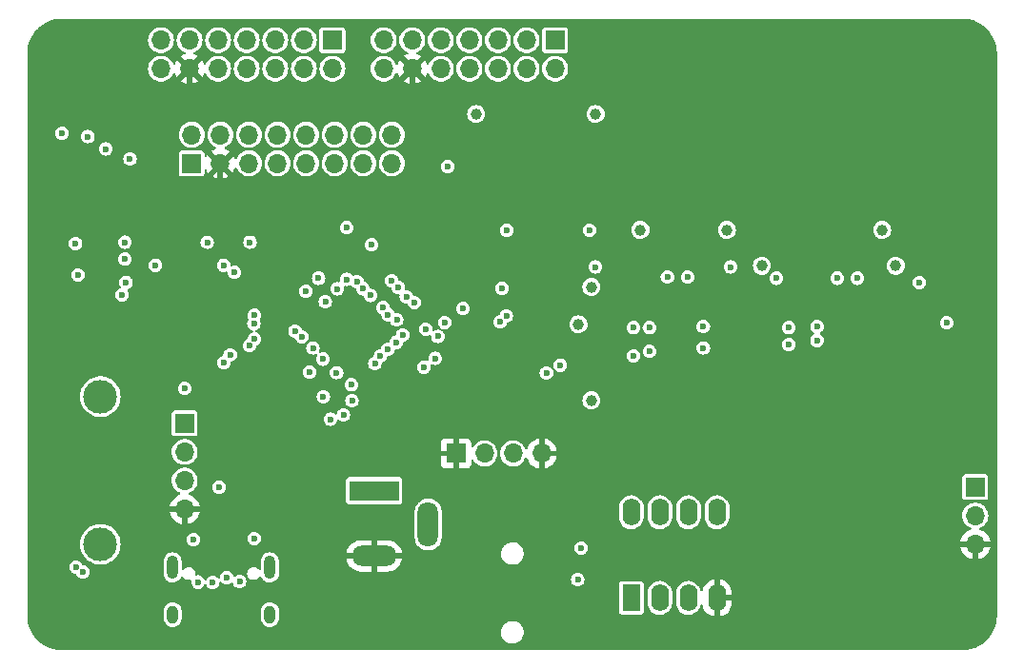
<source format=gbr>
%TF.GenerationSoftware,KiCad,Pcbnew,7.0.1*%
%TF.CreationDate,2023-09-20T00:41:55-04:00*%
%TF.ProjectId,Teacup.kicad_pcb-revB,54656163-7570-42e6-9b69-6361645f7063,B*%
%TF.SameCoordinates,Original*%
%TF.FileFunction,Copper,L2,Inr*%
%TF.FilePolarity,Positive*%
%FSLAX46Y46*%
G04 Gerber Fmt 4.6, Leading zero omitted, Abs format (unit mm)*
G04 Created by KiCad (PCBNEW 7.0.1) date 2023-09-20 00:41:55*
%MOMM*%
%LPD*%
G01*
G04 APERTURE LIST*
%TA.AperFunction,ComponentPad*%
%ADD10C,0.800000*%
%TD*%
%TA.AperFunction,ComponentPad*%
%ADD11C,5.400000*%
%TD*%
%TA.AperFunction,ComponentPad*%
%ADD12R,1.700000X1.700000*%
%TD*%
%TA.AperFunction,ComponentPad*%
%ADD13O,1.700000X1.700000*%
%TD*%
%TA.AperFunction,ComponentPad*%
%ADD14O,1.000000X2.100000*%
%TD*%
%TA.AperFunction,ComponentPad*%
%ADD15O,1.000000X1.600000*%
%TD*%
%TA.AperFunction,ComponentPad*%
%ADD16C,3.000000*%
%TD*%
%TA.AperFunction,ComponentPad*%
%ADD17R,1.600000X2.400000*%
%TD*%
%TA.AperFunction,ComponentPad*%
%ADD18O,1.600000X2.400000*%
%TD*%
%TA.AperFunction,ComponentPad*%
%ADD19R,4.400000X1.800000*%
%TD*%
%TA.AperFunction,ComponentPad*%
%ADD20O,4.000000X1.800000*%
%TD*%
%TA.AperFunction,ComponentPad*%
%ADD21O,1.800000X4.000000*%
%TD*%
%TA.AperFunction,ViaPad*%
%ADD22C,0.600000*%
%TD*%
%TA.AperFunction,ViaPad*%
%ADD23C,1.000000*%
%TD*%
%TA.AperFunction,ViaPad*%
%ADD24C,3.000000*%
%TD*%
%TA.AperFunction,Conductor*%
%ADD25C,0.500000*%
%TD*%
%TA.AperFunction,Conductor*%
%ADD26C,0.200000*%
%TD*%
G04 APERTURE END LIST*
D10*
%TO.N,GND*%
%TO.C,H4*%
X77975000Y0D03*
X78568109Y1431891D03*
X78568109Y-1431891D03*
X80000000Y2025000D03*
D11*
X80000000Y0D03*
D10*
X80000000Y-2025000D03*
X81431891Y1431891D03*
X81431891Y-1431891D03*
X82025000Y0D03*
%TD*%
%TO.N,GND*%
%TO.C,H3*%
X77975000Y-50000000D03*
X78568109Y-48568109D03*
X78568109Y-51431891D03*
X80000000Y-47975000D03*
D11*
X80000000Y-50000000D03*
D10*
X80000000Y-52025000D03*
X81431891Y-48568109D03*
X81431891Y-51431891D03*
X82025000Y-50000000D03*
%TD*%
D12*
%TO.N,GND*%
%TO.C,J12*%
X35010000Y-35590000D03*
D13*
%TO.N,/HPOUTL*%
X37550000Y-35590000D03*
%TO.N,/MICLP*%
X40090000Y-35590000D03*
%TO.N,GND*%
X42630000Y-35590000D03*
%TD*%
D12*
%TO.N,/MDCK*%
%TO.C,J7*%
X43825000Y1175000D03*
D13*
%TO.N,/MDIO*%
X43825000Y-1365000D03*
%TO.N,/RXD0*%
X41285000Y1175000D03*
%TO.N,/RXDV*%
X41285000Y-1365000D03*
%TO.N,/TXCLK*%
X38745000Y1175000D03*
%TO.N,/RXD1*%
X38745000Y-1365000D03*
%TO.N,/TXD0*%
X36205000Y1175000D03*
%TO.N,/PHYCLK*%
X36205000Y-1365000D03*
%TO.N,/TXEN*%
X33665000Y1175000D03*
%TO.N,/TXD1*%
X33665000Y-1365000D03*
%TO.N,/PB27*%
X31125000Y1175000D03*
%TO.N,GND*%
X31125000Y-1365000D03*
%TO.N,+3V3*%
X28585000Y1175000D03*
%TO.N,+5V*%
X28585000Y-1365000D03*
%TD*%
D14*
%TO.N,Net-(J1-SHIELD)*%
%TO.C,J1*%
X9822500Y-45737500D03*
D15*
X9822500Y-49917500D03*
D14*
X18462500Y-45737500D03*
D15*
X18462500Y-49917500D03*
%TD*%
D12*
%TO.N,/UART0_RTS*%
%TO.C,J6*%
X24025000Y1175000D03*
D13*
%TO.N,/UART0_CTS*%
X24025000Y-1365000D03*
%TO.N,/UART0_TXD*%
X21485000Y1175000D03*
%TO.N,/UART0_RXD*%
X21485000Y-1365000D03*
%TO.N,/PB30*%
X18945000Y1175000D03*
%TO.N,/PB31*%
X18945000Y-1365000D03*
%TO.N,/PB27*%
X16405000Y1175000D03*
%TO.N,/PB28*%
X16405000Y-1365000D03*
%TO.N,/PB25*%
X13865000Y1175000D03*
%TO.N,/PB26*%
X13865000Y-1365000D03*
%TO.N,/AUX0*%
X11325000Y1175000D03*
%TO.N,GND*%
X11325000Y-1365000D03*
%TO.N,+3V3*%
X8785000Y1175000D03*
%TO.N,+5V*%
X8785000Y-1365000D03*
%TD*%
D10*
%TO.N,GND*%
%TO.C,H1*%
X-2025000Y-50000000D03*
X-1431891Y-48568109D03*
X-1431891Y-51431891D03*
X0Y-47975000D03*
D11*
X0Y-50000000D03*
D10*
X0Y-52025000D03*
X1431891Y-48568109D03*
X1431891Y-51431891D03*
X2025000Y-50000000D03*
%TD*%
D12*
%TO.N,/UART_TX*%
%TO.C,J5*%
X81170000Y-38570000D03*
D13*
%TO.N,/UART_RX*%
X81170000Y-41110000D03*
%TO.N,GND*%
X81170000Y-43650000D03*
%TD*%
D12*
%TO.N,+2V8*%
%TO.C,J4*%
X11525000Y-9775000D03*
D13*
%TO.N,+3V3*%
X11525000Y-7235000D03*
%TO.N,GND*%
X14065000Y-9775000D03*
%TO.N,+5V*%
X14065000Y-7235000D03*
%TO.N,/PA06*%
X16605000Y-9775000D03*
%TO.N,/PA07*%
X16605000Y-7235000D03*
%TO.N,/PA09*%
X19145000Y-9775000D03*
%TO.N,/PA08*%
X19145000Y-7235000D03*
%TO.N,/PA11*%
X21685000Y-9775000D03*
%TO.N,/PA10*%
X21685000Y-7235000D03*
%TO.N,/PA16*%
X24225000Y-9775000D03*
%TO.N,/PA14*%
X24225000Y-7235000D03*
%TO.N,/PA17*%
X26765000Y-9775000D03*
%TO.N,/PB29*%
X26765000Y-7235000D03*
%TO.N,/PB17*%
X29305000Y-9775000D03*
%TO.N,/PB18*%
X29305000Y-7235000D03*
%TD*%
D12*
%TO.N,+5V*%
%TO.C,J11*%
X10890000Y-32910000D03*
D13*
%TO.N,/USB_D-*%
X10890000Y-35450000D03*
%TO.N,/USB_D+*%
X10890000Y-37990000D03*
%TO.N,GND*%
X10890000Y-40530000D03*
%TD*%
D16*
%TO.N,Net-(J3-Shield)*%
%TO.C,J3*%
X3400000Y-30530000D03*
X3400000Y-43670000D03*
%TD*%
D10*
%TO.N,GND*%
%TO.C,H2*%
X-2025000Y0D03*
X-1431891Y1431891D03*
X-1431891Y-1431891D03*
X0Y2025000D03*
D11*
X0Y0D03*
D10*
X0Y-2025000D03*
X1431891Y1431891D03*
X1431891Y-1431891D03*
X2025000Y0D03*
%TD*%
D17*
%TO.N,/NOR_CE*%
%TO.C,U5*%
X50600000Y-48440000D03*
D18*
%TO.N,/NOR_DR*%
X53140000Y-48440000D03*
%TO.N,Net-(U5-IO2)*%
X55680000Y-48440000D03*
%TO.N,GND*%
X58220000Y-48440000D03*
%TO.N,/NOR_DT*%
X58220000Y-40820000D03*
%TO.N,/NOR_CK*%
X55680000Y-40820000D03*
%TO.N,Net-(U5-IO3)*%
X53140000Y-40820000D03*
%TO.N,Net-(U5-VCC)*%
X50600000Y-40820000D03*
%TD*%
D19*
%TO.N,+5V*%
%TO.C,J8*%
X27740000Y-38900000D03*
D20*
%TO.N,GND*%
X27740000Y-44700000D03*
D21*
%TO.N,N/C*%
X32540000Y-41900000D03*
%TD*%
D22*
%TO.N,GND*%
X47600000Y-11650000D03*
X54600000Y-23800000D03*
D23*
X20000000Y-52000000D03*
D22*
X20870000Y-31640000D03*
X29100000Y-16700000D03*
X58000000Y-11600000D03*
D23*
X-2000000Y-15000000D03*
D22*
X28579500Y-24090000D03*
X73300000Y-7000000D03*
X20400000Y-18940000D03*
X29700000Y-17500000D03*
D23*
X82000000Y-10000000D03*
X71830000Y-31820000D03*
X25000000Y-52000000D03*
D22*
X19410000Y-43230000D03*
D23*
X79300000Y-29000000D03*
D22*
X62100000Y-23800000D03*
X55700000Y-8000000D03*
X23210000Y-14690000D03*
D23*
X30000000Y-52000000D03*
D22*
X20900000Y-18600000D03*
X7800000Y-11900000D03*
X31730000Y-19150000D03*
X32440000Y-19840000D03*
X31030000Y-18430000D03*
X19050000Y-14880000D03*
X71500000Y-8950000D03*
D23*
X-2000000Y-35000000D03*
D22*
X55650000Y-9800000D03*
X49500000Y-4000000D03*
D23*
X48350000Y-52090000D03*
D22*
X56000000Y-11600000D03*
X8000000Y-6300000D03*
D23*
X-2000000Y-10000000D03*
X-2000000Y-20000001D03*
D22*
X26850000Y-35850000D03*
X21400000Y-18000000D03*
X26200000Y-32300000D03*
D23*
X-2000000Y-29999999D03*
X-1860000Y-3800000D03*
X48500000Y-29100000D03*
D22*
X73150000Y-4350000D03*
D23*
X-2000000Y-40000000D03*
X15000000Y-52000000D03*
D22*
X71500000Y-7100000D03*
D23*
X80225000Y-7575000D03*
X44320000Y-52090000D03*
D22*
X18600000Y-29800000D03*
X70500000Y1900000D03*
X18400000Y-16100000D03*
X58300000Y-9800000D03*
X66050000Y-8000000D03*
X31850000Y-30240000D03*
X700000Y-3800000D03*
D23*
X75000000Y-52000000D03*
D22*
X22500000Y-33000000D03*
D23*
X-2000000Y-45000000D03*
X71632500Y-49157500D03*
X5000000Y-52000000D03*
X65000000Y-52000000D03*
X60000000Y-52000000D03*
D22*
X73350000Y-10600000D03*
X21660000Y-32450000D03*
X7800000Y-8900000D03*
D24*
X25700000Y-24700000D03*
D22*
X23070000Y-24740000D03*
X20100000Y-30000000D03*
X70500000Y0D03*
D23*
X81850000Y-35390000D03*
D22*
X74300000Y2000000D03*
X7412000Y-21600000D03*
X23200000Y-13700000D03*
X66400000Y-11600000D03*
X22949500Y-23950000D03*
X24100000Y-16500000D03*
X32875500Y-20300000D03*
X7412500Y-20300000D03*
D23*
X5010000Y-50060000D03*
D22*
X48000000Y-8050000D03*
D23*
X82000000Y-5000000D03*
X70000000Y-52000000D03*
D22*
X49500000Y-6800000D03*
X36660000Y-10810000D03*
X47950000Y-9850000D03*
D23*
X82000000Y-20000000D03*
X55700000Y-52060000D03*
X-2000000Y-25000001D03*
D22*
X27132863Y-22444315D03*
D23*
X82000000Y-15000000D03*
D22*
X59900000Y-6800000D03*
D23*
X51900000Y-52090000D03*
D22*
X29140000Y-24650000D03*
X4700000Y-22900000D03*
X32340000Y-29690000D03*
X19040000Y-37680000D03*
X58350000Y-8000000D03*
X59900000Y-3900000D03*
X23350000Y-25575000D03*
X66000000Y-9800000D03*
X37900000Y-17120000D03*
X74300000Y-100000D03*
X25360000Y-27620000D03*
X71500000Y-10600000D03*
X28680000Y-25340000D03*
D23*
X33930000Y-50520000D03*
X10000000Y-52000000D03*
D22*
X71650000Y-4350000D03*
X73350000Y-8950000D03*
%TO.N,Net-(IC1-VREF)*%
X35650000Y-22685500D03*
X28550000Y-22625000D03*
%TO.N,+3V3*%
X28300000Y-26900000D03*
X0Y-7100000D03*
X39530000Y-15740000D03*
D23*
X36800000Y-5400000D03*
X47050000Y-30870000D03*
X47050000Y-20775000D03*
D22*
X47400000Y-19000000D03*
D23*
X62200000Y-18900000D03*
D22*
X70700000Y-20000000D03*
X78629240Y-23960996D03*
D23*
X47425000Y-5400000D03*
D22*
X55587500Y-19900000D03*
X63500000Y-20000000D03*
X46875000Y-15725000D03*
X27525500Y-17025000D03*
X68900000Y-20000000D03*
X26200000Y-20300000D03*
D23*
X74100000Y-18900000D03*
X51400000Y-15700000D03*
D22*
X76200000Y-20374500D03*
X59400000Y-19000000D03*
X53800000Y-19900000D03*
X24400000Y-28400000D03*
%TO.N,/USB_D-*%
X13390000Y-47070000D03*
X14630000Y-46640000D03*
%TO.N,/USB_D+*%
X13960000Y-38600000D03*
%TO.N,+1V8*%
X39105000Y-20905000D03*
D23*
X59100000Y-15700000D03*
D22*
X22800000Y-20000000D03*
X15324198Y-19475802D03*
X5326056Y-21473944D03*
X30600500Y-21666028D03*
X29287878Y-20202122D03*
X22000000Y-28350000D03*
X25010589Y-32160589D03*
X25300000Y-20100000D03*
X23200000Y-27200000D03*
X23221962Y-30539074D03*
%TO.N,+0V8*%
X23851886Y-32550000D03*
X22300000Y-26200000D03*
D23*
X72900000Y-15700000D03*
D22*
X27800000Y-27600000D03*
X23400000Y-22100000D03*
X26743815Y-20933824D03*
X31300000Y-22149114D03*
X29890901Y-20816528D03*
%TO.N,Net-(IC1-PPRST_)*%
X24454762Y-20945238D03*
X34280000Y-10060000D03*
%TO.N,/PA15*%
X12900000Y-16800000D03*
X16702603Y-16797397D03*
%TO.N,/MIPI_0_N*%
X17100000Y-23300000D03*
%TO.N,/MIPI_0_P*%
X17051658Y-24048331D03*
%TO.N,/MIPI_CLK_N*%
X17100000Y-25400000D03*
%TO.N,/MIPI_CLK_P*%
X16643390Y-25994357D03*
%TO.N,/MIPI_1_N*%
X14939500Y-26804104D03*
%TO.N,/MIPI_1_P*%
X14400000Y-27500000D03*
%TO.N,/MMC0_D1*%
X50800000Y-24400000D03*
X50800000Y-26900000D03*
%TO.N,/MMC0_D0*%
X52200000Y-26500000D03*
X52200000Y-24400000D03*
%TO.N,/MMC0_CLK*%
X57000000Y-26200000D03*
X57000000Y-24300000D03*
%TO.N,/MMC0_CMD*%
X64600000Y-24400000D03*
X64600000Y-25900000D03*
%TO.N,/MMC0_D3*%
X67100000Y-25524500D03*
X67100000Y-24300000D03*
%TO.N,/MICLP*%
X25770000Y-30910000D03*
X25700000Y-29480000D03*
%TO.N,/UART_RX*%
X43046538Y-28416538D03*
X34010886Y-23930000D03*
X29750000Y-23710000D03*
X38957184Y-23882684D03*
%TO.N,/UART_TX*%
X28977521Y-23240613D03*
X32320000Y-24520000D03*
X39487162Y-23352705D03*
X44290000Y-27730000D03*
%TO.N,/PB29*%
X25300000Y-15500000D03*
X27430000Y-21530000D03*
%TO.N,+5V*%
X3900000Y-8500000D03*
X17080000Y-43160000D03*
D23*
X45900500Y-24100000D03*
D22*
X10900000Y-29800000D03*
X11692500Y-43252500D03*
%TO.N,/CAM_PE*%
X14360000Y-18840000D03*
X8300000Y-18840000D03*
X21680000Y-21150000D03*
%TO.N,/I2C0_SCK*%
X1200000Y-16900000D03*
X21300000Y-25200000D03*
%TO.N,/I2C0_SDA*%
X20700000Y-24700000D03*
X1400000Y-19700000D03*
%TO.N,/MDCK*%
X28976284Y-26301299D03*
X32168744Y-27900500D03*
%TO.N,/RXD0*%
X33166257Y-27124500D03*
X29700000Y-25700000D03*
%TO.N,/TXD1*%
X33400000Y-25175500D03*
X30270000Y-25050000D03*
%TO.N,/UART0_TXD*%
X1240000Y-45690000D03*
X12080000Y-47030000D03*
%TO.N,/UART0_RXD*%
X1847054Y-46129591D03*
X15780000Y-46980000D03*
%TO.N,Net-(U5-VCC)*%
X45834500Y-46830000D03*
X46150000Y-43990000D03*
%TO.N,Net-(J9-Pin_7)*%
X5687500Y-20364500D03*
%TO.N,Net-(J9-Pin_11)*%
X5587500Y-18300000D03*
%TO.N,Net-(J9-Pin_14)*%
X5587500Y-16800000D03*
%TO.N,+2V8*%
X2300000Y-7400000D03*
X6037500Y-9400000D03*
%TD*%
D25*
%TO.N,GND*%
X15225000Y-11025000D02*
X14065000Y-9865000D01*
X12935000Y-8735000D02*
X13975000Y-9775000D01*
X14065000Y-9935000D02*
X14065000Y-9775000D01*
X32290000Y-200000D02*
X31125000Y-1365000D01*
X14225000Y-9775000D02*
X15235000Y-8765000D01*
X29950000Y-190000D02*
X31125000Y-1365000D01*
X13975000Y-9775000D02*
X14225000Y-9775000D01*
X14065000Y-9865000D02*
X14065000Y-9775000D01*
X12570000Y-2610000D02*
X11325000Y-1365000D01*
X29950000Y-190000D02*
X29940000Y-190000D01*
D26*
X13890000Y-11200000D02*
X13900000Y-11200000D01*
D25*
X12510000Y-180000D02*
X11325000Y-1365000D01*
X31125000Y-3065000D02*
X31125000Y-1365000D01*
X29900000Y-2590000D02*
X31125000Y-1365000D01*
X32570000Y-2810000D02*
X31125000Y-1365000D01*
D26*
X31125000Y-3065000D02*
X31110000Y-3080000D01*
D25*
X12775000Y-11225000D02*
X14065000Y-9935000D01*
X32290000Y-200000D02*
X32290000Y-180000D01*
X10160000Y-2530000D02*
X11325000Y-1365000D01*
X10170000Y-210000D02*
X11325000Y-1365000D01*
X29900000Y-2590000D02*
X29900000Y-2600000D01*
%TD*%
%TA.AperFunction,Conductor*%
%TO.N,GND*%
G36*
X80002595Y3099364D02*
G01*
X80133464Y3092506D01*
X80326004Y3081693D01*
X80335909Y3080633D01*
X80489630Y3056286D01*
X80490444Y3056152D01*
X80658005Y3027682D01*
X80667015Y3025715D01*
X80821588Y2984297D01*
X80823229Y2983841D01*
X80982208Y2938040D01*
X80990244Y2935345D01*
X81141338Y2877345D01*
X81143572Y2876454D01*
X81294728Y2813843D01*
X81301787Y2810589D01*
X81446754Y2736725D01*
X81449660Y2735182D01*
X81591986Y2656521D01*
X81597987Y2652921D01*
X81734858Y2564035D01*
X81738226Y2561748D01*
X81870408Y2467960D01*
X81875422Y2464157D01*
X82002484Y2361265D01*
X82006138Y2358156D01*
X82096719Y2277207D01*
X82126799Y2250326D01*
X82130835Y2246512D01*
X82246510Y2130837D01*
X82250324Y2126801D01*
X82358143Y2006152D01*
X82361263Y2002486D01*
X82464155Y1875424D01*
X82467958Y1870410D01*
X82561746Y1738228D01*
X82564033Y1734860D01*
X82652910Y1598003D01*
X82656529Y1591971D01*
X82735170Y1449680D01*
X82736733Y1446737D01*
X82810587Y1301789D01*
X82813841Y1294730D01*
X82876425Y1143641D01*
X82877386Y1141233D01*
X82935335Y990270D01*
X82938041Y982199D01*
X82983819Y823302D01*
X82984315Y821518D01*
X83025709Y667032D01*
X83027683Y657992D01*
X83056125Y490594D01*
X83056305Y489498D01*
X83080629Y335925D01*
X83081692Y325989D01*
X83092505Y133448D01*
X83092525Y133079D01*
X83099364Y2595D01*
X83099500Y-2587D01*
X83099500Y-49997413D01*
X83099364Y-50002595D01*
X83092525Y-50133077D01*
X83092505Y-50133446D01*
X83081692Y-50325987D01*
X83080629Y-50335923D01*
X83056305Y-50489496D01*
X83056125Y-50490592D01*
X83027683Y-50657990D01*
X83025709Y-50667030D01*
X82984315Y-50821516D01*
X82983819Y-50823300D01*
X82938041Y-50982197D01*
X82935335Y-50990268D01*
X82877386Y-51141231D01*
X82876425Y-51143639D01*
X82813841Y-51294728D01*
X82810587Y-51301787D01*
X82736733Y-51446735D01*
X82735170Y-51449678D01*
X82656529Y-51591969D01*
X82652910Y-51598001D01*
X82564033Y-51734858D01*
X82561746Y-51738226D01*
X82467958Y-51870408D01*
X82464155Y-51875422D01*
X82361263Y-52002484D01*
X82358143Y-52006150D01*
X82250324Y-52126799D01*
X82246510Y-52130835D01*
X82130835Y-52246510D01*
X82126799Y-52250324D01*
X82006150Y-52358143D01*
X82002484Y-52361263D01*
X81875422Y-52464155D01*
X81870408Y-52467958D01*
X81738226Y-52561746D01*
X81734858Y-52564033D01*
X81598001Y-52652910D01*
X81591969Y-52656529D01*
X81449678Y-52735170D01*
X81446735Y-52736733D01*
X81301787Y-52810587D01*
X81294728Y-52813841D01*
X81143639Y-52876425D01*
X81141231Y-52877386D01*
X80990268Y-52935335D01*
X80982197Y-52938041D01*
X80823300Y-52983819D01*
X80821516Y-52984315D01*
X80667030Y-53025709D01*
X80657990Y-53027683D01*
X80490592Y-53056125D01*
X80489496Y-53056305D01*
X80335923Y-53080629D01*
X80325987Y-53081692D01*
X80133446Y-53092505D01*
X80133077Y-53092525D01*
X80002595Y-53099364D01*
X79997413Y-53099500D01*
X2587Y-53099500D01*
X-2595Y-53099364D01*
X-133079Y-53092525D01*
X-133448Y-53092505D01*
X-325989Y-53081692D01*
X-335925Y-53080629D01*
X-489498Y-53056305D01*
X-490594Y-53056125D01*
X-657992Y-53027683D01*
X-667032Y-53025709D01*
X-821518Y-52984315D01*
X-823302Y-52983819D01*
X-982199Y-52938041D01*
X-990270Y-52935335D01*
X-1023918Y-52922419D01*
X-1141260Y-52877375D01*
X-1143641Y-52876425D01*
X-1294730Y-52813841D01*
X-1301789Y-52810587D01*
X-1446737Y-52736733D01*
X-1449680Y-52735170D01*
X-1591971Y-52656529D01*
X-1598003Y-52652910D01*
X-1734860Y-52564033D01*
X-1738228Y-52561746D01*
X-1870410Y-52467958D01*
X-1875424Y-52464155D01*
X-2002486Y-52361263D01*
X-2006152Y-52358143D01*
X-2126801Y-52250324D01*
X-2130837Y-52246510D01*
X-2246512Y-52130835D01*
X-2250326Y-52126799D01*
X-2264828Y-52110571D01*
X-2358156Y-52006138D01*
X-2361265Y-52002484D01*
X-2464157Y-51875422D01*
X-2467960Y-51870408D01*
X-2561748Y-51738226D01*
X-2564035Y-51734858D01*
X-2620906Y-51647285D01*
X-2652921Y-51597987D01*
X-2656521Y-51591986D01*
X-2681971Y-51545938D01*
X39025630Y-51545938D01*
X39056443Y-51747072D01*
X39127112Y-51937885D01*
X39234747Y-52110571D01*
X39363968Y-52246510D01*
X39374941Y-52258053D01*
X39541951Y-52374295D01*
X39728942Y-52454540D01*
X39928259Y-52495500D01*
X40080742Y-52495500D01*
X40080744Y-52495500D01*
X40156590Y-52487786D01*
X40232438Y-52480074D01*
X40426588Y-52419159D01*
X40604502Y-52320409D01*
X40758895Y-52187866D01*
X40883448Y-52026958D01*
X40973060Y-51844271D01*
X41024063Y-51647285D01*
X41034369Y-51444064D01*
X41029078Y-51409529D01*
X41003556Y-51242927D01*
X40932887Y-51052114D01*
X40825252Y-50879428D01*
X40685061Y-50731949D01*
X40685060Y-50731948D01*
X40685059Y-50731947D01*
X40518049Y-50615705D01*
X40518048Y-50615704D01*
X40518046Y-50615703D01*
X40331059Y-50535460D01*
X40264619Y-50521806D01*
X40131741Y-50494500D01*
X39979258Y-50494500D01*
X39979256Y-50494500D01*
X39827563Y-50509925D01*
X39633409Y-50570841D01*
X39455499Y-50669589D01*
X39301106Y-50802133D01*
X39301105Y-50802134D01*
X39286102Y-50821516D01*
X39176551Y-50963042D01*
X39086940Y-51145728D01*
X39035936Y-51342716D01*
X39025630Y-51545938D01*
X-2681971Y-51545938D01*
X-2735182Y-51449660D01*
X-2736735Y-51446735D01*
X-2810589Y-51301787D01*
X-2813843Y-51294728D01*
X-2835300Y-51242927D01*
X-2876454Y-51143572D01*
X-2877345Y-51141338D01*
X-2935345Y-50990244D01*
X-2938040Y-50982208D01*
X-2983841Y-50823229D01*
X-2984297Y-50821588D01*
X-3025715Y-50667015D01*
X-3027682Y-50658005D01*
X-3056152Y-50490444D01*
X-3056286Y-50489630D01*
X-3080633Y-50335909D01*
X-3081693Y-50326004D01*
X-3085262Y-50262451D01*
X9022000Y-50262451D01*
X9037132Y-50396758D01*
X9068252Y-50485691D01*
X9096711Y-50567022D01*
X9192684Y-50719762D01*
X9320238Y-50847316D01*
X9472978Y-50943289D01*
X9581351Y-50981210D01*
X9643241Y-51002867D01*
X9643242Y-51002867D01*
X9643245Y-51002868D01*
X9822500Y-51023065D01*
X10001755Y-51002868D01*
X10172022Y-50943289D01*
X10324762Y-50847316D01*
X10452316Y-50719762D01*
X10548289Y-50567022D01*
X10607868Y-50396755D01*
X10623000Y-50262454D01*
X10623000Y-50262451D01*
X17662000Y-50262451D01*
X17677132Y-50396758D01*
X17708252Y-50485691D01*
X17736711Y-50567022D01*
X17832684Y-50719762D01*
X17960238Y-50847316D01*
X18112978Y-50943289D01*
X18221351Y-50981210D01*
X18283241Y-51002867D01*
X18283242Y-51002867D01*
X18283245Y-51002868D01*
X18462500Y-51023065D01*
X18641755Y-51002868D01*
X18812022Y-50943289D01*
X18964762Y-50847316D01*
X19092316Y-50719762D01*
X19188289Y-50567022D01*
X19247868Y-50396755D01*
X19263000Y-50262454D01*
X19263000Y-49684862D01*
X49499500Y-49684862D01*
X49499501Y-49684867D01*
X49502415Y-49709991D01*
X49522451Y-49755369D01*
X49547793Y-49812764D01*
X49547794Y-49812765D01*
X49627235Y-49892206D01*
X49730009Y-49937585D01*
X49755135Y-49940500D01*
X51444864Y-49940499D01*
X51469991Y-49937585D01*
X51572765Y-49892206D01*
X51652206Y-49812765D01*
X51697585Y-49709991D01*
X51700500Y-49684865D01*
X51700500Y-48892425D01*
X52039500Y-48892425D01*
X52048596Y-48987683D01*
X52054472Y-49049219D01*
X52113683Y-49250875D01*
X52209989Y-49437682D01*
X52339908Y-49602887D01*
X52498740Y-49740516D01*
X52498741Y-49740516D01*
X52498744Y-49740519D01*
X52680756Y-49845604D01*
X52879367Y-49914344D01*
X52962579Y-49926308D01*
X53087395Y-49944254D01*
X53087397Y-49944253D01*
X53087398Y-49944254D01*
X53297330Y-49934254D01*
X53399452Y-49909479D01*
X53501574Y-49884705D01*
X53527864Y-49872698D01*
X53692753Y-49797396D01*
X53850781Y-49684865D01*
X53863948Y-49675489D01*
X53863948Y-49675488D01*
X53863952Y-49675486D01*
X54008986Y-49523378D01*
X54122613Y-49346572D01*
X54154077Y-49267980D01*
X54200724Y-49151460D01*
X54207706Y-49115238D01*
X54240500Y-48945085D01*
X54240500Y-48892425D01*
X54579500Y-48892425D01*
X54588596Y-48987683D01*
X54594472Y-49049219D01*
X54653683Y-49250875D01*
X54749989Y-49437682D01*
X54879908Y-49602887D01*
X55038740Y-49740516D01*
X55038741Y-49740516D01*
X55038744Y-49740519D01*
X55220756Y-49845604D01*
X55419367Y-49914344D01*
X55502579Y-49926308D01*
X55627395Y-49944254D01*
X55627397Y-49944253D01*
X55627398Y-49944254D01*
X55837330Y-49934254D01*
X55939452Y-49909479D01*
X56041574Y-49884705D01*
X56067864Y-49872698D01*
X56232753Y-49797396D01*
X56390781Y-49684865D01*
X56403948Y-49675489D01*
X56403948Y-49675488D01*
X56403952Y-49675486D01*
X56548986Y-49523378D01*
X56662613Y-49346572D01*
X56694077Y-49267980D01*
X56740724Y-49151459D01*
X56740723Y-49151459D01*
X56740725Y-49151457D01*
X56750007Y-49103295D01*
X56773332Y-49056138D01*
X56817523Y-49027590D01*
X56870100Y-49025712D01*
X56916215Y-49051035D01*
X56942845Y-49096408D01*
X56993734Y-49286329D01*
X57089864Y-49492480D01*
X57220335Y-49678812D01*
X57381187Y-49839664D01*
X57567519Y-49970135D01*
X57773670Y-50066265D01*
X57970000Y-50118872D01*
X58470000Y-50118872D01*
X58666329Y-50066265D01*
X58872480Y-49970135D01*
X59058812Y-49839664D01*
X59219664Y-49678812D01*
X59350135Y-49492480D01*
X59446265Y-49286329D01*
X59505141Y-49066601D01*
X59520000Y-48896766D01*
X59520000Y-48690001D01*
X59519999Y-48690000D01*
X58470001Y-48690000D01*
X58470000Y-48690001D01*
X58470000Y-50118872D01*
X57970000Y-50118872D01*
X57970000Y-46761128D01*
X58470000Y-46761128D01*
X58470000Y-48189999D01*
X58470001Y-48190000D01*
X59519999Y-48190000D01*
X59520000Y-48189999D01*
X59520000Y-47983234D01*
X59505141Y-47813398D01*
X59446265Y-47593670D01*
X59350135Y-47387519D01*
X59219664Y-47201187D01*
X59058812Y-47040335D01*
X58872480Y-46909864D01*
X58666329Y-46813734D01*
X58470000Y-46761128D01*
X57970000Y-46761128D01*
X57773670Y-46813734D01*
X57567519Y-46909864D01*
X57381187Y-47040335D01*
X57220335Y-47201187D01*
X57089864Y-47387519D01*
X56993734Y-47593670D01*
X56942897Y-47783397D01*
X56917606Y-47827444D01*
X56873802Y-47853152D01*
X56823015Y-47853757D01*
X56778612Y-47829097D01*
X56752280Y-47785665D01*
X56706316Y-47629124D01*
X56610010Y-47442317D01*
X56604791Y-47435681D01*
X56555373Y-47372841D01*
X56480091Y-47277112D01*
X56321259Y-47139483D01*
X56321256Y-47139481D01*
X56139244Y-47034396D01*
X55940633Y-46965656D01*
X55940632Y-46965655D01*
X55940630Y-46965655D01*
X55732604Y-46935745D01*
X55522667Y-46945746D01*
X55318425Y-46995294D01*
X55127245Y-47082604D01*
X54956051Y-47204510D01*
X54811013Y-47356622D01*
X54697384Y-47533431D01*
X54619275Y-47728539D01*
X54595142Y-47853757D01*
X54579500Y-47934915D01*
X54579500Y-48892425D01*
X54240500Y-48892425D01*
X54240500Y-47987575D01*
X54225528Y-47830782D01*
X54190929Y-47712949D01*
X54166316Y-47629124D01*
X54070010Y-47442317D01*
X54064791Y-47435681D01*
X54015373Y-47372841D01*
X53940091Y-47277112D01*
X53781259Y-47139483D01*
X53781256Y-47139481D01*
X53599244Y-47034396D01*
X53400633Y-46965656D01*
X53400632Y-46965655D01*
X53400630Y-46965655D01*
X53192604Y-46935745D01*
X52982667Y-46945746D01*
X52778425Y-46995294D01*
X52587245Y-47082604D01*
X52416051Y-47204510D01*
X52271013Y-47356622D01*
X52157384Y-47533431D01*
X52079275Y-47728539D01*
X52055142Y-47853757D01*
X52039500Y-47934915D01*
X52039500Y-48892425D01*
X51700500Y-48892425D01*
X51700499Y-47195136D01*
X51697585Y-47170009D01*
X51652206Y-47067235D01*
X51572765Y-46987794D01*
X51572764Y-46987793D01*
X51469989Y-46942414D01*
X51444867Y-46939500D01*
X49755137Y-46939500D01*
X49730009Y-46942415D01*
X49627235Y-46987793D01*
X49547793Y-47067235D01*
X49502414Y-47170010D01*
X49499500Y-47195132D01*
X49499500Y-49684862D01*
X19263000Y-49684862D01*
X19263000Y-49572546D01*
X19247868Y-49438245D01*
X19188289Y-49267978D01*
X19092316Y-49115238D01*
X18964762Y-48987684D01*
X18812022Y-48891711D01*
X18804315Y-48889014D01*
X18641758Y-48832132D01*
X18462500Y-48811935D01*
X18283241Y-48832132D01*
X18112980Y-48891710D01*
X18112978Y-48891710D01*
X18112978Y-48891711D01*
X18111842Y-48892425D01*
X17960239Y-48987683D01*
X17832683Y-49115239D01*
X17736710Y-49267980D01*
X17677132Y-49438241D01*
X17662000Y-49572549D01*
X17662000Y-50262451D01*
X10623000Y-50262451D01*
X10623000Y-49572546D01*
X10607868Y-49438245D01*
X10548289Y-49267978D01*
X10452316Y-49115238D01*
X10324762Y-48987684D01*
X10172022Y-48891711D01*
X10164315Y-48889014D01*
X10001758Y-48832132D01*
X9822500Y-48811935D01*
X9643241Y-48832132D01*
X9472980Y-48891710D01*
X9472978Y-48891710D01*
X9472978Y-48891711D01*
X9471842Y-48892425D01*
X9320239Y-48987683D01*
X9192683Y-49115239D01*
X9096710Y-49267980D01*
X9037132Y-49438241D01*
X9022000Y-49572549D01*
X9022000Y-50262451D01*
X-3085262Y-50262451D01*
X-3092507Y-50133446D01*
X-3099364Y-50002595D01*
X-3099500Y-49997414D01*
X-3099500Y-45689999D01*
X634318Y-45689999D01*
X654955Y-45846761D01*
X715464Y-45992841D01*
X811717Y-46118282D01*
X907971Y-46192139D01*
X937159Y-46214536D01*
X1083238Y-46275044D01*
X1210697Y-46291824D01*
X1258042Y-46311435D01*
X1289239Y-46352090D01*
X1322518Y-46432432D01*
X1322519Y-46432433D01*
X1418771Y-46557873D01*
X1475912Y-46601718D01*
X1544213Y-46654127D01*
X1690292Y-46714635D01*
X1847054Y-46735273D01*
X2003816Y-46714635D01*
X2149895Y-46654127D01*
X2275336Y-46557873D01*
X2371590Y-46432432D01*
X2413002Y-46332454D01*
X9022000Y-46332454D01*
X9026717Y-46374318D01*
X9037132Y-46466758D01*
X9094014Y-46629315D01*
X9096711Y-46637022D01*
X9192684Y-46789762D01*
X9320238Y-46917316D01*
X9472978Y-47013289D01*
X9581351Y-47051210D01*
X9643241Y-47072867D01*
X9643242Y-47072867D01*
X9643245Y-47072868D01*
X9822500Y-47093065D01*
X10001755Y-47072868D01*
X10172022Y-47013289D01*
X10324762Y-46917316D01*
X10452316Y-46789762D01*
X10548289Y-46637022D01*
X10569966Y-46575070D01*
X10599892Y-46531833D01*
X10647740Y-46510018D01*
X10700009Y-46515784D01*
X10741952Y-46547503D01*
X10842048Y-46677951D01*
X10916751Y-46735272D01*
X10962267Y-46770198D01*
X11067372Y-46813734D01*
X11102264Y-46828187D01*
X11214779Y-46843000D01*
X11214780Y-46843000D01*
X11290219Y-46843000D01*
X11290220Y-46843000D01*
X11374703Y-46831877D01*
X11433336Y-46842215D01*
X11475438Y-46884316D01*
X11485777Y-46942951D01*
X11474318Y-47029999D01*
X11494955Y-47186761D01*
X11555464Y-47332841D01*
X11651717Y-47458282D01*
X11747971Y-47532139D01*
X11777159Y-47554536D01*
X11923238Y-47615044D01*
X12080000Y-47635682D01*
X12236762Y-47615044D01*
X12382841Y-47554536D01*
X12508282Y-47458282D01*
X12604536Y-47332841D01*
X12635252Y-47258685D01*
X12671713Y-47214257D01*
X12726714Y-47197572D01*
X12781716Y-47214256D01*
X12818179Y-47258686D01*
X12865464Y-47372841D01*
X12961717Y-47498282D01*
X13035030Y-47554536D01*
X13087159Y-47594536D01*
X13233238Y-47655044D01*
X13390000Y-47675682D01*
X13546762Y-47655044D01*
X13692841Y-47594536D01*
X13818282Y-47498282D01*
X13914536Y-47372841D01*
X13975044Y-47226762D01*
X13994851Y-47076304D01*
X14018572Y-47023954D01*
X14067381Y-46993602D01*
X14124827Y-46995483D01*
X14171546Y-47028962D01*
X14201717Y-47068282D01*
X14276904Y-47125974D01*
X14327159Y-47164536D01*
X14473238Y-47225044D01*
X14630000Y-47245682D01*
X14786762Y-47225044D01*
X14932841Y-47164536D01*
X15038188Y-47083700D01*
X15085529Y-47064090D01*
X15136332Y-47070774D01*
X15176988Y-47101962D01*
X15186939Y-47125974D01*
X15189968Y-47124720D01*
X15255464Y-47282841D01*
X15351717Y-47408282D01*
X15416879Y-47458282D01*
X15477159Y-47504536D01*
X15623238Y-47565044D01*
X15780000Y-47585682D01*
X15936762Y-47565044D01*
X16082841Y-47504536D01*
X16208282Y-47408282D01*
X16304536Y-47282841D01*
X16365044Y-47136762D01*
X16385682Y-46980000D01*
X16365044Y-46823238D01*
X16304536Y-46677159D01*
X16277341Y-46641718D01*
X16208282Y-46551717D01*
X16082841Y-46455464D01*
X15936761Y-46394955D01*
X15780000Y-46374318D01*
X15623238Y-46394955D01*
X15477158Y-46455464D01*
X15371809Y-46536300D01*
X15324412Y-46555917D01*
X15273559Y-46549180D01*
X15232904Y-46517898D01*
X15223067Y-46494022D01*
X15220032Y-46495280D01*
X15208218Y-46466758D01*
X15154536Y-46337159D01*
X15122710Y-46295682D01*
X15101085Y-46267499D01*
X16452034Y-46267499D01*
X16471812Y-46417735D01*
X16529802Y-46557733D01*
X16622048Y-46677951D01*
X16696751Y-46735272D01*
X16742267Y-46770198D01*
X16847372Y-46813734D01*
X16882264Y-46828187D01*
X16994779Y-46843000D01*
X16994780Y-46843000D01*
X17070220Y-46843000D01*
X17070221Y-46843000D01*
X17126478Y-46835593D01*
X17182736Y-46828187D01*
X17322733Y-46770198D01*
X17442951Y-46677951D01*
X17535198Y-46557733D01*
X17535198Y-46557730D01*
X17543047Y-46547503D01*
X17584989Y-46515784D01*
X17637258Y-46510018D01*
X17685106Y-46531832D01*
X17715033Y-46575071D01*
X17736710Y-46637019D01*
X17736711Y-46637022D01*
X17832684Y-46789762D01*
X17960238Y-46917316D01*
X18112978Y-47013289D01*
X18221351Y-47051210D01*
X18283241Y-47072867D01*
X18283242Y-47072867D01*
X18283245Y-47072868D01*
X18462500Y-47093065D01*
X18641755Y-47072868D01*
X18812022Y-47013289D01*
X18964762Y-46917316D01*
X19052078Y-46830000D01*
X45228818Y-46830000D01*
X45249455Y-46986761D01*
X45309964Y-47132841D01*
X45406217Y-47258282D01*
X45502470Y-47332139D01*
X45531659Y-47354536D01*
X45677738Y-47415044D01*
X45834500Y-47435682D01*
X45991262Y-47415044D01*
X46137341Y-47354536D01*
X46262782Y-47258282D01*
X46359036Y-47132841D01*
X46419544Y-46986762D01*
X46440182Y-46830000D01*
X46419544Y-46673238D01*
X46359036Y-46527159D01*
X46294719Y-46443339D01*
X46262782Y-46401717D01*
X46137341Y-46305464D01*
X45991261Y-46244955D01*
X45834500Y-46224318D01*
X45677738Y-46244955D01*
X45531658Y-46305464D01*
X45406217Y-46401717D01*
X45309964Y-46527158D01*
X45249455Y-46673238D01*
X45228818Y-46830000D01*
X19052078Y-46830000D01*
X19092316Y-46789762D01*
X19188289Y-46637022D01*
X19247868Y-46466755D01*
X19263000Y-46332454D01*
X19263000Y-45142546D01*
X19247868Y-45008245D01*
X19227487Y-44950000D01*
X25261734Y-44950000D01*
X25296525Y-45111434D01*
X25385383Y-45332562D01*
X25510333Y-45535494D01*
X25667782Y-45714392D01*
X25853204Y-45864109D01*
X26061250Y-45980332D01*
X26285955Y-46059725D01*
X26520842Y-46100000D01*
X27489999Y-46100000D01*
X27490000Y-46099999D01*
X27990000Y-46099999D01*
X27990001Y-46100000D01*
X28899477Y-46100000D01*
X29077452Y-46084851D01*
X29308083Y-46024799D01*
X29525243Y-45926637D01*
X29722686Y-45793189D01*
X29894739Y-45628289D01*
X30036451Y-45436682D01*
X30143743Y-45223882D01*
X30213525Y-44996018D01*
X30219419Y-44950000D01*
X27990001Y-44950000D01*
X27990000Y-44950001D01*
X27990000Y-46099999D01*
X27490000Y-46099999D01*
X27490000Y-44950001D01*
X27489999Y-44950000D01*
X25261734Y-44950000D01*
X19227487Y-44950000D01*
X19188289Y-44837978D01*
X19092316Y-44685238D01*
X18964762Y-44557684D01*
X18946068Y-44545938D01*
X39025630Y-44545938D01*
X39056443Y-44747072D01*
X39127112Y-44937885D01*
X39234747Y-45110571D01*
X39351745Y-45233651D01*
X39374941Y-45258053D01*
X39541951Y-45374295D01*
X39728942Y-45454540D01*
X39928259Y-45495500D01*
X40080742Y-45495500D01*
X40080744Y-45495500D01*
X40156590Y-45487786D01*
X40232438Y-45480074D01*
X40426588Y-45419159D01*
X40604502Y-45320409D01*
X40758895Y-45187866D01*
X40883448Y-45026958D01*
X40973060Y-44844271D01*
X41024063Y-44647285D01*
X41034369Y-44444064D01*
X41030419Y-44418282D01*
X41003556Y-44242927D01*
X40932887Y-44052114D01*
X40894171Y-43989999D01*
X45544318Y-43989999D01*
X45564955Y-44146761D01*
X45625464Y-44292841D01*
X45721717Y-44418282D01*
X45778316Y-44461711D01*
X45847159Y-44514536D01*
X45993238Y-44575044D01*
X46150000Y-44595682D01*
X46306762Y-44575044D01*
X46452841Y-44514536D01*
X46578282Y-44418282D01*
X46674536Y-44292841D01*
X46735044Y-44146762D01*
X46755682Y-43990000D01*
X46743833Y-43900000D01*
X79839364Y-43900000D01*
X79896570Y-44113495D01*
X79996398Y-44327576D01*
X80131887Y-44521074D01*
X80298925Y-44688112D01*
X80492423Y-44823601D01*
X80706504Y-44923429D01*
X80920000Y-44980636D01*
X81420000Y-44980636D01*
X81633495Y-44923429D01*
X81847576Y-44823601D01*
X82041074Y-44688112D01*
X82208112Y-44521074D01*
X82343601Y-44327576D01*
X82443429Y-44113495D01*
X82500636Y-43900000D01*
X81420001Y-43900000D01*
X81420000Y-43900001D01*
X81420000Y-44980636D01*
X80920000Y-44980636D01*
X80920000Y-43900001D01*
X80919999Y-43900000D01*
X79839364Y-43900000D01*
X46743833Y-43900000D01*
X46735044Y-43833238D01*
X46674536Y-43687159D01*
X46652139Y-43657971D01*
X46578282Y-43561717D01*
X46452841Y-43465464D01*
X46306761Y-43404955D01*
X46269122Y-43400000D01*
X79839364Y-43400000D01*
X82500636Y-43400000D01*
X82443429Y-43186505D01*
X82343601Y-42972424D01*
X82208112Y-42778925D01*
X82041074Y-42611887D01*
X81847576Y-42476398D01*
X81633491Y-42376568D01*
X81602301Y-42368211D01*
X81551035Y-42334946D01*
X81529069Y-42277918D01*
X81544773Y-42218857D01*
X81592162Y-42180270D01*
X81685019Y-42144298D01*
X81866302Y-42032052D01*
X82023872Y-41888407D01*
X82152366Y-41718255D01*
X82247405Y-41527389D01*
X82305756Y-41322310D01*
X82325429Y-41110000D01*
X82305756Y-40897690D01*
X82247405Y-40692611D01*
X82152366Y-40501745D01*
X82152365Y-40501744D01*
X82152365Y-40501743D01*
X82023874Y-40331595D01*
X81866300Y-40187946D01*
X81685021Y-40075703D01*
X81685019Y-40075702D01*
X81642898Y-40059384D01*
X81486195Y-39998677D01*
X81276612Y-39959500D01*
X81276610Y-39959500D01*
X81063390Y-39959500D01*
X81063388Y-39959500D01*
X80853804Y-39998677D01*
X80654978Y-40075703D01*
X80473699Y-40187946D01*
X80316125Y-40331595D01*
X80187634Y-40501743D01*
X80092596Y-40692608D01*
X80092595Y-40692611D01*
X80034244Y-40897690D01*
X80014571Y-41110000D01*
X80034244Y-41322310D01*
X80064662Y-41429218D01*
X80092596Y-41527391D01*
X80187634Y-41718256D01*
X80316125Y-41888404D01*
X80316127Y-41888406D01*
X80316128Y-41888407D01*
X80339505Y-41909718D01*
X80473699Y-42032053D01*
X80511545Y-42055486D01*
X80654981Y-42144298D01*
X80747837Y-42180270D01*
X80795226Y-42218857D01*
X80810930Y-42277918D01*
X80788964Y-42334946D01*
X80737698Y-42368211D01*
X80706509Y-42376568D01*
X80492424Y-42476398D01*
X80298925Y-42611887D01*
X80131887Y-42778925D01*
X79996398Y-42972424D01*
X79896570Y-43186505D01*
X79839364Y-43400000D01*
X46269122Y-43400000D01*
X46150000Y-43384318D01*
X45993238Y-43404955D01*
X45847158Y-43465464D01*
X45721717Y-43561717D01*
X45625464Y-43687158D01*
X45564955Y-43833238D01*
X45544318Y-43989999D01*
X40894171Y-43989999D01*
X40825252Y-43879428D01*
X40685061Y-43731949D01*
X40685060Y-43731948D01*
X40685059Y-43731947D01*
X40518049Y-43615705D01*
X40518048Y-43615704D01*
X40518046Y-43615703D01*
X40331059Y-43535460D01*
X40264619Y-43521806D01*
X40131741Y-43494500D01*
X39979258Y-43494500D01*
X39979256Y-43494500D01*
X39827563Y-43509925D01*
X39633409Y-43570841D01*
X39455499Y-43669589D01*
X39330340Y-43777036D01*
X39301105Y-43802134D01*
X39278150Y-43831788D01*
X39176551Y-43963042D01*
X39086940Y-44145728D01*
X39035936Y-44342716D01*
X39025630Y-44545938D01*
X18946068Y-44545938D01*
X18812022Y-44461711D01*
X18778554Y-44450000D01*
X18778551Y-44449999D01*
X25260580Y-44449999D01*
X25260581Y-44450000D01*
X27489999Y-44450000D01*
X27490000Y-44449999D01*
X27990000Y-44449999D01*
X27990001Y-44450000D01*
X30218266Y-44450000D01*
X30218266Y-44449999D01*
X30183474Y-44288565D01*
X30094616Y-44067437D01*
X29969666Y-43864505D01*
X29812217Y-43685607D01*
X29626795Y-43535890D01*
X29418749Y-43419667D01*
X29194044Y-43340274D01*
X28959158Y-43300000D01*
X27990001Y-43300000D01*
X27990000Y-43300001D01*
X27990000Y-44449999D01*
X27490000Y-44449999D01*
X27490000Y-43300001D01*
X27489999Y-43300000D01*
X26580523Y-43300000D01*
X26402547Y-43315148D01*
X26171916Y-43375200D01*
X25954756Y-43473362D01*
X25757313Y-43606810D01*
X25585260Y-43771710D01*
X25443548Y-43963317D01*
X25336256Y-44176117D01*
X25266474Y-44403981D01*
X25260580Y-44449999D01*
X18778551Y-44449999D01*
X18641758Y-44402132D01*
X18462500Y-44381935D01*
X18283241Y-44402132D01*
X18112980Y-44461710D01*
X17960239Y-44557683D01*
X17832683Y-44685239D01*
X17736710Y-44837980D01*
X17677132Y-45008241D01*
X17668863Y-45081631D01*
X17665506Y-45111434D01*
X17662000Y-45142549D01*
X17662000Y-45850874D01*
X17643472Y-45908539D01*
X17594822Y-45944620D01*
X17534262Y-45945611D01*
X17484458Y-45911141D01*
X17442951Y-45857048D01*
X17322733Y-45764802D01*
X17182735Y-45706812D01*
X17070221Y-45692000D01*
X17070220Y-45692000D01*
X16994780Y-45692000D01*
X16994779Y-45692000D01*
X16882264Y-45706812D01*
X16742266Y-45764802D01*
X16622048Y-45857048D01*
X16529802Y-45977266D01*
X16471812Y-46117264D01*
X16452034Y-46267499D01*
X15101085Y-46267499D01*
X15058282Y-46211717D01*
X14932841Y-46115464D01*
X14786761Y-46054955D01*
X14630000Y-46034318D01*
X14473238Y-46054955D01*
X14327158Y-46115464D01*
X14201717Y-46211717D01*
X14105464Y-46337158D01*
X14044955Y-46483238D01*
X14025148Y-46633692D01*
X14001427Y-46686045D01*
X13952618Y-46716397D01*
X13895172Y-46714516D01*
X13848453Y-46681037D01*
X13818282Y-46641717D01*
X13692841Y-46545464D01*
X13546761Y-46484955D01*
X13390000Y-46464318D01*
X13233238Y-46484955D01*
X13087158Y-46545464D01*
X12961717Y-46641717D01*
X12865464Y-46767158D01*
X12834748Y-46841313D01*
X12798285Y-46885743D01*
X12743284Y-46902427D01*
X12688283Y-46885742D01*
X12651820Y-46841313D01*
X12647911Y-46831877D01*
X12604536Y-46727159D01*
X12604535Y-46727158D01*
X12604535Y-46727157D01*
X12508282Y-46601717D01*
X12382841Y-46505464D01*
X12236761Y-46444955D01*
X12100637Y-46427034D01*
X12080000Y-46424318D01*
X12079999Y-46424318D01*
X11935513Y-46443339D01*
X11876878Y-46433000D01*
X11834778Y-46390899D01*
X11824439Y-46332265D01*
X11832966Y-46267500D01*
X11813187Y-46117264D01*
X11755198Y-45977267D01*
X11716348Y-45926637D01*
X11662951Y-45857048D01*
X11542733Y-45764802D01*
X11402735Y-45706812D01*
X11290221Y-45692000D01*
X11290220Y-45692000D01*
X11214780Y-45692000D01*
X11214779Y-45692000D01*
X11102264Y-45706812D01*
X10962266Y-45764802D01*
X10842048Y-45857048D01*
X10800542Y-45911141D01*
X10750738Y-45945611D01*
X10690178Y-45944620D01*
X10641528Y-45908539D01*
X10623000Y-45850874D01*
X10623000Y-45142549D01*
X10623000Y-45142546D01*
X10607868Y-45008245D01*
X10548289Y-44837978D01*
X10452316Y-44685238D01*
X10324762Y-44557684D01*
X10172022Y-44461711D01*
X10138554Y-44450000D01*
X10001758Y-44402132D01*
X9822500Y-44381935D01*
X9643241Y-44402132D01*
X9472980Y-44461710D01*
X9320239Y-44557683D01*
X9192683Y-44685239D01*
X9096710Y-44837980D01*
X9037132Y-45008241D01*
X9028863Y-45081631D01*
X9022000Y-45142546D01*
X9022000Y-46332454D01*
X2413002Y-46332454D01*
X2432098Y-46286353D01*
X2452736Y-46129591D01*
X2432098Y-45972829D01*
X2371590Y-45826750D01*
X2324056Y-45764802D01*
X2275336Y-45701308D01*
X2149895Y-45605055D01*
X2003815Y-45544546D01*
X1876355Y-45527766D01*
X1829009Y-45508155D01*
X1797813Y-45467498D01*
X1785049Y-45436682D01*
X1764536Y-45387159D01*
X1736589Y-45350738D01*
X1668282Y-45261717D01*
X1542841Y-45165464D01*
X1396761Y-45104955D01*
X1240000Y-45084318D01*
X1083238Y-45104955D01*
X937158Y-45165464D01*
X811717Y-45261717D01*
X715464Y-45387158D01*
X654955Y-45533238D01*
X634318Y-45689999D01*
X-3099500Y-45689999D01*
X-3099500Y-43669999D01*
X1594450Y-43669999D01*
X1614616Y-43939099D01*
X1674667Y-44202199D01*
X1773254Y-44453393D01*
X1773257Y-44453398D01*
X1908185Y-44687102D01*
X1942261Y-44729831D01*
X2076439Y-44898086D01*
X2195159Y-45008241D01*
X2274259Y-45081635D01*
X2497226Y-45233651D01*
X2740359Y-45350738D01*
X2998228Y-45430280D01*
X2998229Y-45430280D01*
X2998232Y-45430281D01*
X3265069Y-45470500D01*
X3265071Y-45470500D01*
X3534929Y-45470500D01*
X3534931Y-45470500D01*
X3801767Y-45430281D01*
X3801768Y-45430280D01*
X3801772Y-45430280D01*
X4059641Y-45350738D01*
X4302775Y-45233651D01*
X4525741Y-45081635D01*
X4723561Y-44898085D01*
X4891815Y-44687102D01*
X5026743Y-44453398D01*
X5125334Y-44202195D01*
X5185383Y-43939103D01*
X5205549Y-43670000D01*
X5185383Y-43400897D01*
X5151512Y-43252499D01*
X11086818Y-43252499D01*
X11107455Y-43409261D01*
X11167964Y-43555341D01*
X11264217Y-43680782D01*
X11330900Y-43731949D01*
X11389659Y-43777036D01*
X11535738Y-43837544D01*
X11692500Y-43858182D01*
X11849262Y-43837544D01*
X11995341Y-43777036D01*
X12120782Y-43680782D01*
X12217036Y-43555341D01*
X12277544Y-43409262D01*
X12298182Y-43252500D01*
X12286004Y-43160000D01*
X16474318Y-43160000D01*
X16494955Y-43316761D01*
X16555464Y-43462841D01*
X16651717Y-43588282D01*
X16687456Y-43615705D01*
X16777159Y-43684536D01*
X16923238Y-43745044D01*
X17080000Y-43765682D01*
X17236762Y-43745044D01*
X17382841Y-43684536D01*
X17508282Y-43588282D01*
X17604536Y-43462841D01*
X17665044Y-43316762D01*
X17685682Y-43160000D01*
X17671925Y-43055503D01*
X31339500Y-43055503D01*
X31354885Y-43221536D01*
X31411258Y-43419667D01*
X31415772Y-43435530D01*
X31514940Y-43634686D01*
X31514941Y-43634687D01*
X31514942Y-43634689D01*
X31649019Y-43812236D01*
X31813438Y-43962124D01*
X32002599Y-44079247D01*
X32176875Y-44146762D01*
X32210063Y-44159619D01*
X32428755Y-44200500D01*
X32428757Y-44200500D01*
X32651243Y-44200500D01*
X32651245Y-44200500D01*
X32869936Y-44159619D01*
X32869937Y-44159618D01*
X32869940Y-44159618D01*
X33077401Y-44079247D01*
X33266562Y-43962124D01*
X33430981Y-43812236D01*
X33565058Y-43634689D01*
X33664229Y-43435528D01*
X33725115Y-43221536D01*
X33740500Y-43055503D01*
X33740500Y-41272425D01*
X49499500Y-41272425D01*
X49510729Y-41390019D01*
X49514472Y-41429219D01*
X49573683Y-41630875D01*
X49669989Y-41817682D01*
X49799908Y-41982887D01*
X49958740Y-42120516D01*
X49958741Y-42120516D01*
X49958744Y-42120519D01*
X50140756Y-42225604D01*
X50339367Y-42294344D01*
X50422579Y-42306307D01*
X50547395Y-42324254D01*
X50547397Y-42324253D01*
X50547398Y-42324254D01*
X50757330Y-42314254D01*
X50859452Y-42289479D01*
X50961574Y-42264705D01*
X50987864Y-42252698D01*
X51152753Y-42177396D01*
X51323952Y-42055486D01*
X51468986Y-41903378D01*
X51582613Y-41726572D01*
X51585943Y-41718256D01*
X51660724Y-41531460D01*
X51661509Y-41527391D01*
X51700500Y-41325085D01*
X51700500Y-41272425D01*
X52039500Y-41272425D01*
X52050729Y-41390019D01*
X52054472Y-41429219D01*
X52113683Y-41630875D01*
X52209989Y-41817682D01*
X52339908Y-41982887D01*
X52498740Y-42120516D01*
X52498741Y-42120516D01*
X52498744Y-42120519D01*
X52680756Y-42225604D01*
X52879367Y-42294344D01*
X52962579Y-42306307D01*
X53087395Y-42324254D01*
X53087397Y-42324253D01*
X53087398Y-42324254D01*
X53297330Y-42314254D01*
X53399452Y-42289479D01*
X53501574Y-42264705D01*
X53527864Y-42252698D01*
X53692753Y-42177396D01*
X53863952Y-42055486D01*
X54008986Y-41903378D01*
X54122613Y-41726572D01*
X54125943Y-41718256D01*
X54200724Y-41531460D01*
X54201509Y-41527391D01*
X54240500Y-41325085D01*
X54240500Y-41272425D01*
X54579500Y-41272425D01*
X54590729Y-41390019D01*
X54594472Y-41429219D01*
X54653683Y-41630875D01*
X54749989Y-41817682D01*
X54879908Y-41982887D01*
X55038740Y-42120516D01*
X55038741Y-42120516D01*
X55038744Y-42120519D01*
X55220756Y-42225604D01*
X55419367Y-42294344D01*
X55502579Y-42306307D01*
X55627395Y-42324254D01*
X55627397Y-42324253D01*
X55627398Y-42324254D01*
X55837330Y-42314254D01*
X55939452Y-42289479D01*
X56041574Y-42264705D01*
X56067864Y-42252698D01*
X56232753Y-42177396D01*
X56403952Y-42055486D01*
X56548986Y-41903378D01*
X56662613Y-41726572D01*
X56665943Y-41718256D01*
X56740724Y-41531460D01*
X56741509Y-41527391D01*
X56780500Y-41325085D01*
X56780500Y-41272425D01*
X57119500Y-41272425D01*
X57130729Y-41390019D01*
X57134472Y-41429219D01*
X57193683Y-41630875D01*
X57289989Y-41817682D01*
X57419908Y-41982887D01*
X57578740Y-42120516D01*
X57578741Y-42120516D01*
X57578744Y-42120519D01*
X57760756Y-42225604D01*
X57959367Y-42294344D01*
X58042579Y-42306307D01*
X58167395Y-42324254D01*
X58167397Y-42324253D01*
X58167398Y-42324254D01*
X58377330Y-42314254D01*
X58479452Y-42289479D01*
X58581574Y-42264705D01*
X58607864Y-42252698D01*
X58772753Y-42177396D01*
X58943952Y-42055486D01*
X59088986Y-41903378D01*
X59202613Y-41726572D01*
X59205943Y-41718256D01*
X59280724Y-41531460D01*
X59281509Y-41527391D01*
X59320500Y-41325085D01*
X59320500Y-40367575D01*
X59305528Y-40210782D01*
X59246316Y-40009125D01*
X59246316Y-40009124D01*
X59174587Y-39869989D01*
X59150011Y-39822318D01*
X59114724Y-39777448D01*
X59020091Y-39657112D01*
X58861259Y-39519483D01*
X58861256Y-39519481D01*
X58766653Y-39464862D01*
X80019500Y-39464862D01*
X80019501Y-39464867D01*
X80022415Y-39489991D01*
X80035436Y-39519481D01*
X80067793Y-39592764D01*
X80067794Y-39592765D01*
X80147235Y-39672206D01*
X80250009Y-39717585D01*
X80275135Y-39720500D01*
X82064864Y-39720499D01*
X82089991Y-39717585D01*
X82192765Y-39672206D01*
X82272206Y-39592765D01*
X82317585Y-39489991D01*
X82320500Y-39464865D01*
X82320499Y-37675136D01*
X82317585Y-37650009D01*
X82272206Y-37547235D01*
X82192765Y-37467794D01*
X82192765Y-37467793D01*
X82192764Y-37467793D01*
X82089989Y-37422414D01*
X82064867Y-37419500D01*
X80275137Y-37419500D01*
X80250009Y-37422415D01*
X80147235Y-37467793D01*
X80067793Y-37547235D01*
X80022414Y-37650010D01*
X80019500Y-37675132D01*
X80019500Y-39464862D01*
X58766653Y-39464862D01*
X58679244Y-39414396D01*
X58480633Y-39345656D01*
X58480632Y-39345655D01*
X58480630Y-39345655D01*
X58272604Y-39315745D01*
X58062667Y-39325746D01*
X57858425Y-39375294D01*
X57667245Y-39462604D01*
X57496051Y-39584510D01*
X57351013Y-39736622D01*
X57237384Y-39913431D01*
X57159275Y-40108539D01*
X57148333Y-40165313D01*
X57119500Y-40314915D01*
X57119500Y-41272425D01*
X56780500Y-41272425D01*
X56780500Y-40367575D01*
X56765528Y-40210782D01*
X56706316Y-40009125D01*
X56706316Y-40009124D01*
X56634587Y-39869989D01*
X56610011Y-39822318D01*
X56574724Y-39777448D01*
X56480091Y-39657112D01*
X56321259Y-39519483D01*
X56321256Y-39519481D01*
X56139244Y-39414396D01*
X55940633Y-39345656D01*
X55940632Y-39345655D01*
X55940630Y-39345655D01*
X55732604Y-39315745D01*
X55522667Y-39325746D01*
X55318425Y-39375294D01*
X55127245Y-39462604D01*
X54956051Y-39584510D01*
X54811013Y-39736622D01*
X54697384Y-39913431D01*
X54619275Y-40108539D01*
X54608333Y-40165313D01*
X54579500Y-40314915D01*
X54579500Y-41272425D01*
X54240500Y-41272425D01*
X54240500Y-40367575D01*
X54225528Y-40210782D01*
X54166316Y-40009125D01*
X54166316Y-40009124D01*
X54094587Y-39869989D01*
X54070011Y-39822318D01*
X54034724Y-39777448D01*
X53940091Y-39657112D01*
X53781259Y-39519483D01*
X53781256Y-39519481D01*
X53599244Y-39414396D01*
X53400633Y-39345656D01*
X53400632Y-39345655D01*
X53400630Y-39345655D01*
X53192604Y-39315745D01*
X52982667Y-39325746D01*
X52778425Y-39375294D01*
X52587245Y-39462604D01*
X52416051Y-39584510D01*
X52271013Y-39736622D01*
X52157384Y-39913431D01*
X52079275Y-40108539D01*
X52068333Y-40165313D01*
X52039500Y-40314915D01*
X52039500Y-41272425D01*
X51700500Y-41272425D01*
X51700500Y-40367575D01*
X51685528Y-40210782D01*
X51626316Y-40009125D01*
X51626316Y-40009124D01*
X51554587Y-39869989D01*
X51530011Y-39822318D01*
X51494724Y-39777448D01*
X51400091Y-39657112D01*
X51241259Y-39519483D01*
X51241256Y-39519481D01*
X51059244Y-39414396D01*
X50860633Y-39345656D01*
X50860632Y-39345655D01*
X50860630Y-39345655D01*
X50652604Y-39315745D01*
X50442667Y-39325746D01*
X50238425Y-39375294D01*
X50047245Y-39462604D01*
X49876051Y-39584510D01*
X49731013Y-39736622D01*
X49617384Y-39913431D01*
X49539275Y-40108539D01*
X49528333Y-40165313D01*
X49499500Y-40314915D01*
X49499500Y-41272425D01*
X33740500Y-41272425D01*
X33740500Y-40744497D01*
X33725115Y-40578464D01*
X33664229Y-40364472D01*
X33565058Y-40165311D01*
X33430981Y-39987764D01*
X33266562Y-39837876D01*
X33077401Y-39720753D01*
X33077399Y-39720752D01*
X32869936Y-39640380D01*
X32651245Y-39599500D01*
X32651243Y-39599500D01*
X32428757Y-39599500D01*
X32428755Y-39599500D01*
X32210063Y-39640380D01*
X32002600Y-39720752D01*
X31813436Y-39837877D01*
X31730558Y-39913431D01*
X31649019Y-39987764D01*
X31632889Y-40009124D01*
X31514940Y-40165313D01*
X31415772Y-40364469D01*
X31415771Y-40364472D01*
X31354885Y-40578464D01*
X31339500Y-40744497D01*
X31339500Y-43055503D01*
X17671925Y-43055503D01*
X17665044Y-43003238D01*
X17604536Y-42857159D01*
X17544505Y-42778925D01*
X17508282Y-42731717D01*
X17382841Y-42635464D01*
X17236761Y-42574955D01*
X17080000Y-42554318D01*
X16923238Y-42574955D01*
X16777158Y-42635464D01*
X16651717Y-42731717D01*
X16555464Y-42857158D01*
X16494955Y-43003238D01*
X16474318Y-43160000D01*
X12286004Y-43160000D01*
X12277544Y-43095738D01*
X12217036Y-42949659D01*
X12168651Y-42886602D01*
X12120782Y-42824217D01*
X11995341Y-42727964D01*
X11849261Y-42667455D01*
X11692500Y-42646818D01*
X11535738Y-42667455D01*
X11389658Y-42727964D01*
X11264217Y-42824217D01*
X11167964Y-42949658D01*
X11107455Y-43095738D01*
X11086818Y-43252499D01*
X5151512Y-43252499D01*
X5125334Y-43137805D01*
X5108824Y-43095738D01*
X5026745Y-42886606D01*
X5009744Y-42857159D01*
X4891815Y-42652898D01*
X4813200Y-42554318D01*
X4723560Y-42441913D01*
X4525744Y-42258368D01*
X4525741Y-42258365D01*
X4302775Y-42106349D01*
X4059641Y-41989262D01*
X3942148Y-41953020D01*
X3801767Y-41909718D01*
X3534931Y-41869500D01*
X3534929Y-41869500D01*
X3265071Y-41869500D01*
X3265069Y-41869500D01*
X2998232Y-41909718D01*
X2740359Y-41989262D01*
X2497227Y-42106348D01*
X2274255Y-42258368D01*
X2076439Y-42441913D01*
X1908186Y-42652896D01*
X1773254Y-42886606D01*
X1674667Y-43137800D01*
X1614616Y-43400900D01*
X1594450Y-43669999D01*
X-3099500Y-43669999D01*
X-3099500Y-40780000D01*
X9559364Y-40780000D01*
X9616570Y-40993495D01*
X9716398Y-41207576D01*
X9851887Y-41401074D01*
X10018925Y-41568112D01*
X10212423Y-41703601D01*
X10426504Y-41803429D01*
X10640000Y-41860636D01*
X11140000Y-41860636D01*
X11353495Y-41803429D01*
X11567576Y-41703601D01*
X11761074Y-41568112D01*
X11928112Y-41401074D01*
X12063601Y-41207576D01*
X12163429Y-40993495D01*
X12220636Y-40780000D01*
X11140001Y-40780000D01*
X11140000Y-40780001D01*
X11140000Y-41860636D01*
X10640000Y-41860636D01*
X10640000Y-40780001D01*
X10639999Y-40780000D01*
X9559364Y-40780000D01*
X-3099500Y-40780000D01*
X-3099500Y-40280000D01*
X9559364Y-40280000D01*
X12220636Y-40280000D01*
X12163429Y-40066505D01*
X12063601Y-39852424D01*
X12058306Y-39844862D01*
X25239500Y-39844862D01*
X25242415Y-39869990D01*
X25287793Y-39972764D01*
X25287794Y-39972765D01*
X25367235Y-40052206D01*
X25470009Y-40097585D01*
X25495135Y-40100500D01*
X29984864Y-40100499D01*
X30009991Y-40097585D01*
X30112765Y-40052206D01*
X30192206Y-39972765D01*
X30237585Y-39869991D01*
X30240500Y-39844865D01*
X30240499Y-37955136D01*
X30237585Y-37930009D01*
X30192206Y-37827235D01*
X30112765Y-37747794D01*
X30112764Y-37747793D01*
X30009989Y-37702414D01*
X29984867Y-37699500D01*
X25495137Y-37699500D01*
X25470009Y-37702415D01*
X25367235Y-37747793D01*
X25287793Y-37827235D01*
X25242414Y-37930010D01*
X25239500Y-37955132D01*
X25239500Y-39844862D01*
X12058306Y-39844862D01*
X11928112Y-39658925D01*
X11761074Y-39491887D01*
X11567576Y-39356398D01*
X11353491Y-39256568D01*
X11322301Y-39248211D01*
X11271035Y-39214946D01*
X11249069Y-39157918D01*
X11264773Y-39098857D01*
X11312162Y-39060270D01*
X11405019Y-39024298D01*
X11586302Y-38912052D01*
X11743872Y-38768407D01*
X11871049Y-38599999D01*
X13354318Y-38599999D01*
X13374955Y-38756761D01*
X13435464Y-38902841D01*
X13531717Y-39028282D01*
X13623693Y-39098857D01*
X13657159Y-39124536D01*
X13803238Y-39185044D01*
X13960000Y-39205682D01*
X14116762Y-39185044D01*
X14262841Y-39124536D01*
X14388282Y-39028282D01*
X14484536Y-38902841D01*
X14545044Y-38756762D01*
X14565682Y-38600000D01*
X14545044Y-38443238D01*
X14484536Y-38297159D01*
X14462139Y-38267971D01*
X14388282Y-38171717D01*
X14262841Y-38075464D01*
X14116761Y-38014955D01*
X13960000Y-37994318D01*
X13803238Y-38014955D01*
X13657158Y-38075464D01*
X13531717Y-38171717D01*
X13435464Y-38297158D01*
X13374955Y-38443238D01*
X13354318Y-38599999D01*
X11871049Y-38599999D01*
X11872366Y-38598255D01*
X11967405Y-38407389D01*
X12025756Y-38202310D01*
X12045429Y-37990000D01*
X12025756Y-37777690D01*
X11967405Y-37572611D01*
X11872366Y-37381745D01*
X11872365Y-37381744D01*
X11872365Y-37381743D01*
X11743874Y-37211595D01*
X11586300Y-37067946D01*
X11405021Y-36955703D01*
X11405019Y-36955702D01*
X11347962Y-36933598D01*
X11206195Y-36878677D01*
X10996612Y-36839500D01*
X10996610Y-36839500D01*
X10783390Y-36839500D01*
X10783388Y-36839500D01*
X10573804Y-36878677D01*
X10374978Y-36955703D01*
X10193699Y-37067946D01*
X10036125Y-37211595D01*
X9907634Y-37381743D01*
X9812596Y-37572608D01*
X9812595Y-37572611D01*
X9754244Y-37777690D01*
X9734571Y-37990000D01*
X9754244Y-38202310D01*
X9781231Y-38297159D01*
X9812596Y-38407391D01*
X9907634Y-38598256D01*
X10036125Y-38768404D01*
X10193699Y-38912053D01*
X10325622Y-38993736D01*
X10374981Y-39024298D01*
X10467837Y-39060270D01*
X10515226Y-39098857D01*
X10530930Y-39157918D01*
X10508964Y-39214946D01*
X10457698Y-39248211D01*
X10426509Y-39256568D01*
X10212424Y-39356398D01*
X10018925Y-39491887D01*
X9851887Y-39658925D01*
X9716398Y-39852424D01*
X9616570Y-40066505D01*
X9559364Y-40280000D01*
X-3099500Y-40280000D01*
X-3099500Y-35450000D01*
X9734571Y-35450000D01*
X9754244Y-35662310D01*
X9804802Y-35840001D01*
X9812596Y-35867391D01*
X9907634Y-36058256D01*
X10036125Y-36228404D01*
X10193699Y-36372053D01*
X10325622Y-36453736D01*
X10374981Y-36484298D01*
X10531681Y-36545003D01*
X10573804Y-36561322D01*
X10783388Y-36600500D01*
X10783390Y-36600500D01*
X10996610Y-36600500D01*
X10996612Y-36600500D01*
X11206195Y-36561322D01*
X11206198Y-36561321D01*
X11395912Y-36487826D01*
X33660000Y-36487826D01*
X33666401Y-36547376D01*
X33716646Y-36682089D01*
X33802811Y-36797188D01*
X33917910Y-36883353D01*
X34052623Y-36933598D01*
X34112174Y-36940000D01*
X34759999Y-36940000D01*
X34760000Y-36939999D01*
X35260000Y-36939999D01*
X35260001Y-36940000D01*
X35907826Y-36940000D01*
X35967376Y-36933598D01*
X36102089Y-36883353D01*
X36217188Y-36797188D01*
X36303353Y-36682089D01*
X36353598Y-36547376D01*
X36360000Y-36487826D01*
X36360000Y-36202191D01*
X36373880Y-36151638D01*
X36411628Y-36115261D01*
X36462659Y-36103259D01*
X36512664Y-36118997D01*
X36547621Y-36158063D01*
X36567634Y-36198256D01*
X36696125Y-36368404D01*
X36696127Y-36368406D01*
X36696128Y-36368407D01*
X36797778Y-36461074D01*
X36853699Y-36512053D01*
X36985622Y-36593736D01*
X37034981Y-36624298D01*
X37184158Y-36682089D01*
X37233804Y-36701322D01*
X37443388Y-36740500D01*
X37443390Y-36740500D01*
X37656610Y-36740500D01*
X37656612Y-36740500D01*
X37866195Y-36701322D01*
X37866198Y-36701321D01*
X38065019Y-36624298D01*
X38246302Y-36512052D01*
X38403872Y-36368407D01*
X38532366Y-36198255D01*
X38627405Y-36007389D01*
X38685756Y-35802310D01*
X38705429Y-35590000D01*
X38934571Y-35590000D01*
X38954244Y-35802310D01*
X39004609Y-35979323D01*
X39012596Y-36007391D01*
X39107634Y-36198256D01*
X39236125Y-36368404D01*
X39236127Y-36368406D01*
X39236128Y-36368407D01*
X39337778Y-36461074D01*
X39393699Y-36512053D01*
X39525622Y-36593736D01*
X39574981Y-36624298D01*
X39724158Y-36682089D01*
X39773804Y-36701322D01*
X39983388Y-36740500D01*
X39983390Y-36740500D01*
X40196610Y-36740500D01*
X40196612Y-36740500D01*
X40406195Y-36701322D01*
X40406198Y-36701321D01*
X40605019Y-36624298D01*
X40786302Y-36512052D01*
X40943872Y-36368407D01*
X41072366Y-36198255D01*
X41165795Y-36010621D01*
X41206573Y-35968079D01*
X41264306Y-35956247D01*
X41318534Y-35979323D01*
X41350040Y-36029127D01*
X41356569Y-36053492D01*
X41456398Y-36267576D01*
X41591887Y-36461074D01*
X41758925Y-36628112D01*
X41952423Y-36763601D01*
X42166504Y-36863429D01*
X42380000Y-36920636D01*
X42880000Y-36920636D01*
X43093495Y-36863429D01*
X43307576Y-36763601D01*
X43501074Y-36628112D01*
X43668112Y-36461074D01*
X43803601Y-36267576D01*
X43903429Y-36053495D01*
X43960636Y-35840000D01*
X42880001Y-35840000D01*
X42880000Y-35840001D01*
X42880000Y-36920636D01*
X42380000Y-36920636D01*
X42380000Y-34259364D01*
X42880000Y-34259364D01*
X42880000Y-35339999D01*
X42880001Y-35340000D01*
X43960636Y-35340000D01*
X43903429Y-35126505D01*
X43803601Y-34912424D01*
X43668112Y-34718925D01*
X43501074Y-34551887D01*
X43307576Y-34416398D01*
X43093495Y-34316570D01*
X42880000Y-34259364D01*
X42380000Y-34259364D01*
X42166505Y-34316570D01*
X41952424Y-34416398D01*
X41758925Y-34551887D01*
X41591887Y-34718925D01*
X41456398Y-34912424D01*
X41356568Y-35126508D01*
X41350040Y-35150872D01*
X41318534Y-35200677D01*
X41264306Y-35223752D01*
X41206573Y-35211920D01*
X41165793Y-35169374D01*
X41097692Y-35032608D01*
X41072366Y-34981745D01*
X40966642Y-34841745D01*
X40943874Y-34811595D01*
X40786300Y-34667946D01*
X40605021Y-34555703D01*
X40605019Y-34555702D01*
X40533372Y-34527946D01*
X40406195Y-34478677D01*
X40196612Y-34439500D01*
X40196610Y-34439500D01*
X39983390Y-34439500D01*
X39983388Y-34439500D01*
X39773804Y-34478677D01*
X39574978Y-34555703D01*
X39393699Y-34667946D01*
X39236125Y-34811595D01*
X39107634Y-34981743D01*
X39012596Y-35172608D01*
X39012595Y-35172611D01*
X38954244Y-35377690D01*
X38934571Y-35590000D01*
X38705429Y-35590000D01*
X38685756Y-35377690D01*
X38627405Y-35172611D01*
X38532366Y-34981745D01*
X38532365Y-34981744D01*
X38532365Y-34981743D01*
X38403874Y-34811595D01*
X38246300Y-34667946D01*
X38065021Y-34555703D01*
X38065019Y-34555702D01*
X37993372Y-34527946D01*
X37866195Y-34478677D01*
X37656612Y-34439500D01*
X37656610Y-34439500D01*
X37443390Y-34439500D01*
X37443388Y-34439500D01*
X37233804Y-34478677D01*
X37034978Y-34555703D01*
X36853699Y-34667946D01*
X36696125Y-34811595D01*
X36567634Y-34981743D01*
X36547621Y-35021937D01*
X36512664Y-35061003D01*
X36462659Y-35076741D01*
X36411628Y-35064739D01*
X36373880Y-35028362D01*
X36360000Y-34977809D01*
X36360000Y-34692174D01*
X36353598Y-34632623D01*
X36303353Y-34497910D01*
X36217188Y-34382811D01*
X36102089Y-34296646D01*
X35967376Y-34246401D01*
X35907826Y-34240000D01*
X35260001Y-34240000D01*
X35260000Y-34240001D01*
X35260000Y-36939999D01*
X34760000Y-36939999D01*
X34760000Y-35840001D01*
X34759999Y-35840000D01*
X33660001Y-35840000D01*
X33660000Y-35840001D01*
X33660000Y-36487826D01*
X11395912Y-36487826D01*
X11405019Y-36484298D01*
X11586302Y-36372052D01*
X11743872Y-36228407D01*
X11872366Y-36058255D01*
X11967405Y-35867389D01*
X12025756Y-35662310D01*
X12045429Y-35450000D01*
X12035236Y-35339999D01*
X33660000Y-35339999D01*
X33660001Y-35340000D01*
X34759999Y-35340000D01*
X34760000Y-35339999D01*
X34760000Y-34240001D01*
X34759999Y-34240000D01*
X34112174Y-34240000D01*
X34052623Y-34246401D01*
X33917910Y-34296646D01*
X33802811Y-34382811D01*
X33716646Y-34497910D01*
X33666401Y-34632623D01*
X33660000Y-34692174D01*
X33660000Y-35339999D01*
X12035236Y-35339999D01*
X12025756Y-35237690D01*
X11967405Y-35032611D01*
X11872366Y-34841745D01*
X11872365Y-34841744D01*
X11872365Y-34841743D01*
X11743874Y-34671595D01*
X11739873Y-34667948D01*
X11616748Y-34555703D01*
X11586300Y-34527946D01*
X11405021Y-34415703D01*
X11405019Y-34415702D01*
X11320117Y-34382811D01*
X11206195Y-34338677D01*
X10996612Y-34299500D01*
X10996610Y-34299500D01*
X10783390Y-34299500D01*
X10783388Y-34299500D01*
X10573804Y-34338677D01*
X10374978Y-34415703D01*
X10193699Y-34527946D01*
X10036125Y-34671595D01*
X9907634Y-34841743D01*
X9812596Y-35032608D01*
X9812595Y-35032611D01*
X9754244Y-35237690D01*
X9734571Y-35450000D01*
X-3099500Y-35450000D01*
X-3099500Y-33804862D01*
X9739500Y-33804862D01*
X9742415Y-33829990D01*
X9787793Y-33932764D01*
X9787794Y-33932765D01*
X9867235Y-34012206D01*
X9970009Y-34057585D01*
X9995135Y-34060500D01*
X11784864Y-34060499D01*
X11809991Y-34057585D01*
X11912765Y-34012206D01*
X11992206Y-33932765D01*
X12037585Y-33829991D01*
X12040500Y-33804865D01*
X12040499Y-32550000D01*
X23246204Y-32550000D01*
X23266841Y-32706761D01*
X23327350Y-32852841D01*
X23423603Y-32978282D01*
X23519857Y-33052139D01*
X23549045Y-33074536D01*
X23695124Y-33135044D01*
X23851886Y-33155682D01*
X24008648Y-33135044D01*
X24154727Y-33074536D01*
X24280168Y-32978282D01*
X24376422Y-32852841D01*
X24436930Y-32706762D01*
X24441983Y-32668376D01*
X24461593Y-32621032D01*
X24502250Y-32589835D01*
X24553057Y-32583146D01*
X24600403Y-32602757D01*
X24624220Y-32621032D01*
X24707748Y-32685125D01*
X24853827Y-32745633D01*
X25010589Y-32766271D01*
X25167351Y-32745633D01*
X25313430Y-32685125D01*
X25438871Y-32588871D01*
X25535125Y-32463430D01*
X25595633Y-32317351D01*
X25616271Y-32160589D01*
X25595633Y-32003827D01*
X25535125Y-31857748D01*
X25458652Y-31758086D01*
X25438871Y-31732306D01*
X25313430Y-31636053D01*
X25167350Y-31575544D01*
X25010589Y-31554907D01*
X24853827Y-31575544D01*
X24707747Y-31636053D01*
X24582306Y-31732306D01*
X24486053Y-31857747D01*
X24425544Y-32003827D01*
X24420491Y-32042212D01*
X24400880Y-32089557D01*
X24360224Y-32120753D01*
X24309416Y-32127442D01*
X24262071Y-32107831D01*
X24154727Y-32025464D01*
X24008647Y-31964955D01*
X23851886Y-31944318D01*
X23695124Y-31964955D01*
X23549044Y-32025464D01*
X23423603Y-32121717D01*
X23327350Y-32247158D01*
X23266841Y-32393238D01*
X23246204Y-32550000D01*
X12040499Y-32550000D01*
X12040499Y-32015136D01*
X12037585Y-31990009D01*
X11992206Y-31887235D01*
X11912765Y-31807794D01*
X11912764Y-31807793D01*
X11809989Y-31762414D01*
X11784867Y-31759500D01*
X9995137Y-31759500D01*
X9970009Y-31762415D01*
X9867235Y-31807793D01*
X9787793Y-31887235D01*
X9742414Y-31990010D01*
X9739500Y-32015132D01*
X9739500Y-33804862D01*
X-3099500Y-33804862D01*
X-3099500Y-30530000D01*
X1594450Y-30530000D01*
X1614616Y-30799099D01*
X1674667Y-31062199D01*
X1773254Y-31313393D01*
X1773257Y-31313398D01*
X1890044Y-31515681D01*
X1908186Y-31547103D01*
X2076439Y-31758086D01*
X2183849Y-31857747D01*
X2274259Y-31941635D01*
X2497226Y-32093651D01*
X2740359Y-32210738D01*
X2998228Y-32290280D01*
X2998229Y-32290280D01*
X2998232Y-32290281D01*
X3265069Y-32330500D01*
X3265071Y-32330500D01*
X3534929Y-32330500D01*
X3534931Y-32330500D01*
X3801767Y-32290281D01*
X3801768Y-32290280D01*
X3801772Y-32290280D01*
X4059641Y-32210738D01*
X4302775Y-32093651D01*
X4525741Y-31941635D01*
X4723561Y-31758085D01*
X4891815Y-31547102D01*
X5026743Y-31313398D01*
X5125334Y-31062195D01*
X5185383Y-30799103D01*
X5204869Y-30539074D01*
X22616280Y-30539074D01*
X22636917Y-30695835D01*
X22697426Y-30841915D01*
X22793679Y-30967356D01*
X22889933Y-31041213D01*
X22919121Y-31063610D01*
X23065200Y-31124118D01*
X23221962Y-31144756D01*
X23378724Y-31124118D01*
X23524803Y-31063610D01*
X23650244Y-30967356D01*
X23694255Y-30909999D01*
X25164318Y-30909999D01*
X25184955Y-31066761D01*
X25245464Y-31212841D01*
X25341717Y-31338282D01*
X25437970Y-31412139D01*
X25467159Y-31434536D01*
X25613238Y-31495044D01*
X25770000Y-31515682D01*
X25926762Y-31495044D01*
X26072841Y-31434536D01*
X26198282Y-31338282D01*
X26294536Y-31212841D01*
X26355044Y-31066762D01*
X26375682Y-30910000D01*
X26370416Y-30870000D01*
X46244435Y-30870000D01*
X46264632Y-31049258D01*
X46298049Y-31144756D01*
X46324211Y-31219522D01*
X46420184Y-31372262D01*
X46547738Y-31499816D01*
X46700478Y-31595789D01*
X46808851Y-31633710D01*
X46870741Y-31655367D01*
X46870742Y-31655367D01*
X46870745Y-31655368D01*
X47050000Y-31675565D01*
X47229255Y-31655368D01*
X47399522Y-31595789D01*
X47552262Y-31499816D01*
X47679816Y-31372262D01*
X47775789Y-31219522D01*
X47835368Y-31049255D01*
X47855565Y-30870000D01*
X47835368Y-30690745D01*
X47775789Y-30520478D01*
X47679816Y-30367738D01*
X47552262Y-30240184D01*
X47399522Y-30144211D01*
X47391815Y-30141514D01*
X47229258Y-30084632D01*
X47050000Y-30064435D01*
X46870741Y-30084632D01*
X46700480Y-30144210D01*
X46547739Y-30240183D01*
X46420183Y-30367739D01*
X46324210Y-30520480D01*
X46264632Y-30690741D01*
X46244435Y-30870000D01*
X26370416Y-30870000D01*
X26355044Y-30753238D01*
X26294536Y-30607159D01*
X26235330Y-30530000D01*
X26198282Y-30481717D01*
X26072841Y-30385464D01*
X25926761Y-30324955D01*
X25770000Y-30304318D01*
X25613238Y-30324955D01*
X25467158Y-30385464D01*
X25341717Y-30481717D01*
X25245464Y-30607158D01*
X25184955Y-30753238D01*
X25164318Y-30909999D01*
X23694255Y-30909999D01*
X23746498Y-30841915D01*
X23807006Y-30695836D01*
X23827644Y-30539074D01*
X23807006Y-30382312D01*
X23746498Y-30236233D01*
X23724101Y-30207044D01*
X23650244Y-30110791D01*
X23524803Y-30014538D01*
X23378723Y-29954029D01*
X23221962Y-29933392D01*
X23065200Y-29954029D01*
X22919120Y-30014538D01*
X22793679Y-30110791D01*
X22697426Y-30236232D01*
X22636917Y-30382312D01*
X22616280Y-30539074D01*
X5204869Y-30539074D01*
X5205549Y-30530000D01*
X5185383Y-30260897D01*
X5125334Y-29997805D01*
X5108153Y-29954029D01*
X5047701Y-29800000D01*
X10294318Y-29800000D01*
X10314955Y-29956761D01*
X10375464Y-30102841D01*
X10471717Y-30228282D01*
X10567971Y-30302139D01*
X10597159Y-30324536D01*
X10743238Y-30385044D01*
X10900000Y-30405682D01*
X11056762Y-30385044D01*
X11202841Y-30324536D01*
X11328282Y-30228282D01*
X11424536Y-30102841D01*
X11485044Y-29956762D01*
X11505682Y-29800000D01*
X11485044Y-29643238D01*
X11424536Y-29497159D01*
X11411369Y-29479999D01*
X25094318Y-29479999D01*
X25114955Y-29636761D01*
X25175464Y-29782841D01*
X25271717Y-29908282D01*
X25367970Y-29982139D01*
X25397159Y-30004536D01*
X25543238Y-30065044D01*
X25700000Y-30085682D01*
X25856762Y-30065044D01*
X26002841Y-30004536D01*
X26128282Y-29908282D01*
X26224536Y-29782841D01*
X26285044Y-29636762D01*
X26305682Y-29480000D01*
X26285044Y-29323238D01*
X26224536Y-29177159D01*
X26179422Y-29118365D01*
X26128282Y-29051717D01*
X26002841Y-28955464D01*
X25856761Y-28894955D01*
X25700000Y-28874318D01*
X25543238Y-28894955D01*
X25397158Y-28955464D01*
X25271717Y-29051717D01*
X25175464Y-29177158D01*
X25114955Y-29323238D01*
X25094318Y-29479999D01*
X11411369Y-29479999D01*
X11402139Y-29467970D01*
X11328282Y-29371717D01*
X11202841Y-29275464D01*
X11056761Y-29214955D01*
X10900000Y-29194318D01*
X10743238Y-29214955D01*
X10597158Y-29275464D01*
X10471717Y-29371717D01*
X10375464Y-29497158D01*
X10314955Y-29643238D01*
X10294318Y-29800000D01*
X5047701Y-29800000D01*
X5026745Y-29746606D01*
X4963327Y-29636762D01*
X4891815Y-29512898D01*
X4823662Y-29427437D01*
X4723560Y-29301913D01*
X4525744Y-29118368D01*
X4525741Y-29118365D01*
X4302775Y-28966349D01*
X4059641Y-28849262D01*
X3942148Y-28813020D01*
X3801767Y-28769718D01*
X3534931Y-28729500D01*
X3534929Y-28729500D01*
X3265071Y-28729500D01*
X3265069Y-28729500D01*
X2998232Y-28769718D01*
X2740359Y-28849262D01*
X2497227Y-28966348D01*
X2274255Y-29118368D01*
X2076439Y-29301913D01*
X1908186Y-29512896D01*
X1773254Y-29746606D01*
X1674667Y-29997800D01*
X1614616Y-30260900D01*
X1594450Y-30530000D01*
X-3099500Y-30530000D01*
X-3099500Y-28350000D01*
X21394318Y-28350000D01*
X21414955Y-28506761D01*
X21475464Y-28652841D01*
X21571717Y-28778282D01*
X21636879Y-28828282D01*
X21697159Y-28874536D01*
X21843238Y-28935044D01*
X22000000Y-28955682D01*
X22156762Y-28935044D01*
X22302841Y-28874536D01*
X22428282Y-28778282D01*
X22524536Y-28652841D01*
X22585044Y-28506762D01*
X22599099Y-28400000D01*
X23794318Y-28400000D01*
X23814955Y-28556761D01*
X23875464Y-28702841D01*
X23971717Y-28828282D01*
X24058608Y-28894955D01*
X24097159Y-28924536D01*
X24243238Y-28985044D01*
X24400000Y-29005682D01*
X24556762Y-28985044D01*
X24702841Y-28924536D01*
X24828282Y-28828282D01*
X24924536Y-28702841D01*
X24985044Y-28556762D01*
X25005682Y-28400000D01*
X24985044Y-28243238D01*
X24924536Y-28097159D01*
X24868810Y-28024535D01*
X24828282Y-27971717D01*
X24702841Y-27875464D01*
X24556761Y-27814955D01*
X24400000Y-27794318D01*
X24243238Y-27814955D01*
X24097158Y-27875464D01*
X23971717Y-27971717D01*
X23875464Y-28097158D01*
X23814955Y-28243238D01*
X23794318Y-28400000D01*
X22599099Y-28400000D01*
X22605682Y-28350000D01*
X22585044Y-28193238D01*
X22524536Y-28047159D01*
X22479338Y-27988256D01*
X22428282Y-27921717D01*
X22302841Y-27825464D01*
X22156761Y-27764955D01*
X22000000Y-27744318D01*
X21843238Y-27764955D01*
X21697158Y-27825464D01*
X21571717Y-27921717D01*
X21475464Y-28047158D01*
X21414955Y-28193238D01*
X21394318Y-28350000D01*
X-3099500Y-28350000D01*
X-3099500Y-27499999D01*
X13794318Y-27499999D01*
X13814955Y-27656761D01*
X13875464Y-27802841D01*
X13971717Y-27928282D01*
X14049878Y-27988256D01*
X14097159Y-28024536D01*
X14243238Y-28085044D01*
X14400000Y-28105682D01*
X14556762Y-28085044D01*
X14702841Y-28024536D01*
X14828282Y-27928282D01*
X14924536Y-27802841D01*
X14985044Y-27656762D01*
X15005682Y-27500000D01*
X15005681Y-27499999D01*
X15007383Y-27487078D01*
X15007619Y-27487109D01*
X15012489Y-27450106D01*
X15043687Y-27409447D01*
X15091032Y-27389836D01*
X15096262Y-27389148D01*
X15242341Y-27328640D01*
X15367782Y-27232386D01*
X15464036Y-27106945D01*
X15524544Y-26960866D01*
X15545182Y-26804104D01*
X15524544Y-26647342D01*
X15464036Y-26501263D01*
X15430885Y-26458060D01*
X15367782Y-26375821D01*
X15242341Y-26279568D01*
X15096261Y-26219059D01*
X14939500Y-26198422D01*
X14782738Y-26219059D01*
X14636658Y-26279568D01*
X14511217Y-26375821D01*
X14414964Y-26501262D01*
X14354455Y-26647342D01*
X14332117Y-26817026D01*
X14331880Y-26816994D01*
X14327009Y-26854000D01*
X14295813Y-26894655D01*
X14248469Y-26914267D01*
X14243238Y-26914955D01*
X14097158Y-26975464D01*
X13971717Y-27071717D01*
X13875464Y-27197158D01*
X13814955Y-27343238D01*
X13794318Y-27499999D01*
X-3099500Y-27499999D01*
X-3099500Y-25994357D01*
X16037708Y-25994357D01*
X16058345Y-26151118D01*
X16118854Y-26297198D01*
X16215107Y-26422639D01*
X16279068Y-26471717D01*
X16340549Y-26518893D01*
X16486628Y-26579401D01*
X16643390Y-26600039D01*
X16800152Y-26579401D01*
X16946231Y-26518893D01*
X17071672Y-26422639D01*
X17167926Y-26297198D01*
X17208187Y-26199999D01*
X21694318Y-26199999D01*
X21714955Y-26356761D01*
X21775464Y-26502841D01*
X21871717Y-26628282D01*
X21919945Y-26665288D01*
X21997159Y-26724536D01*
X22143238Y-26785044D01*
X22300000Y-26805682D01*
X22456762Y-26785044D01*
X22562128Y-26741399D01*
X22612933Y-26734711D01*
X22660278Y-26754321D01*
X22691475Y-26794976D01*
X22698165Y-26845783D01*
X22678556Y-26893128D01*
X22675465Y-26897155D01*
X22614955Y-27043238D01*
X22594318Y-27199999D01*
X22614955Y-27356761D01*
X22675464Y-27502841D01*
X22771717Y-27628282D01*
X22814572Y-27661165D01*
X22897159Y-27724536D01*
X23043238Y-27785044D01*
X23200000Y-27805682D01*
X23356762Y-27785044D01*
X23502841Y-27724536D01*
X23628282Y-27628282D01*
X23649984Y-27599999D01*
X27194318Y-27599999D01*
X27214955Y-27756761D01*
X27275464Y-27902841D01*
X27371717Y-28028282D01*
X27467971Y-28102139D01*
X27497159Y-28124536D01*
X27643238Y-28185044D01*
X27800000Y-28205682D01*
X27956762Y-28185044D01*
X28102841Y-28124536D01*
X28228282Y-28028282D01*
X28324536Y-27902841D01*
X28325506Y-27900499D01*
X31563062Y-27900499D01*
X31583699Y-28057261D01*
X31644208Y-28203341D01*
X31740461Y-28328782D01*
X31833275Y-28400000D01*
X31865903Y-28425036D01*
X32011982Y-28485544D01*
X32168744Y-28506182D01*
X32325506Y-28485544D01*
X32471585Y-28425036D01*
X32482661Y-28416537D01*
X42440856Y-28416537D01*
X42461493Y-28573299D01*
X42522002Y-28719379D01*
X42618255Y-28844820D01*
X42714509Y-28918677D01*
X42743697Y-28941074D01*
X42889776Y-29001582D01*
X43046538Y-29022220D01*
X43203300Y-29001582D01*
X43349379Y-28941074D01*
X43474820Y-28844820D01*
X43571074Y-28719379D01*
X43631582Y-28573300D01*
X43652220Y-28416538D01*
X43631582Y-28259776D01*
X43571074Y-28113697D01*
X43520017Y-28047158D01*
X43474820Y-27988255D01*
X43349379Y-27892002D01*
X43203299Y-27831493D01*
X43046538Y-27810856D01*
X42889776Y-27831493D01*
X42743696Y-27892002D01*
X42618255Y-27988255D01*
X42522002Y-28113696D01*
X42461493Y-28259776D01*
X42440856Y-28416537D01*
X32482661Y-28416537D01*
X32597026Y-28328782D01*
X32693280Y-28203341D01*
X32753788Y-28057262D01*
X32774426Y-27900500D01*
X32756659Y-27765548D01*
X32763348Y-27714744D01*
X32794545Y-27674087D01*
X32841890Y-27654476D01*
X32892697Y-27661164D01*
X33009495Y-27709544D01*
X33166257Y-27730182D01*
X33167639Y-27730000D01*
X43684318Y-27730000D01*
X43704955Y-27886761D01*
X43765464Y-28032841D01*
X43861717Y-28158282D01*
X43923491Y-28205682D01*
X43987159Y-28254536D01*
X44133238Y-28315044D01*
X44290000Y-28335682D01*
X44446762Y-28315044D01*
X44592841Y-28254536D01*
X44718282Y-28158282D01*
X44814536Y-28032841D01*
X44875044Y-27886762D01*
X44895682Y-27730000D01*
X44875044Y-27573238D01*
X44814536Y-27427159D01*
X44756030Y-27350912D01*
X44718282Y-27301717D01*
X44592841Y-27205464D01*
X44446761Y-27144955D01*
X44290000Y-27124318D01*
X44133238Y-27144955D01*
X43987158Y-27205464D01*
X43861717Y-27301717D01*
X43765464Y-27427158D01*
X43704955Y-27573238D01*
X43684318Y-27730000D01*
X33167639Y-27730000D01*
X33323019Y-27709544D01*
X33469098Y-27649036D01*
X33594539Y-27552782D01*
X33690793Y-27427341D01*
X33751301Y-27281262D01*
X33771939Y-27124500D01*
X33751301Y-26967738D01*
X33723243Y-26899999D01*
X50194318Y-26899999D01*
X50214955Y-27056761D01*
X50275464Y-27202841D01*
X50371717Y-27328282D01*
X50467970Y-27402139D01*
X50497159Y-27424536D01*
X50643238Y-27485044D01*
X50800000Y-27505682D01*
X50956762Y-27485044D01*
X51102841Y-27424536D01*
X51228282Y-27328282D01*
X51324536Y-27202841D01*
X51385044Y-27056762D01*
X51405682Y-26900000D01*
X51385044Y-26743238D01*
X51324536Y-26597159D01*
X51280259Y-26539456D01*
X51249983Y-26499999D01*
X51594318Y-26499999D01*
X51614955Y-26656761D01*
X51675464Y-26802841D01*
X51771717Y-26928282D01*
X51808263Y-26956324D01*
X51897159Y-27024536D01*
X52043238Y-27085044D01*
X52200000Y-27105682D01*
X52356762Y-27085044D01*
X52502841Y-27024536D01*
X52628282Y-26928282D01*
X52724536Y-26802841D01*
X52785044Y-26656762D01*
X52805682Y-26500000D01*
X52785044Y-26343238D01*
X52725712Y-26199999D01*
X56394318Y-26199999D01*
X56414955Y-26356761D01*
X56475464Y-26502841D01*
X56571717Y-26628282D01*
X56619945Y-26665288D01*
X56697159Y-26724536D01*
X56843238Y-26785044D01*
X57000000Y-26805682D01*
X57156762Y-26785044D01*
X57302841Y-26724536D01*
X57428282Y-26628282D01*
X57524536Y-26502841D01*
X57585044Y-26356762D01*
X57605682Y-26200000D01*
X57585044Y-26043238D01*
X57525713Y-25900000D01*
X63994318Y-25900000D01*
X64014955Y-26056761D01*
X64075464Y-26202841D01*
X64171717Y-26328282D01*
X64267971Y-26402139D01*
X64297159Y-26424536D01*
X64443238Y-26485044D01*
X64600000Y-26505682D01*
X64756762Y-26485044D01*
X64902841Y-26424536D01*
X65028282Y-26328282D01*
X65124536Y-26202841D01*
X65185044Y-26056762D01*
X65205682Y-25900000D01*
X65185044Y-25743238D01*
X65124536Y-25597159D01*
X65068783Y-25524500D01*
X66494318Y-25524500D01*
X66514955Y-25681261D01*
X66575464Y-25827341D01*
X66671717Y-25952782D01*
X66731243Y-25998457D01*
X66797159Y-26049036D01*
X66943238Y-26109544D01*
X67100000Y-26130182D01*
X67256762Y-26109544D01*
X67402841Y-26049036D01*
X67528282Y-25952782D01*
X67624536Y-25827341D01*
X67685044Y-25681262D01*
X67705682Y-25524500D01*
X67685044Y-25367738D01*
X67624536Y-25221659D01*
X67589116Y-25175498D01*
X67528282Y-25096217D01*
X67392501Y-24992030D01*
X67394493Y-24989433D01*
X67367464Y-24967252D01*
X67350779Y-24912250D01*
X67367464Y-24857248D01*
X67394493Y-24835066D01*
X67392501Y-24832470D01*
X67415845Y-24814558D01*
X67528282Y-24728282D01*
X67624536Y-24602841D01*
X67685044Y-24456762D01*
X67705682Y-24300000D01*
X67685044Y-24143238D01*
X67624536Y-23997159D01*
X67596787Y-23960996D01*
X78023558Y-23960996D01*
X78044195Y-24117757D01*
X78104704Y-24263837D01*
X78200957Y-24389278D01*
X78279466Y-24449519D01*
X78326399Y-24485532D01*
X78472478Y-24546040D01*
X78629240Y-24566678D01*
X78786002Y-24546040D01*
X78932081Y-24485532D01*
X79057522Y-24389278D01*
X79153776Y-24263837D01*
X79214284Y-24117758D01*
X79234922Y-23960996D01*
X79214284Y-23804234D01*
X79153776Y-23658155D01*
X79111332Y-23602841D01*
X79057522Y-23532713D01*
X78932081Y-23436460D01*
X78786001Y-23375951D01*
X78629240Y-23355314D01*
X78472478Y-23375951D01*
X78326398Y-23436460D01*
X78200957Y-23532713D01*
X78104704Y-23658154D01*
X78044195Y-23804234D01*
X78023558Y-23960996D01*
X67596787Y-23960996D01*
X67576806Y-23934956D01*
X67528282Y-23871717D01*
X67402841Y-23775464D01*
X67256761Y-23714955D01*
X67100000Y-23694318D01*
X66943238Y-23714955D01*
X66797158Y-23775464D01*
X66671717Y-23871717D01*
X66575464Y-23997158D01*
X66514955Y-24143238D01*
X66494318Y-24300000D01*
X66514955Y-24456761D01*
X66575464Y-24602841D01*
X66671717Y-24728282D01*
X66807499Y-24832470D01*
X66805507Y-24835065D01*
X66832538Y-24857252D01*
X66849220Y-24912250D01*
X66832538Y-24967248D01*
X66805507Y-24989434D01*
X66807499Y-24992030D01*
X66671717Y-25096217D01*
X66575464Y-25221658D01*
X66514955Y-25367738D01*
X66494318Y-25524500D01*
X65068783Y-25524500D01*
X65028282Y-25471717D01*
X64902841Y-25375464D01*
X64756761Y-25314955D01*
X64600000Y-25294318D01*
X64443238Y-25314955D01*
X64297158Y-25375464D01*
X64171717Y-25471717D01*
X64075464Y-25597158D01*
X64014955Y-25743238D01*
X63994318Y-25900000D01*
X57525713Y-25900000D01*
X57524536Y-25897159D01*
X57470963Y-25827341D01*
X57428282Y-25771717D01*
X57302841Y-25675464D01*
X57156761Y-25614955D01*
X57000000Y-25594318D01*
X56843238Y-25614955D01*
X56697158Y-25675464D01*
X56571717Y-25771717D01*
X56475464Y-25897158D01*
X56414955Y-26043238D01*
X56394318Y-26199999D01*
X52725712Y-26199999D01*
X52724536Y-26197159D01*
X52657307Y-26109544D01*
X52628282Y-26071717D01*
X52502841Y-25975464D01*
X52356761Y-25914955D01*
X52200000Y-25894318D01*
X52043238Y-25914955D01*
X51897158Y-25975464D01*
X51771717Y-26071717D01*
X51675464Y-26197158D01*
X51614955Y-26343238D01*
X51594318Y-26499999D01*
X51249983Y-26499999D01*
X51228282Y-26471717D01*
X51102841Y-26375464D01*
X50956761Y-26314955D01*
X50800000Y-26294318D01*
X50643238Y-26314955D01*
X50497158Y-26375464D01*
X50371717Y-26471717D01*
X50275464Y-26597158D01*
X50214955Y-26743238D01*
X50194318Y-26899999D01*
X33723243Y-26899999D01*
X33690793Y-26821659D01*
X33630619Y-26743238D01*
X33594539Y-26696217D01*
X33469098Y-26599964D01*
X33323018Y-26539455D01*
X33166257Y-26518818D01*
X33009495Y-26539455D01*
X32863415Y-26599964D01*
X32737974Y-26696217D01*
X32641721Y-26821658D01*
X32581212Y-26967738D01*
X32560575Y-27124500D01*
X32578341Y-27259448D01*
X32571652Y-27310256D01*
X32540455Y-27350912D01*
X32493110Y-27370523D01*
X32442303Y-27363834D01*
X32325507Y-27315455D01*
X32168744Y-27294818D01*
X32011982Y-27315455D01*
X31865902Y-27375964D01*
X31740461Y-27472217D01*
X31644208Y-27597658D01*
X31583699Y-27743738D01*
X31563062Y-27900499D01*
X28325506Y-27900499D01*
X28385044Y-27756762D01*
X28405682Y-27600000D01*
X28403887Y-27586367D01*
X28407622Y-27543676D01*
X28429049Y-27506563D01*
X28464154Y-27481982D01*
X28602841Y-27424536D01*
X28728282Y-27328282D01*
X28824536Y-27202841D01*
X28885044Y-27056762D01*
X28893586Y-26991877D01*
X28908243Y-26951607D01*
X28938546Y-26921304D01*
X28978814Y-26906647D01*
X29133046Y-26886343D01*
X29279125Y-26825835D01*
X29404566Y-26729581D01*
X29500820Y-26604140D01*
X29561328Y-26458061D01*
X29570487Y-26388483D01*
X29590098Y-26341140D01*
X29630755Y-26309943D01*
X29681560Y-26303254D01*
X29700000Y-26305682D01*
X29856762Y-26285044D01*
X30002841Y-26224536D01*
X30128282Y-26128282D01*
X30224536Y-26002841D01*
X30285044Y-25856762D01*
X30302333Y-25725433D01*
X30316990Y-25685164D01*
X30347294Y-25654861D01*
X30387564Y-25640204D01*
X30426762Y-25635044D01*
X30572841Y-25574536D01*
X30698282Y-25478282D01*
X30794536Y-25352841D01*
X30855044Y-25206762D01*
X30875682Y-25050000D01*
X30855044Y-24893238D01*
X30794536Y-24747159D01*
X30738201Y-24673741D01*
X30698282Y-24621717D01*
X30572841Y-24525464D01*
X30559647Y-24519999D01*
X31714318Y-24519999D01*
X31734955Y-24676761D01*
X31795464Y-24822841D01*
X31891717Y-24948282D01*
X31959071Y-24999964D01*
X32017159Y-25044536D01*
X32163238Y-25105044D01*
X32320000Y-25125682D01*
X32476762Y-25105044D01*
X32622841Y-25044536D01*
X32643151Y-25028951D01*
X32696939Y-25008706D01*
X32752914Y-25021757D01*
X32792206Y-25063706D01*
X32801569Y-25120414D01*
X32794317Y-25175498D01*
X32814955Y-25332261D01*
X32875464Y-25478341D01*
X32971717Y-25603782D01*
X33045189Y-25660158D01*
X33097159Y-25700036D01*
X33243238Y-25760544D01*
X33400000Y-25781182D01*
X33556762Y-25760544D01*
X33702841Y-25700036D01*
X33828282Y-25603782D01*
X33924536Y-25478341D01*
X33985044Y-25332262D01*
X34005682Y-25175500D01*
X33985044Y-25018738D01*
X33924536Y-24872659D01*
X33893698Y-24832470D01*
X33828282Y-24747217D01*
X33737048Y-24677211D01*
X33703993Y-24631716D01*
X33701051Y-24575557D01*
X33729169Y-24526856D01*
X33779276Y-24501326D01*
X33835200Y-24507205D01*
X33854124Y-24515044D01*
X34010886Y-24535682D01*
X34167648Y-24515044D01*
X34313727Y-24454536D01*
X34439168Y-24358282D01*
X34535422Y-24232841D01*
X34595930Y-24086762D01*
X34616568Y-23930000D01*
X34610339Y-23882684D01*
X38351502Y-23882684D01*
X38372139Y-24039445D01*
X38432648Y-24185525D01*
X38528901Y-24310966D01*
X38625154Y-24384823D01*
X38654343Y-24407220D01*
X38800422Y-24467728D01*
X38957184Y-24488366D01*
X39113946Y-24467728D01*
X39260025Y-24407220D01*
X39385466Y-24310966D01*
X39481720Y-24185525D01*
X39517146Y-24099999D01*
X45094935Y-24099999D01*
X45115132Y-24279258D01*
X45159909Y-24407220D01*
X45174711Y-24449522D01*
X45270684Y-24602262D01*
X45398238Y-24729816D01*
X45550978Y-24825789D01*
X45639491Y-24856761D01*
X45721241Y-24885367D01*
X45721242Y-24885367D01*
X45721245Y-24885368D01*
X45900500Y-24905565D01*
X46079755Y-24885368D01*
X46250022Y-24825789D01*
X46402762Y-24729816D01*
X46530316Y-24602262D01*
X46626289Y-24449522D01*
X46643618Y-24399999D01*
X50194318Y-24399999D01*
X50214955Y-24556761D01*
X50275464Y-24702841D01*
X50371717Y-24828282D01*
X50467970Y-24902139D01*
X50497159Y-24924536D01*
X50643238Y-24985044D01*
X50800000Y-25005682D01*
X50956762Y-24985044D01*
X51102841Y-24924536D01*
X51228282Y-24828282D01*
X51324536Y-24702841D01*
X51385044Y-24556762D01*
X51401847Y-24429128D01*
X51414816Y-24399999D01*
X51585183Y-24399999D01*
X51598153Y-24429129D01*
X51614955Y-24556761D01*
X51675464Y-24702841D01*
X51771717Y-24828282D01*
X51867970Y-24902139D01*
X51897159Y-24924536D01*
X52043238Y-24985044D01*
X52200000Y-25005682D01*
X52356762Y-24985044D01*
X52502841Y-24924536D01*
X52628282Y-24828282D01*
X52724536Y-24702841D01*
X52785044Y-24556762D01*
X52805682Y-24400000D01*
X52792517Y-24300000D01*
X56394318Y-24300000D01*
X56414955Y-24456761D01*
X56475464Y-24602841D01*
X56571717Y-24728282D01*
X56628325Y-24771718D01*
X56697159Y-24824536D01*
X56843238Y-24885044D01*
X57000000Y-24905682D01*
X57156762Y-24885044D01*
X57302841Y-24824536D01*
X57428282Y-24728282D01*
X57524536Y-24602841D01*
X57585044Y-24456762D01*
X57592517Y-24399999D01*
X63994318Y-24399999D01*
X64014955Y-24556761D01*
X64075464Y-24702841D01*
X64171717Y-24828282D01*
X64267970Y-24902139D01*
X64297159Y-24924536D01*
X64443238Y-24985044D01*
X64600000Y-25005682D01*
X64756762Y-24985044D01*
X64902841Y-24924536D01*
X65028282Y-24828282D01*
X65124536Y-24702841D01*
X65185044Y-24556762D01*
X65205682Y-24400000D01*
X65185044Y-24243238D01*
X65124536Y-24097159D01*
X65087068Y-24048330D01*
X65028282Y-23971717D01*
X64902841Y-23875464D01*
X64756761Y-23814955D01*
X64600000Y-23794318D01*
X64443238Y-23814955D01*
X64297158Y-23875464D01*
X64171717Y-23971717D01*
X64075464Y-24097158D01*
X64014955Y-24243238D01*
X63994318Y-24399999D01*
X57592517Y-24399999D01*
X57605682Y-24300000D01*
X57585044Y-24143238D01*
X57524536Y-23997159D01*
X57476806Y-23934956D01*
X57428282Y-23871717D01*
X57302841Y-23775464D01*
X57156761Y-23714955D01*
X57000000Y-23694318D01*
X56843238Y-23714955D01*
X56697158Y-23775464D01*
X56571717Y-23871717D01*
X56475464Y-23997158D01*
X56414955Y-24143238D01*
X56394318Y-24300000D01*
X52792517Y-24300000D01*
X52785044Y-24243238D01*
X52724536Y-24097159D01*
X52687068Y-24048330D01*
X52628282Y-23971717D01*
X52502841Y-23875464D01*
X52356761Y-23814955D01*
X52200000Y-23794318D01*
X52043238Y-23814955D01*
X51897158Y-23875464D01*
X51771717Y-23971717D01*
X51675464Y-24097158D01*
X51614955Y-24243238D01*
X51598153Y-24370870D01*
X51585183Y-24399999D01*
X51414816Y-24399999D01*
X51401847Y-24370870D01*
X51385044Y-24243238D01*
X51385043Y-24243237D01*
X51324536Y-24097159D01*
X51287068Y-24048330D01*
X51228282Y-23971717D01*
X51102841Y-23875464D01*
X50956761Y-23814955D01*
X50800000Y-23794318D01*
X50643238Y-23814955D01*
X50497158Y-23875464D01*
X50371717Y-23971717D01*
X50275464Y-24097158D01*
X50214955Y-24243238D01*
X50194318Y-24399999D01*
X46643618Y-24399999D01*
X46685868Y-24279255D01*
X46706065Y-24100000D01*
X46685868Y-23920745D01*
X46670023Y-23875464D01*
X46641629Y-23794318D01*
X46626289Y-23750478D01*
X46530316Y-23597738D01*
X46402762Y-23470184D01*
X46250022Y-23374211D01*
X46204117Y-23358148D01*
X46079758Y-23314632D01*
X45900500Y-23294435D01*
X45721241Y-23314632D01*
X45550980Y-23374210D01*
X45550978Y-23374210D01*
X45550978Y-23374211D01*
X45514113Y-23397375D01*
X45398239Y-23470183D01*
X45270683Y-23597739D01*
X45174710Y-23750480D01*
X45115132Y-23920741D01*
X45094935Y-24099999D01*
X39517146Y-24099999D01*
X39542228Y-24039446D01*
X39544143Y-24024896D01*
X39558800Y-23984625D01*
X39589104Y-23954321D01*
X39629377Y-23939664D01*
X39629927Y-23939591D01*
X39643924Y-23937749D01*
X39790003Y-23877241D01*
X39915444Y-23780987D01*
X40011698Y-23655546D01*
X40072206Y-23509467D01*
X40092844Y-23352705D01*
X40072206Y-23195943D01*
X40011698Y-23049864D01*
X39971256Y-22997159D01*
X39915444Y-22924422D01*
X39790003Y-22828169D01*
X39643923Y-22767660D01*
X39487162Y-22747023D01*
X39330400Y-22767660D01*
X39184320Y-22828169D01*
X39058879Y-22924422D01*
X38962626Y-23049863D01*
X38902117Y-23195942D01*
X38900201Y-23210497D01*
X38885543Y-23250765D01*
X38855241Y-23281067D01*
X38814972Y-23295724D01*
X38800422Y-23297639D01*
X38654342Y-23358148D01*
X38528901Y-23454401D01*
X38432648Y-23579842D01*
X38372139Y-23725922D01*
X38351502Y-23882684D01*
X34610339Y-23882684D01*
X34595930Y-23773238D01*
X34535422Y-23627159D01*
X34499115Y-23579843D01*
X34439168Y-23501717D01*
X34313727Y-23405464D01*
X34167647Y-23344955D01*
X34010886Y-23324318D01*
X33854124Y-23344955D01*
X33708044Y-23405464D01*
X33582603Y-23501717D01*
X33486350Y-23627158D01*
X33425841Y-23773238D01*
X33406423Y-23920741D01*
X33405204Y-23930000D01*
X33406224Y-23937749D01*
X33425841Y-24086761D01*
X33486350Y-24232841D01*
X33582603Y-24358282D01*
X33673837Y-24428288D01*
X33706891Y-24473783D01*
X33709835Y-24529941D01*
X33681717Y-24578642D01*
X33631611Y-24604172D01*
X33575684Y-24598294D01*
X33566086Y-24594318D01*
X33556761Y-24590455D01*
X33400000Y-24569818D01*
X33243238Y-24590455D01*
X33097158Y-24650964D01*
X33076849Y-24666548D01*
X33023057Y-24686793D01*
X32967082Y-24673741D01*
X32927792Y-24631791D01*
X32918430Y-24575083D01*
X32919123Y-24569818D01*
X32925682Y-24520000D01*
X32905044Y-24363238D01*
X32844536Y-24217159D01*
X32784012Y-24138282D01*
X32748282Y-24091717D01*
X32622841Y-23995464D01*
X32476761Y-23934955D01*
X32320000Y-23914318D01*
X32163238Y-23934955D01*
X32017158Y-23995464D01*
X31891717Y-24091717D01*
X31795464Y-24217158D01*
X31734955Y-24363238D01*
X31714318Y-24519999D01*
X30559647Y-24519999D01*
X30426761Y-24464955D01*
X30270000Y-24444318D01*
X30113238Y-24464955D01*
X29967158Y-24525464D01*
X29841717Y-24621717D01*
X29745464Y-24747158D01*
X29684955Y-24893238D01*
X29667666Y-25024564D01*
X29653009Y-25064835D01*
X29622706Y-25095138D01*
X29582436Y-25109795D01*
X29543238Y-25114955D01*
X29397158Y-25175464D01*
X29271717Y-25271717D01*
X29175464Y-25397158D01*
X29114955Y-25543238D01*
X29105796Y-25612813D01*
X29086185Y-25660158D01*
X29045530Y-25691355D01*
X28994722Y-25698044D01*
X28976285Y-25695617D01*
X28976284Y-25695617D01*
X28958047Y-25698017D01*
X28819522Y-25716254D01*
X28673442Y-25776763D01*
X28548001Y-25873016D01*
X28451748Y-25998457D01*
X28391239Y-26144537D01*
X28382697Y-26209421D01*
X28368039Y-26249691D01*
X28337736Y-26279994D01*
X28297466Y-26294651D01*
X28143238Y-26314955D01*
X27997158Y-26375464D01*
X27871717Y-26471717D01*
X27775464Y-26597158D01*
X27714955Y-26743238D01*
X27694317Y-26900002D01*
X27696112Y-26913634D01*
X27692377Y-26956324D01*
X27670949Y-26993437D01*
X27635846Y-27018017D01*
X27497157Y-27075465D01*
X27371717Y-27171717D01*
X27275464Y-27297158D01*
X27214955Y-27443238D01*
X27194318Y-27599999D01*
X23649984Y-27599999D01*
X23724536Y-27502841D01*
X23785044Y-27356762D01*
X23805682Y-27200000D01*
X23785044Y-27043238D01*
X23724536Y-26897159D01*
X23685114Y-26845783D01*
X23628282Y-26771717D01*
X23502841Y-26675464D01*
X23356761Y-26614955D01*
X23200000Y-26594318D01*
X23043236Y-26614955D01*
X22937872Y-26658599D01*
X22887064Y-26665288D01*
X22839718Y-26645676D01*
X22808522Y-26605019D01*
X22801834Y-26554210D01*
X22821445Y-26506868D01*
X22824536Y-26502841D01*
X22885044Y-26356762D01*
X22905682Y-26200000D01*
X22885044Y-26043238D01*
X22824536Y-25897159D01*
X22770963Y-25827341D01*
X22728282Y-25771717D01*
X22602841Y-25675464D01*
X22456761Y-25614955D01*
X22300000Y-25594318D01*
X22143238Y-25614955D01*
X21997158Y-25675464D01*
X21871717Y-25771717D01*
X21775464Y-25897158D01*
X21714955Y-26043238D01*
X21694318Y-26199999D01*
X17208187Y-26199999D01*
X17228434Y-26151119D01*
X17242464Y-26044542D01*
X17262075Y-25997199D01*
X17302730Y-25966003D01*
X17402841Y-25924536D01*
X17528282Y-25828282D01*
X17624536Y-25702841D01*
X17685044Y-25556762D01*
X17705682Y-25400000D01*
X17685044Y-25243238D01*
X17624536Y-25097159D01*
X17568832Y-25024564D01*
X17528282Y-24971717D01*
X17402841Y-24875464D01*
X17256761Y-24814955D01*
X17253741Y-24814558D01*
X17206397Y-24794946D01*
X17175201Y-24754289D01*
X17168513Y-24703482D01*
X17169955Y-24700000D01*
X20094318Y-24700000D01*
X20097034Y-24720637D01*
X20114955Y-24856761D01*
X20175464Y-25002841D01*
X20271717Y-25128282D01*
X20333254Y-25175500D01*
X20397159Y-25224536D01*
X20543238Y-25285044D01*
X20636772Y-25297357D01*
X20684116Y-25316968D01*
X20715313Y-25357624D01*
X20775464Y-25502841D01*
X20871717Y-25628282D01*
X20954125Y-25691515D01*
X20997159Y-25724536D01*
X21143238Y-25785044D01*
X21300000Y-25805682D01*
X21456762Y-25785044D01*
X21602841Y-25724536D01*
X21728282Y-25628282D01*
X21824536Y-25502841D01*
X21885044Y-25356762D01*
X21905682Y-25200000D01*
X21885044Y-25043238D01*
X21824536Y-24897159D01*
X21793538Y-24856761D01*
X21728282Y-24771717D01*
X21602841Y-24675464D01*
X21456761Y-24614955D01*
X21363228Y-24602642D01*
X21315883Y-24583031D01*
X21284687Y-24542376D01*
X21224536Y-24397159D01*
X21224535Y-24397158D01*
X21224535Y-24397157D01*
X21128282Y-24271717D01*
X21002841Y-24175464D01*
X20856761Y-24114955D01*
X20700000Y-24094318D01*
X20543238Y-24114955D01*
X20397158Y-24175464D01*
X20271717Y-24271717D01*
X20175464Y-24397158D01*
X20114955Y-24543238D01*
X20098722Y-24666548D01*
X20094318Y-24700000D01*
X17169955Y-24700000D01*
X17188124Y-24656137D01*
X17228778Y-24624942D01*
X17354499Y-24572867D01*
X17479940Y-24476613D01*
X17576194Y-24351172D01*
X17636702Y-24205093D01*
X17657340Y-24048331D01*
X17636702Y-23891569D01*
X17576640Y-23746568D01*
X17569952Y-23695761D01*
X17589562Y-23648418D01*
X17624536Y-23602841D01*
X17685044Y-23456762D01*
X17705682Y-23300000D01*
X17685044Y-23143238D01*
X17624536Y-22997159D01*
X17578967Y-22937772D01*
X17528282Y-22871717D01*
X17402841Y-22775464D01*
X17256761Y-22714955D01*
X17100000Y-22694318D01*
X16943238Y-22714955D01*
X16797158Y-22775464D01*
X16671717Y-22871717D01*
X16575464Y-22997158D01*
X16514955Y-23143238D01*
X16494318Y-23299999D01*
X16514955Y-23456761D01*
X16536787Y-23509467D01*
X16565937Y-23579842D01*
X16575016Y-23601759D01*
X16581705Y-23652566D01*
X16562095Y-23699911D01*
X16527122Y-23745489D01*
X16466613Y-23891569D01*
X16445976Y-24048330D01*
X16466613Y-24205092D01*
X16527122Y-24351172D01*
X16623375Y-24476613D01*
X16700355Y-24535681D01*
X16748817Y-24572867D01*
X16850429Y-24614956D01*
X16894896Y-24633375D01*
X16897911Y-24633772D01*
X16945257Y-24653382D01*
X16976454Y-24694038D01*
X16983144Y-24744846D01*
X16963534Y-24792191D01*
X16922877Y-24823389D01*
X16797158Y-24875464D01*
X16671717Y-24971717D01*
X16575464Y-25097158D01*
X16514955Y-25243238D01*
X16500925Y-25349812D01*
X16481314Y-25397157D01*
X16440658Y-25428354D01*
X16340548Y-25469821D01*
X16215107Y-25566074D01*
X16118854Y-25691515D01*
X16058345Y-25837595D01*
X16037708Y-25994357D01*
X-3099500Y-25994357D01*
X-3099500Y-22100000D01*
X22794318Y-22100000D01*
X22814955Y-22256761D01*
X22875464Y-22402841D01*
X22971717Y-22528282D01*
X23067970Y-22602139D01*
X23097159Y-22624536D01*
X23243238Y-22685044D01*
X23400000Y-22705682D01*
X23556762Y-22685044D01*
X23701723Y-22624999D01*
X27944318Y-22624999D01*
X27964955Y-22781761D01*
X28025464Y-22927841D01*
X28121717Y-23053282D01*
X28247157Y-23149535D01*
X28247158Y-23149535D01*
X28247159Y-23149536D01*
X28313542Y-23177032D01*
X28354197Y-23208229D01*
X28373808Y-23255574D01*
X28392476Y-23397374D01*
X28452985Y-23543454D01*
X28549238Y-23668895D01*
X28609267Y-23714956D01*
X28674680Y-23765149D01*
X28820759Y-23825657D01*
X28977521Y-23846295D01*
X29071911Y-23833868D01*
X29114599Y-23837603D01*
X29151713Y-23859030D01*
X29176294Y-23894135D01*
X29225464Y-24012841D01*
X29321717Y-24138282D01*
X29383286Y-24185525D01*
X29447159Y-24234536D01*
X29593238Y-24295044D01*
X29750000Y-24315682D01*
X29906762Y-24295044D01*
X30052841Y-24234536D01*
X30178282Y-24138282D01*
X30274536Y-24012841D01*
X30335044Y-23866762D01*
X30355682Y-23710000D01*
X30335044Y-23553238D01*
X30274536Y-23407159D01*
X30232752Y-23352705D01*
X30178282Y-23281717D01*
X30052841Y-23185464D01*
X29906761Y-23124955D01*
X29770637Y-23107034D01*
X29750000Y-23104318D01*
X29749999Y-23104318D01*
X29655612Y-23116744D01*
X29612920Y-23113009D01*
X29575807Y-23091581D01*
X29551226Y-23056477D01*
X29548486Y-23049863D01*
X29502057Y-22937772D01*
X29502056Y-22937771D01*
X29502056Y-22937770D01*
X29405803Y-22812330D01*
X29280362Y-22716077D01*
X29277653Y-22714955D01*
X29213978Y-22688579D01*
X29173323Y-22657383D01*
X29153712Y-22610038D01*
X29135044Y-22468238D01*
X29128299Y-22451955D01*
X29074536Y-22322159D01*
X29035825Y-22271710D01*
X28978282Y-22196717D01*
X28852841Y-22100464D01*
X28706761Y-22039955D01*
X28550000Y-22019318D01*
X28393238Y-22039955D01*
X28247158Y-22100464D01*
X28121717Y-22196717D01*
X28025464Y-22322158D01*
X27964955Y-22468238D01*
X27944318Y-22624999D01*
X23701723Y-22624999D01*
X23702841Y-22624536D01*
X23828282Y-22528282D01*
X23924536Y-22402841D01*
X23985044Y-22256762D01*
X24005682Y-22100000D01*
X23985044Y-21943238D01*
X23924536Y-21797159D01*
X23876874Y-21735044D01*
X23828282Y-21671717D01*
X23702841Y-21575464D01*
X23556761Y-21514955D01*
X23400000Y-21494318D01*
X23243238Y-21514955D01*
X23097158Y-21575464D01*
X22971717Y-21671717D01*
X22875464Y-21797158D01*
X22814955Y-21943238D01*
X22794318Y-22100000D01*
X-3099500Y-22100000D01*
X-3099500Y-21473943D01*
X4720374Y-21473943D01*
X4741011Y-21630705D01*
X4801520Y-21776785D01*
X4897773Y-21902226D01*
X4951222Y-21943238D01*
X5023215Y-21998480D01*
X5169294Y-22058988D01*
X5326056Y-22079626D01*
X5482818Y-22058988D01*
X5628897Y-21998480D01*
X5754338Y-21902226D01*
X5850592Y-21776785D01*
X5911100Y-21630706D01*
X5931738Y-21473944D01*
X5911100Y-21317182D01*
X5850592Y-21171103D01*
X5834399Y-21150000D01*
X21074318Y-21150000D01*
X21094955Y-21306761D01*
X21155464Y-21452841D01*
X21251717Y-21578282D01*
X21320037Y-21630705D01*
X21377159Y-21674536D01*
X21523238Y-21735044D01*
X21680000Y-21755682D01*
X21836762Y-21735044D01*
X21982841Y-21674536D01*
X22108282Y-21578282D01*
X22204536Y-21452841D01*
X22265044Y-21306762D01*
X22285682Y-21150000D01*
X22265044Y-20993238D01*
X22245162Y-20945238D01*
X23849080Y-20945238D01*
X23850963Y-20959544D01*
X23869717Y-21101999D01*
X23930226Y-21248079D01*
X24026479Y-21373520D01*
X24122733Y-21447377D01*
X24151921Y-21469774D01*
X24298000Y-21530282D01*
X24454762Y-21550920D01*
X24611524Y-21530282D01*
X24757603Y-21469774D01*
X24883044Y-21373520D01*
X24979298Y-21248079D01*
X25039806Y-21102000D01*
X25060444Y-20945238D01*
X25040964Y-20797274D01*
X25051303Y-20738642D01*
X25093404Y-20696541D01*
X25152036Y-20686202D01*
X25300000Y-20705682D01*
X25456762Y-20685044D01*
X25600402Y-20625546D01*
X25642601Y-20618105D01*
X25683996Y-20629197D01*
X25716825Y-20656744D01*
X25771717Y-20728282D01*
X25855776Y-20792782D01*
X25897159Y-20824536D01*
X26043238Y-20885044D01*
X26057952Y-20886981D01*
X26098224Y-20901637D01*
X26128528Y-20931940D01*
X26143186Y-20972212D01*
X26158770Y-21090585D01*
X26219279Y-21236665D01*
X26315532Y-21362106D01*
X26392060Y-21420827D01*
X26440974Y-21458360D01*
X26587053Y-21518868D01*
X26743815Y-21539506D01*
X26743816Y-21539505D01*
X26751695Y-21540543D01*
X26791965Y-21555200D01*
X26822268Y-21585503D01*
X26836926Y-21625773D01*
X26844955Y-21686761D01*
X26905464Y-21832841D01*
X27001717Y-21958282D01*
X27054105Y-21998480D01*
X27127159Y-22054536D01*
X27273238Y-22115044D01*
X27430000Y-22135682D01*
X27586762Y-22115044D01*
X27732841Y-22054536D01*
X27858282Y-21958282D01*
X27954536Y-21832841D01*
X28015044Y-21686762D01*
X28035682Y-21530000D01*
X28015044Y-21373238D01*
X27954536Y-21227159D01*
X27888802Y-21141492D01*
X27858282Y-21101717D01*
X27732841Y-21005464D01*
X27586761Y-20944955D01*
X27422119Y-20923280D01*
X27381848Y-20908623D01*
X27351545Y-20878319D01*
X27336888Y-20838049D01*
X27328859Y-20777062D01*
X27311476Y-20735097D01*
X27268351Y-20630983D01*
X27233101Y-20585044D01*
X27172097Y-20505541D01*
X27046656Y-20409288D01*
X26900576Y-20348779D01*
X26885854Y-20346841D01*
X26845585Y-20332182D01*
X26815283Y-20301879D01*
X26800628Y-20261612D01*
X26792796Y-20202122D01*
X28682196Y-20202122D01*
X28702833Y-20358883D01*
X28763342Y-20504963D01*
X28859595Y-20630404D01*
X28945788Y-20696541D01*
X28985037Y-20726658D01*
X29101745Y-20775000D01*
X29131116Y-20787166D01*
X29208686Y-20797378D01*
X29248957Y-20812035D01*
X29279260Y-20842338D01*
X29293918Y-20882609D01*
X29305856Y-20973289D01*
X29366365Y-21119369D01*
X29462618Y-21244810D01*
X29556936Y-21317182D01*
X29588060Y-21341064D01*
X29734139Y-21401572D01*
X29890901Y-21422210D01*
X29901401Y-21420827D01*
X29960033Y-21431165D01*
X30002135Y-21473266D01*
X30012475Y-21531901D01*
X29994818Y-21666027D01*
X30015455Y-21822789D01*
X30075964Y-21968869D01*
X30172217Y-22094310D01*
X30226135Y-22135682D01*
X30297659Y-22190564D01*
X30443738Y-22251072D01*
X30600500Y-22271710D01*
X30620304Y-22269102D01*
X30662991Y-22272836D01*
X30700106Y-22294264D01*
X30724687Y-22329369D01*
X30775464Y-22451955D01*
X30871717Y-22577396D01*
X30933757Y-22625000D01*
X30997159Y-22673650D01*
X31143238Y-22734158D01*
X31300000Y-22754796D01*
X31456762Y-22734158D01*
X31574233Y-22685500D01*
X35044318Y-22685500D01*
X35064955Y-22842261D01*
X35125464Y-22988341D01*
X35221717Y-23113782D01*
X35304147Y-23177032D01*
X35347159Y-23210036D01*
X35493238Y-23270544D01*
X35650000Y-23291182D01*
X35806762Y-23270544D01*
X35952841Y-23210036D01*
X36078282Y-23113782D01*
X36174536Y-22988341D01*
X36235044Y-22842262D01*
X36255682Y-22685500D01*
X36235044Y-22528738D01*
X36174536Y-22382659D01*
X36128112Y-22322158D01*
X36078282Y-22257217D01*
X35952841Y-22160964D01*
X35806761Y-22100455D01*
X35650000Y-22079818D01*
X35493238Y-22100455D01*
X35347158Y-22160964D01*
X35221717Y-22257217D01*
X35125464Y-22382658D01*
X35064955Y-22528738D01*
X35044318Y-22685500D01*
X31574233Y-22685500D01*
X31602841Y-22673650D01*
X31728282Y-22577396D01*
X31824536Y-22451955D01*
X31885044Y-22305876D01*
X31905682Y-22149114D01*
X31885044Y-21992352D01*
X31824536Y-21846273D01*
X31771216Y-21776785D01*
X31728282Y-21720831D01*
X31602841Y-21624578D01*
X31456761Y-21564069D01*
X31300000Y-21543432D01*
X31280195Y-21546039D01*
X31237504Y-21542302D01*
X31200392Y-21520875D01*
X31175812Y-21485771D01*
X31164458Y-21458360D01*
X31125036Y-21363187D01*
X31059104Y-21277262D01*
X31028782Y-21237745D01*
X30903341Y-21141492D01*
X30757261Y-21080983D01*
X30600497Y-21060345D01*
X30589998Y-21061728D01*
X30531364Y-21051388D01*
X30489264Y-21009287D01*
X30478925Y-20950653D01*
X30479675Y-20944955D01*
X30484935Y-20904999D01*
X38499318Y-20904999D01*
X38519955Y-21061761D01*
X38580464Y-21207841D01*
X38676717Y-21333282D01*
X38769943Y-21404816D01*
X38802159Y-21429536D01*
X38948238Y-21490044D01*
X39105000Y-21510682D01*
X39261762Y-21490044D01*
X39407841Y-21429536D01*
X39533282Y-21333282D01*
X39629536Y-21207841D01*
X39690044Y-21061762D01*
X39710682Y-20905000D01*
X39693567Y-20775000D01*
X46244435Y-20775000D01*
X46264632Y-20954258D01*
X46321514Y-21116815D01*
X46324211Y-21124522D01*
X46420184Y-21277262D01*
X46547738Y-21404816D01*
X46700478Y-21500789D01*
X46789391Y-21531901D01*
X46870741Y-21560367D01*
X46870742Y-21560367D01*
X46870745Y-21560368D01*
X47050000Y-21580565D01*
X47229255Y-21560368D01*
X47399522Y-21500789D01*
X47552262Y-21404816D01*
X47679816Y-21277262D01*
X47775789Y-21124522D01*
X47835368Y-20954255D01*
X47855565Y-20775000D01*
X47835368Y-20595745D01*
X47824831Y-20565633D01*
X47810451Y-20524536D01*
X47775789Y-20425478D01*
X47679816Y-20272738D01*
X47552262Y-20145184D01*
X47399522Y-20049211D01*
X47391815Y-20046514D01*
X47229258Y-19989632D01*
X47050000Y-19969435D01*
X46870741Y-19989632D01*
X46700480Y-20049210D01*
X46700478Y-20049210D01*
X46700478Y-20049211D01*
X46649116Y-20081484D01*
X46547739Y-20145183D01*
X46420183Y-20272739D01*
X46390515Y-20319956D01*
X46347606Y-20388246D01*
X46324210Y-20425480D01*
X46264632Y-20595741D01*
X46244435Y-20775000D01*
X39693567Y-20775000D01*
X39690044Y-20748238D01*
X39629536Y-20602159D01*
X39600989Y-20564956D01*
X39533282Y-20476717D01*
X39407841Y-20380464D01*
X39261761Y-20319955D01*
X39105000Y-20299318D01*
X38948238Y-20319955D01*
X38802158Y-20380464D01*
X38676717Y-20476717D01*
X38580464Y-20602158D01*
X38519955Y-20748238D01*
X38499318Y-20904999D01*
X30484935Y-20904999D01*
X30496583Y-20816528D01*
X30475945Y-20659766D01*
X30415437Y-20513687D01*
X30347754Y-20425480D01*
X30319183Y-20388245D01*
X30193742Y-20291992D01*
X30047662Y-20231483D01*
X29970091Y-20221271D01*
X29929820Y-20206614D01*
X29899517Y-20176310D01*
X29884860Y-20136040D01*
X29872922Y-20045360D01*
X29852956Y-19997158D01*
X29812711Y-19899999D01*
X53194318Y-19899999D01*
X53214955Y-20056761D01*
X53275464Y-20202841D01*
X53371717Y-20328282D01*
X53449865Y-20388246D01*
X53497159Y-20424536D01*
X53643238Y-20485044D01*
X53800000Y-20505682D01*
X53956762Y-20485044D01*
X54102841Y-20424536D01*
X54228282Y-20328282D01*
X54324536Y-20202841D01*
X54385044Y-20056762D01*
X54405682Y-19900000D01*
X54405682Y-19899999D01*
X54981818Y-19899999D01*
X55002455Y-20056761D01*
X55062964Y-20202841D01*
X55159217Y-20328282D01*
X55237365Y-20388246D01*
X55284659Y-20424536D01*
X55430738Y-20485044D01*
X55587500Y-20505682D01*
X55744262Y-20485044D01*
X55890341Y-20424536D01*
X56015782Y-20328282D01*
X56112036Y-20202841D01*
X56172544Y-20056762D01*
X56180017Y-20000000D01*
X62894318Y-20000000D01*
X62894692Y-20002841D01*
X62914955Y-20156761D01*
X62975464Y-20302841D01*
X63071717Y-20428282D01*
X63134840Y-20476717D01*
X63197159Y-20524536D01*
X63343238Y-20585044D01*
X63500000Y-20605682D01*
X63656762Y-20585044D01*
X63802841Y-20524536D01*
X63928282Y-20428282D01*
X64024536Y-20302841D01*
X64085044Y-20156762D01*
X64105682Y-20000000D01*
X68294318Y-20000000D01*
X68294692Y-20002841D01*
X68314955Y-20156761D01*
X68375464Y-20302841D01*
X68471717Y-20428282D01*
X68534840Y-20476717D01*
X68597159Y-20524536D01*
X68743238Y-20585044D01*
X68900000Y-20605682D01*
X69056762Y-20585044D01*
X69202841Y-20524536D01*
X69328282Y-20428282D01*
X69424536Y-20302841D01*
X69485044Y-20156762D01*
X69505682Y-20000000D01*
X70094318Y-20000000D01*
X70094692Y-20002841D01*
X70114955Y-20156761D01*
X70175464Y-20302841D01*
X70271717Y-20428282D01*
X70334840Y-20476717D01*
X70397159Y-20524536D01*
X70543238Y-20585044D01*
X70700000Y-20605682D01*
X70856762Y-20585044D01*
X71002841Y-20524536D01*
X71128282Y-20428282D01*
X71169550Y-20374500D01*
X75594318Y-20374500D01*
X75614955Y-20531261D01*
X75675464Y-20677341D01*
X75771717Y-20802782D01*
X75829550Y-20847158D01*
X75897159Y-20899036D01*
X76043238Y-20959544D01*
X76200000Y-20980182D01*
X76356762Y-20959544D01*
X76502841Y-20899036D01*
X76628282Y-20802782D01*
X76724536Y-20677341D01*
X76785044Y-20531262D01*
X76805682Y-20374500D01*
X76785044Y-20217738D01*
X76724536Y-20071659D01*
X76702139Y-20042471D01*
X76628282Y-19946217D01*
X76502841Y-19849964D01*
X76356761Y-19789455D01*
X76200000Y-19768818D01*
X76043238Y-19789455D01*
X75897158Y-19849964D01*
X75771717Y-19946217D01*
X75675464Y-20071658D01*
X75614955Y-20217738D01*
X75594318Y-20374500D01*
X71169550Y-20374500D01*
X71224536Y-20302841D01*
X71285044Y-20156762D01*
X71305682Y-20000000D01*
X71285044Y-19843238D01*
X71224536Y-19697159D01*
X71163087Y-19617077D01*
X71128282Y-19571717D01*
X71002841Y-19475464D01*
X70856761Y-19414955D01*
X70700000Y-19394318D01*
X70543238Y-19414955D01*
X70397158Y-19475464D01*
X70271717Y-19571717D01*
X70175464Y-19697158D01*
X70114955Y-19843238D01*
X70101398Y-19946218D01*
X70094318Y-20000000D01*
X69505682Y-20000000D01*
X69485044Y-19843238D01*
X69424536Y-19697159D01*
X69363087Y-19617077D01*
X69328282Y-19571717D01*
X69202841Y-19475464D01*
X69056761Y-19414955D01*
X68900000Y-19394318D01*
X68743238Y-19414955D01*
X68597158Y-19475464D01*
X68471717Y-19571717D01*
X68375464Y-19697158D01*
X68314955Y-19843238D01*
X68301398Y-19946218D01*
X68294318Y-20000000D01*
X64105682Y-20000000D01*
X64085044Y-19843238D01*
X64024536Y-19697159D01*
X63963087Y-19617077D01*
X63928282Y-19571717D01*
X63802841Y-19475464D01*
X63656761Y-19414955D01*
X63500000Y-19394318D01*
X63343238Y-19414955D01*
X63197158Y-19475464D01*
X63071717Y-19571717D01*
X62975464Y-19697158D01*
X62914955Y-19843238D01*
X62901398Y-19946218D01*
X62894318Y-20000000D01*
X56180017Y-20000000D01*
X56193182Y-19900000D01*
X56172544Y-19743238D01*
X56112036Y-19597159D01*
X56018916Y-19475802D01*
X56015782Y-19471717D01*
X55890341Y-19375464D01*
X55744261Y-19314955D01*
X55587500Y-19294318D01*
X55430738Y-19314955D01*
X55284658Y-19375464D01*
X55159217Y-19471717D01*
X55062964Y-19597158D01*
X55002455Y-19743238D01*
X54981818Y-19899999D01*
X54405682Y-19899999D01*
X54385044Y-19743238D01*
X54324536Y-19597159D01*
X54231416Y-19475802D01*
X54228282Y-19471717D01*
X54102841Y-19375464D01*
X53956761Y-19314955D01*
X53800000Y-19294318D01*
X53643238Y-19314955D01*
X53497158Y-19375464D01*
X53371717Y-19471717D01*
X53275464Y-19597158D01*
X53214955Y-19743238D01*
X53194318Y-19899999D01*
X29812711Y-19899999D01*
X29812414Y-19899281D01*
X29753867Y-19822981D01*
X29716160Y-19773839D01*
X29590719Y-19677586D01*
X29444639Y-19617077D01*
X29287878Y-19596440D01*
X29131116Y-19617077D01*
X28985036Y-19677586D01*
X28859595Y-19773839D01*
X28763342Y-19899280D01*
X28702833Y-20045360D01*
X28682196Y-20202122D01*
X26792796Y-20202122D01*
X26785044Y-20143238D01*
X26724536Y-19997159D01*
X26683161Y-19943238D01*
X26628282Y-19871717D01*
X26502841Y-19775464D01*
X26356761Y-19714955D01*
X26200000Y-19694318D01*
X26043236Y-19714955D01*
X25899601Y-19774451D01*
X25857397Y-19781893D01*
X25816003Y-19770801D01*
X25783174Y-19743254D01*
X25728282Y-19671717D01*
X25602841Y-19575464D01*
X25456761Y-19514955D01*
X25300000Y-19494318D01*
X25143238Y-19514955D01*
X24997158Y-19575464D01*
X24871717Y-19671717D01*
X24775464Y-19797158D01*
X24714955Y-19943238D01*
X24694318Y-20100000D01*
X24713797Y-20247960D01*
X24703458Y-20306595D01*
X24661357Y-20348696D01*
X24602722Y-20359035D01*
X24454762Y-20339556D01*
X24298000Y-20360193D01*
X24151920Y-20420702D01*
X24026479Y-20516955D01*
X23930226Y-20642396D01*
X23869717Y-20788476D01*
X23850436Y-20934935D01*
X23849080Y-20945238D01*
X22245162Y-20945238D01*
X22204536Y-20847159D01*
X22181031Y-20816527D01*
X22108282Y-20721717D01*
X21982841Y-20625464D01*
X21836761Y-20564955D01*
X21680000Y-20544318D01*
X21523238Y-20564955D01*
X21377158Y-20625464D01*
X21251717Y-20721717D01*
X21155464Y-20847158D01*
X21094955Y-20993238D01*
X21074318Y-21150000D01*
X5834399Y-21150000D01*
X5798600Y-21103346D01*
X5778238Y-21047398D01*
X5793648Y-20989887D01*
X5839258Y-20951616D01*
X5844259Y-20949544D01*
X5844262Y-20949544D01*
X5990341Y-20889036D01*
X6115782Y-20792782D01*
X6212036Y-20667341D01*
X6272544Y-20521262D01*
X6293182Y-20364500D01*
X6272544Y-20207738D01*
X6212036Y-20061659D01*
X6189639Y-20032471D01*
X6115782Y-19936217D01*
X5990341Y-19839964D01*
X5844261Y-19779455D01*
X5687500Y-19758818D01*
X5530738Y-19779455D01*
X5384658Y-19839964D01*
X5259217Y-19936217D01*
X5162964Y-20061658D01*
X5102455Y-20207738D01*
X5081818Y-20364499D01*
X5102455Y-20521261D01*
X5162964Y-20667341D01*
X5214954Y-20735097D01*
X5235317Y-20791045D01*
X5219907Y-20848556D01*
X5174297Y-20886827D01*
X5023214Y-20949408D01*
X4897773Y-21045661D01*
X4801520Y-21171102D01*
X4741011Y-21317182D01*
X4720374Y-21473943D01*
X-3099500Y-21473943D01*
X-3099500Y-19700000D01*
X794318Y-19700000D01*
X814955Y-19856761D01*
X875464Y-20002841D01*
X971717Y-20128282D01*
X1034309Y-20176310D01*
X1097159Y-20224536D01*
X1243238Y-20285044D01*
X1400000Y-20305682D01*
X1556762Y-20285044D01*
X1702841Y-20224536D01*
X1828282Y-20128282D01*
X1924536Y-20002841D01*
X1985044Y-19856762D01*
X2005682Y-19700000D01*
X1985044Y-19543238D01*
X1924536Y-19397159D01*
X1899503Y-19364535D01*
X1828282Y-19271717D01*
X1702841Y-19175464D01*
X1556761Y-19114955D01*
X1400000Y-19094318D01*
X1243238Y-19114955D01*
X1097158Y-19175464D01*
X971717Y-19271717D01*
X875464Y-19397158D01*
X814955Y-19543238D01*
X794318Y-19700000D01*
X-3099500Y-19700000D01*
X-3099500Y-18300000D01*
X4981818Y-18300000D01*
X5002455Y-18456761D01*
X5062964Y-18602841D01*
X5159217Y-18728282D01*
X5255471Y-18802139D01*
X5284659Y-18824536D01*
X5430738Y-18885044D01*
X5587500Y-18905682D01*
X5744262Y-18885044D01*
X5853008Y-18840000D01*
X7694318Y-18840000D01*
X7714955Y-18996761D01*
X7775464Y-19142841D01*
X7871717Y-19268282D01*
X7932545Y-19314956D01*
X7997159Y-19364536D01*
X8143238Y-19425044D01*
X8300000Y-19445682D01*
X8456762Y-19425044D01*
X8602841Y-19364536D01*
X8728282Y-19268282D01*
X8824536Y-19142841D01*
X8885044Y-18996762D01*
X8905682Y-18840000D01*
X13754318Y-18840000D01*
X13774955Y-18996761D01*
X13835464Y-19142841D01*
X13931717Y-19268282D01*
X13992545Y-19314956D01*
X14057159Y-19364536D01*
X14203238Y-19425044D01*
X14360000Y-19445682D01*
X14516762Y-19425044D01*
X14582550Y-19397793D01*
X14641860Y-19392605D01*
X14693423Y-19422374D01*
X14718586Y-19476336D01*
X14739153Y-19632563D01*
X14799662Y-19778643D01*
X14895915Y-19904084D01*
X14950825Y-19946217D01*
X15021357Y-20000338D01*
X15167436Y-20060846D01*
X15324198Y-20081484D01*
X15480960Y-20060846D01*
X15627039Y-20000338D01*
X15627479Y-20000000D01*
X22194318Y-20000000D01*
X22194692Y-20002841D01*
X22214955Y-20156761D01*
X22275464Y-20302841D01*
X22371717Y-20428282D01*
X22434840Y-20476717D01*
X22497159Y-20524536D01*
X22643238Y-20585044D01*
X22800000Y-20605682D01*
X22956762Y-20585044D01*
X23102841Y-20524536D01*
X23228282Y-20428282D01*
X23324536Y-20302841D01*
X23385044Y-20156762D01*
X23405682Y-20000000D01*
X23385044Y-19843238D01*
X23324536Y-19697159D01*
X23263087Y-19617077D01*
X23228282Y-19571717D01*
X23102841Y-19475464D01*
X22956761Y-19414955D01*
X22800000Y-19394318D01*
X22643238Y-19414955D01*
X22497158Y-19475464D01*
X22371717Y-19571717D01*
X22275464Y-19697158D01*
X22214955Y-19843238D01*
X22201398Y-19946218D01*
X22194318Y-20000000D01*
X15627479Y-20000000D01*
X15752480Y-19904084D01*
X15848734Y-19778643D01*
X15909242Y-19632564D01*
X15929880Y-19475802D01*
X15909242Y-19319040D01*
X15848734Y-19172961D01*
X15825622Y-19142841D01*
X15752480Y-19047519D01*
X15690551Y-19000000D01*
X46794318Y-19000000D01*
X46814955Y-19156761D01*
X46875464Y-19302841D01*
X46971717Y-19428282D01*
X47028325Y-19471718D01*
X47097159Y-19524536D01*
X47243238Y-19585044D01*
X47400000Y-19605682D01*
X47556762Y-19585044D01*
X47702841Y-19524536D01*
X47828282Y-19428282D01*
X47924536Y-19302841D01*
X47985044Y-19156762D01*
X48005682Y-19000000D01*
X58794318Y-19000000D01*
X58814955Y-19156761D01*
X58875464Y-19302841D01*
X58971717Y-19428282D01*
X59028325Y-19471718D01*
X59097159Y-19524536D01*
X59243238Y-19585044D01*
X59400000Y-19605682D01*
X59556762Y-19585044D01*
X59702841Y-19524536D01*
X59828282Y-19428282D01*
X59924536Y-19302841D01*
X59985044Y-19156762D01*
X60005682Y-19000000D01*
X59992517Y-18900000D01*
X61394435Y-18900000D01*
X61414632Y-19079258D01*
X61447421Y-19172961D01*
X61474211Y-19249522D01*
X61570184Y-19402262D01*
X61697738Y-19529816D01*
X61850478Y-19625789D01*
X61958851Y-19663710D01*
X62020741Y-19685367D01*
X62020742Y-19685367D01*
X62020745Y-19685368D01*
X62200000Y-19705565D01*
X62379255Y-19685368D01*
X62549522Y-19625789D01*
X62702262Y-19529816D01*
X62829816Y-19402262D01*
X62925789Y-19249522D01*
X62985368Y-19079255D01*
X63005565Y-18900000D01*
X73294435Y-18900000D01*
X73314632Y-19079258D01*
X73347421Y-19172961D01*
X73374211Y-19249522D01*
X73470184Y-19402262D01*
X73597738Y-19529816D01*
X73750478Y-19625789D01*
X73858851Y-19663710D01*
X73920741Y-19685367D01*
X73920742Y-19685367D01*
X73920745Y-19685368D01*
X74100000Y-19705565D01*
X74279255Y-19685368D01*
X74449522Y-19625789D01*
X74602262Y-19529816D01*
X74729816Y-19402262D01*
X74825789Y-19249522D01*
X74885368Y-19079255D01*
X74905565Y-18900000D01*
X74885368Y-18720745D01*
X74825789Y-18550478D01*
X74729816Y-18397738D01*
X74602262Y-18270184D01*
X74449522Y-18174211D01*
X74441815Y-18171514D01*
X74279258Y-18114632D01*
X74100000Y-18094435D01*
X73920741Y-18114632D01*
X73750480Y-18174210D01*
X73597739Y-18270183D01*
X73470183Y-18397739D01*
X73374210Y-18550480D01*
X73314632Y-18720741D01*
X73294435Y-18900000D01*
X63005565Y-18900000D01*
X62985368Y-18720745D01*
X62925789Y-18550478D01*
X62829816Y-18397738D01*
X62702262Y-18270184D01*
X62549522Y-18174211D01*
X62541815Y-18171514D01*
X62379258Y-18114632D01*
X62200000Y-18094435D01*
X62020741Y-18114632D01*
X61850480Y-18174210D01*
X61697739Y-18270183D01*
X61570183Y-18397739D01*
X61474210Y-18550480D01*
X61414632Y-18720741D01*
X61394435Y-18900000D01*
X59992517Y-18900000D01*
X59985044Y-18843238D01*
X59924536Y-18697159D01*
X59902139Y-18667971D01*
X59828282Y-18571717D01*
X59702841Y-18475464D01*
X59556761Y-18414955D01*
X59400000Y-18394318D01*
X59243238Y-18414955D01*
X59097158Y-18475464D01*
X58971717Y-18571717D01*
X58875464Y-18697158D01*
X58814955Y-18843238D01*
X58794318Y-19000000D01*
X48005682Y-19000000D01*
X47985044Y-18843238D01*
X47924536Y-18697159D01*
X47902139Y-18667971D01*
X47828282Y-18571717D01*
X47702841Y-18475464D01*
X47556761Y-18414955D01*
X47400000Y-18394318D01*
X47243238Y-18414955D01*
X47097158Y-18475464D01*
X46971717Y-18571717D01*
X46875464Y-18697158D01*
X46814955Y-18843238D01*
X46794318Y-19000000D01*
X15690551Y-19000000D01*
X15627039Y-18951266D01*
X15480959Y-18890757D01*
X15324198Y-18870120D01*
X15167434Y-18890757D01*
X15101649Y-18918007D01*
X15042336Y-18923196D01*
X14990773Y-18893426D01*
X14965611Y-18839466D01*
X14945044Y-18683238D01*
X14884536Y-18537159D01*
X14837196Y-18475464D01*
X14788282Y-18411717D01*
X14662841Y-18315464D01*
X14516761Y-18254955D01*
X14360000Y-18234318D01*
X14203238Y-18254955D01*
X14057158Y-18315464D01*
X13931717Y-18411717D01*
X13835464Y-18537158D01*
X13774955Y-18683238D01*
X13754318Y-18840000D01*
X8905682Y-18840000D01*
X8885044Y-18683238D01*
X8824536Y-18537159D01*
X8777196Y-18475464D01*
X8728282Y-18411717D01*
X8602841Y-18315464D01*
X8456761Y-18254955D01*
X8300000Y-18234318D01*
X8143238Y-18254955D01*
X7997158Y-18315464D01*
X7871717Y-18411717D01*
X7775464Y-18537158D01*
X7714955Y-18683238D01*
X7694318Y-18840000D01*
X5853008Y-18840000D01*
X5890341Y-18824536D01*
X6015782Y-18728282D01*
X6112036Y-18602841D01*
X6172544Y-18456762D01*
X6193182Y-18300000D01*
X6172544Y-18143238D01*
X6112036Y-17997159D01*
X6089639Y-17967971D01*
X6015782Y-17871717D01*
X5890341Y-17775464D01*
X5744261Y-17714955D01*
X5587500Y-17694318D01*
X5430738Y-17714955D01*
X5284658Y-17775464D01*
X5159217Y-17871717D01*
X5062964Y-17997158D01*
X5002455Y-18143238D01*
X4981818Y-18300000D01*
X-3099500Y-18300000D01*
X-3099500Y-16900000D01*
X594318Y-16900000D01*
X614955Y-17056761D01*
X675464Y-17202841D01*
X771717Y-17328282D01*
X845692Y-17385044D01*
X897159Y-17424536D01*
X1043238Y-17485044D01*
X1200000Y-17505682D01*
X1356762Y-17485044D01*
X1502841Y-17424536D01*
X1628282Y-17328282D01*
X1724536Y-17202841D01*
X1785044Y-17056762D01*
X1805682Y-16900000D01*
X1792517Y-16799999D01*
X4981818Y-16799999D01*
X5002455Y-16956761D01*
X5062964Y-17102841D01*
X5159217Y-17228282D01*
X5255471Y-17302139D01*
X5284659Y-17324536D01*
X5430738Y-17385044D01*
X5587500Y-17405682D01*
X5744262Y-17385044D01*
X5890341Y-17324536D01*
X6015782Y-17228282D01*
X6112036Y-17102841D01*
X6172544Y-16956762D01*
X6193182Y-16800000D01*
X6193182Y-16799999D01*
X12294318Y-16799999D01*
X12314955Y-16956761D01*
X12375464Y-17102841D01*
X12471717Y-17228282D01*
X12567971Y-17302139D01*
X12597159Y-17324536D01*
X12743238Y-17385044D01*
X12900000Y-17405682D01*
X13056762Y-17385044D01*
X13202841Y-17324536D01*
X13328282Y-17228282D01*
X13424536Y-17102841D01*
X13485044Y-16956762D01*
X13505682Y-16800000D01*
X13505339Y-16797397D01*
X16096921Y-16797397D01*
X16117558Y-16954158D01*
X16178067Y-17100238D01*
X16274320Y-17225679D01*
X16370573Y-17299536D01*
X16399762Y-17321933D01*
X16545841Y-17382441D01*
X16702603Y-17403079D01*
X16859365Y-17382441D01*
X17005444Y-17321933D01*
X17130885Y-17225679D01*
X17227139Y-17100238D01*
X17258304Y-17024999D01*
X26919818Y-17024999D01*
X26940455Y-17181761D01*
X27000964Y-17327841D01*
X27097217Y-17453282D01*
X27138611Y-17485044D01*
X27222659Y-17549536D01*
X27368738Y-17610044D01*
X27525500Y-17630682D01*
X27682262Y-17610044D01*
X27828341Y-17549536D01*
X27953782Y-17453282D01*
X28050036Y-17327841D01*
X28110544Y-17181762D01*
X28131182Y-17025000D01*
X28110544Y-16868238D01*
X28050036Y-16722159D01*
X27987481Y-16640635D01*
X27953782Y-16596717D01*
X27828341Y-16500464D01*
X27682261Y-16439955D01*
X27525500Y-16419318D01*
X27368738Y-16439955D01*
X27222658Y-16500464D01*
X27097217Y-16596717D01*
X27000964Y-16722158D01*
X26940455Y-16868238D01*
X26919818Y-17024999D01*
X17258304Y-17024999D01*
X17287647Y-16954159D01*
X17308285Y-16797397D01*
X17287647Y-16640635D01*
X17227139Y-16494556D01*
X17185242Y-16439955D01*
X17130885Y-16369114D01*
X17005444Y-16272861D01*
X16859364Y-16212352D01*
X16702603Y-16191715D01*
X16545841Y-16212352D01*
X16399761Y-16272861D01*
X16274320Y-16369114D01*
X16178067Y-16494555D01*
X16117558Y-16640635D01*
X16096921Y-16797397D01*
X13505339Y-16797397D01*
X13485044Y-16643238D01*
X13424536Y-16497159D01*
X13364807Y-16419318D01*
X13328282Y-16371717D01*
X13202841Y-16275464D01*
X13056761Y-16214955D01*
X12900000Y-16194318D01*
X12743238Y-16214955D01*
X12597158Y-16275464D01*
X12471717Y-16371717D01*
X12375464Y-16497158D01*
X12314955Y-16643238D01*
X12294318Y-16799999D01*
X6193182Y-16799999D01*
X6172544Y-16643238D01*
X6112036Y-16497159D01*
X6052307Y-16419318D01*
X6015782Y-16371717D01*
X5890341Y-16275464D01*
X5744261Y-16214955D01*
X5587500Y-16194318D01*
X5430738Y-16214955D01*
X5284658Y-16275464D01*
X5159217Y-16371717D01*
X5062964Y-16497158D01*
X5002455Y-16643238D01*
X4981818Y-16799999D01*
X1792517Y-16799999D01*
X1785044Y-16743238D01*
X1724536Y-16597159D01*
X1647803Y-16497158D01*
X1628282Y-16471717D01*
X1502841Y-16375464D01*
X1356761Y-16314955D01*
X1200000Y-16294318D01*
X1043238Y-16314955D01*
X897158Y-16375464D01*
X771717Y-16471717D01*
X675464Y-16597158D01*
X614955Y-16743238D01*
X594318Y-16900000D01*
X-3099500Y-16900000D01*
X-3099500Y-15500000D01*
X24694318Y-15500000D01*
X24714955Y-15656761D01*
X24775464Y-15802841D01*
X24871717Y-15928282D01*
X24967971Y-16002139D01*
X24997159Y-16024536D01*
X25143238Y-16085044D01*
X25300000Y-16105682D01*
X25456762Y-16085044D01*
X25602841Y-16024536D01*
X25728282Y-15928282D01*
X25824536Y-15802841D01*
X25850566Y-15740000D01*
X38924318Y-15740000D01*
X38944955Y-15896761D01*
X39005464Y-16042841D01*
X39101717Y-16168282D01*
X39162545Y-16214956D01*
X39227159Y-16264536D01*
X39373238Y-16325044D01*
X39530000Y-16345682D01*
X39686762Y-16325044D01*
X39832841Y-16264536D01*
X39958282Y-16168282D01*
X40054536Y-16042841D01*
X40115044Y-15896762D01*
X40135682Y-15740000D01*
X40133707Y-15724999D01*
X46269318Y-15724999D01*
X46289955Y-15881761D01*
X46350464Y-16027841D01*
X46446717Y-16153282D01*
X46510550Y-16202262D01*
X46572159Y-16249536D01*
X46718238Y-16310044D01*
X46875000Y-16330682D01*
X47031762Y-16310044D01*
X47177841Y-16249536D01*
X47303282Y-16153282D01*
X47399536Y-16027841D01*
X47460044Y-15881762D01*
X47480682Y-15725000D01*
X47477391Y-15699999D01*
X50594435Y-15699999D01*
X50614632Y-15879258D01*
X50631787Y-15928282D01*
X50674211Y-16049522D01*
X50770184Y-16202262D01*
X50897738Y-16329816D01*
X51050478Y-16425789D01*
X51158851Y-16463710D01*
X51220741Y-16485367D01*
X51220742Y-16485367D01*
X51220745Y-16485368D01*
X51400000Y-16505565D01*
X51579255Y-16485368D01*
X51749522Y-16425789D01*
X51902262Y-16329816D01*
X52029816Y-16202262D01*
X52125789Y-16049522D01*
X52185368Y-15879255D01*
X52205565Y-15700000D01*
X52205565Y-15699999D01*
X58294435Y-15699999D01*
X58314632Y-15879258D01*
X58331787Y-15928282D01*
X58374211Y-16049522D01*
X58470184Y-16202262D01*
X58597738Y-16329816D01*
X58750478Y-16425789D01*
X58858851Y-16463710D01*
X58920741Y-16485367D01*
X58920742Y-16485367D01*
X58920745Y-16485368D01*
X59100000Y-16505565D01*
X59279255Y-16485368D01*
X59449522Y-16425789D01*
X59602262Y-16329816D01*
X59729816Y-16202262D01*
X59825789Y-16049522D01*
X59885368Y-15879255D01*
X59905565Y-15700000D01*
X59905565Y-15699999D01*
X72094435Y-15699999D01*
X72114632Y-15879258D01*
X72131787Y-15928282D01*
X72174211Y-16049522D01*
X72270184Y-16202262D01*
X72397738Y-16329816D01*
X72550478Y-16425789D01*
X72658851Y-16463710D01*
X72720741Y-16485367D01*
X72720742Y-16485367D01*
X72720745Y-16485368D01*
X72900000Y-16505565D01*
X73079255Y-16485368D01*
X73249522Y-16425789D01*
X73402262Y-16329816D01*
X73529816Y-16202262D01*
X73625789Y-16049522D01*
X73685368Y-15879255D01*
X73705565Y-15700000D01*
X73685368Y-15520745D01*
X73625789Y-15350478D01*
X73529816Y-15197738D01*
X73402262Y-15070184D01*
X73249522Y-14974211D01*
X73241815Y-14971514D01*
X73079258Y-14914632D01*
X72900000Y-14894435D01*
X72720741Y-14914632D01*
X72550480Y-14974210D01*
X72397739Y-15070183D01*
X72270183Y-15197739D01*
X72174210Y-15350480D01*
X72114632Y-15520741D01*
X72094435Y-15699999D01*
X59905565Y-15699999D01*
X59885368Y-15520745D01*
X59825789Y-15350478D01*
X59729816Y-15197738D01*
X59602262Y-15070184D01*
X59449522Y-14974211D01*
X59441815Y-14971514D01*
X59279258Y-14914632D01*
X59100000Y-14894435D01*
X58920741Y-14914632D01*
X58750480Y-14974210D01*
X58597739Y-15070183D01*
X58470183Y-15197739D01*
X58374210Y-15350480D01*
X58314632Y-15520741D01*
X58294435Y-15699999D01*
X52205565Y-15699999D01*
X52185368Y-15520745D01*
X52125789Y-15350478D01*
X52029816Y-15197738D01*
X51902262Y-15070184D01*
X51749522Y-14974211D01*
X51741815Y-14971514D01*
X51579258Y-14914632D01*
X51400000Y-14894435D01*
X51220741Y-14914632D01*
X51050480Y-14974210D01*
X50897739Y-15070183D01*
X50770183Y-15197739D01*
X50674210Y-15350480D01*
X50614632Y-15520741D01*
X50594435Y-15699999D01*
X47477391Y-15699999D01*
X47460044Y-15568238D01*
X47399536Y-15422159D01*
X47344535Y-15350480D01*
X47303282Y-15296717D01*
X47177841Y-15200464D01*
X47031761Y-15139955D01*
X46875000Y-15119318D01*
X46718238Y-15139955D01*
X46572158Y-15200464D01*
X46446717Y-15296717D01*
X46350464Y-15422158D01*
X46289955Y-15568238D01*
X46269318Y-15724999D01*
X40133707Y-15724999D01*
X40115044Y-15583238D01*
X40054536Y-15437159D01*
X40032139Y-15407971D01*
X39958282Y-15311717D01*
X39832841Y-15215464D01*
X39686761Y-15154955D01*
X39550637Y-15137034D01*
X39530000Y-15134318D01*
X39529999Y-15134318D01*
X39373238Y-15154955D01*
X39227158Y-15215464D01*
X39101717Y-15311717D01*
X39005464Y-15437158D01*
X38944955Y-15583238D01*
X38924318Y-15740000D01*
X25850566Y-15740000D01*
X25885044Y-15656762D01*
X25905682Y-15500000D01*
X25885044Y-15343238D01*
X25824536Y-15197159D01*
X25764807Y-15119318D01*
X25728282Y-15071717D01*
X25602841Y-14975464D01*
X25456761Y-14914955D01*
X25300000Y-14894318D01*
X25143238Y-14914955D01*
X24997158Y-14975464D01*
X24871717Y-15071717D01*
X24775464Y-15197158D01*
X24714955Y-15343238D01*
X24694318Y-15500000D01*
X-3099500Y-15500000D01*
X-3099500Y-10669862D01*
X10374500Y-10669862D01*
X10374501Y-10669867D01*
X10377415Y-10694991D01*
X10397451Y-10740369D01*
X10422793Y-10797764D01*
X10422794Y-10797764D01*
X10422794Y-10797765D01*
X10502235Y-10877206D01*
X10605009Y-10922585D01*
X10630135Y-10925500D01*
X12419864Y-10925499D01*
X12444991Y-10922585D01*
X12547765Y-10877206D01*
X12627206Y-10797765D01*
X12672585Y-10694991D01*
X12675500Y-10669865D01*
X12675499Y-10436135D01*
X12689639Y-10385151D01*
X12728021Y-10348727D01*
X12779680Y-10337275D01*
X12829859Y-10354064D01*
X12864223Y-10394299D01*
X12891399Y-10452578D01*
X13026887Y-10646074D01*
X13193925Y-10813112D01*
X13387423Y-10948601D01*
X13601504Y-11048429D01*
X13815000Y-11105636D01*
X13815000Y-9624000D01*
X13828263Y-9574500D01*
X13864500Y-9538263D01*
X13914000Y-9525000D01*
X14216000Y-9525000D01*
X14265500Y-9538263D01*
X14301737Y-9574500D01*
X14315000Y-9624000D01*
X14315000Y-11105636D01*
X14528495Y-11048429D01*
X14742576Y-10948601D01*
X14936074Y-10813112D01*
X15103112Y-10646074D01*
X15238601Y-10452576D01*
X15338429Y-10238494D01*
X15344958Y-10214130D01*
X15376463Y-10164324D01*
X15430691Y-10141248D01*
X15488426Y-10153079D01*
X15529206Y-10195624D01*
X15622634Y-10383256D01*
X15751125Y-10553404D01*
X15908699Y-10697053D01*
X16040622Y-10778736D01*
X16089981Y-10809298D01*
X16246681Y-10870003D01*
X16288804Y-10886322D01*
X16498388Y-10925500D01*
X16498390Y-10925500D01*
X16711610Y-10925500D01*
X16711612Y-10925500D01*
X16921195Y-10886322D01*
X16921198Y-10886321D01*
X17120019Y-10809298D01*
X17301302Y-10697052D01*
X17458872Y-10553407D01*
X17587366Y-10383255D01*
X17682405Y-10192389D01*
X17740756Y-9987310D01*
X17760429Y-9775000D01*
X17989571Y-9775000D01*
X18009244Y-9987310D01*
X18056410Y-10153079D01*
X18067596Y-10192391D01*
X18162634Y-10383256D01*
X18291125Y-10553404D01*
X18448699Y-10697053D01*
X18580622Y-10778736D01*
X18629981Y-10809298D01*
X18786681Y-10870003D01*
X18828804Y-10886322D01*
X19038388Y-10925500D01*
X19038390Y-10925500D01*
X19251610Y-10925500D01*
X19251612Y-10925500D01*
X19461195Y-10886322D01*
X19461198Y-10886321D01*
X19660019Y-10809298D01*
X19841302Y-10697052D01*
X19998872Y-10553407D01*
X20127366Y-10383255D01*
X20222405Y-10192389D01*
X20280756Y-9987310D01*
X20300429Y-9775000D01*
X20529571Y-9775000D01*
X20549244Y-9987310D01*
X20596410Y-10153079D01*
X20607596Y-10192391D01*
X20702634Y-10383256D01*
X20831125Y-10553404D01*
X20988699Y-10697053D01*
X21120622Y-10778736D01*
X21169981Y-10809298D01*
X21326681Y-10870003D01*
X21368804Y-10886322D01*
X21578388Y-10925500D01*
X21578390Y-10925500D01*
X21791610Y-10925500D01*
X21791612Y-10925500D01*
X22001195Y-10886322D01*
X22001198Y-10886321D01*
X22200019Y-10809298D01*
X22381302Y-10697052D01*
X22538872Y-10553407D01*
X22667366Y-10383255D01*
X22762405Y-10192389D01*
X22820756Y-9987310D01*
X22840429Y-9775000D01*
X23069571Y-9775000D01*
X23089244Y-9987310D01*
X23136410Y-10153079D01*
X23147596Y-10192391D01*
X23242634Y-10383256D01*
X23371125Y-10553404D01*
X23528699Y-10697053D01*
X23660622Y-10778736D01*
X23709981Y-10809298D01*
X23866681Y-10870003D01*
X23908804Y-10886322D01*
X24118388Y-10925500D01*
X24118390Y-10925500D01*
X24331610Y-10925500D01*
X24331612Y-10925500D01*
X24541195Y-10886322D01*
X24541198Y-10886321D01*
X24740019Y-10809298D01*
X24921302Y-10697052D01*
X25078872Y-10553407D01*
X25207366Y-10383255D01*
X25302405Y-10192389D01*
X25360756Y-9987310D01*
X25380429Y-9775000D01*
X25609571Y-9775000D01*
X25629244Y-9987310D01*
X25676410Y-10153079D01*
X25687596Y-10192391D01*
X25782634Y-10383256D01*
X25911125Y-10553404D01*
X26068699Y-10697053D01*
X26200622Y-10778736D01*
X26249981Y-10809298D01*
X26406681Y-10870003D01*
X26448804Y-10886322D01*
X26658388Y-10925500D01*
X26658390Y-10925500D01*
X26871610Y-10925500D01*
X26871612Y-10925500D01*
X27081195Y-10886322D01*
X27081198Y-10886321D01*
X27280019Y-10809298D01*
X27461302Y-10697052D01*
X27618872Y-10553407D01*
X27747366Y-10383255D01*
X27842405Y-10192389D01*
X27900756Y-9987310D01*
X27920429Y-9775000D01*
X28149571Y-9775000D01*
X28169244Y-9987310D01*
X28216410Y-10153079D01*
X28227596Y-10192391D01*
X28322634Y-10383256D01*
X28451125Y-10553404D01*
X28608699Y-10697053D01*
X28740622Y-10778736D01*
X28789981Y-10809298D01*
X28946681Y-10870003D01*
X28988804Y-10886322D01*
X29198388Y-10925500D01*
X29198390Y-10925500D01*
X29411610Y-10925500D01*
X29411612Y-10925500D01*
X29621195Y-10886322D01*
X29621198Y-10886321D01*
X29820019Y-10809298D01*
X30001302Y-10697052D01*
X30158872Y-10553407D01*
X30287366Y-10383255D01*
X30382405Y-10192389D01*
X30420074Y-10059999D01*
X33674318Y-10059999D01*
X33694955Y-10216761D01*
X33755464Y-10362841D01*
X33851717Y-10488282D01*
X33936587Y-10553404D01*
X33977159Y-10584536D01*
X34123238Y-10645044D01*
X34280000Y-10665682D01*
X34436762Y-10645044D01*
X34582841Y-10584536D01*
X34708282Y-10488282D01*
X34804536Y-10362841D01*
X34865044Y-10216762D01*
X34885682Y-10060000D01*
X34865044Y-9903238D01*
X34804536Y-9757159D01*
X34782139Y-9727970D01*
X34708282Y-9631717D01*
X34582841Y-9535464D01*
X34436761Y-9474955D01*
X34280000Y-9454318D01*
X34123238Y-9474955D01*
X33977158Y-9535464D01*
X33851717Y-9631717D01*
X33755464Y-9757158D01*
X33694955Y-9903238D01*
X33674318Y-10059999D01*
X30420074Y-10059999D01*
X30440756Y-9987310D01*
X30460429Y-9775000D01*
X30440756Y-9562690D01*
X30382405Y-9357611D01*
X30287366Y-9166745D01*
X30287365Y-9166744D01*
X30287365Y-9166743D01*
X30158874Y-8996595D01*
X30131585Y-8971718D01*
X30001302Y-8852948D01*
X30001300Y-8852946D01*
X29820021Y-8740703D01*
X29820019Y-8740702D01*
X29777898Y-8724384D01*
X29621195Y-8663677D01*
X29411612Y-8624500D01*
X29411610Y-8624500D01*
X29198390Y-8624500D01*
X29198388Y-8624500D01*
X28988804Y-8663677D01*
X28789978Y-8740703D01*
X28608699Y-8852946D01*
X28451125Y-8996595D01*
X28322634Y-9166743D01*
X28229206Y-9354375D01*
X28227595Y-9357611D01*
X28169244Y-9562690D01*
X28149571Y-9775000D01*
X27920429Y-9775000D01*
X27900756Y-9562690D01*
X27842405Y-9357611D01*
X27747366Y-9166745D01*
X27747365Y-9166744D01*
X27747365Y-9166743D01*
X27618874Y-8996595D01*
X27591585Y-8971718D01*
X27461302Y-8852948D01*
X27461300Y-8852946D01*
X27280021Y-8740703D01*
X27280019Y-8740702D01*
X27237898Y-8724384D01*
X27081195Y-8663677D01*
X26871612Y-8624500D01*
X26871610Y-8624500D01*
X26658390Y-8624500D01*
X26658388Y-8624500D01*
X26448804Y-8663677D01*
X26249978Y-8740703D01*
X26068699Y-8852946D01*
X25911125Y-8996595D01*
X25782634Y-9166743D01*
X25689206Y-9354375D01*
X25687595Y-9357611D01*
X25629244Y-9562690D01*
X25609571Y-9775000D01*
X25380429Y-9775000D01*
X25360756Y-9562690D01*
X25302405Y-9357611D01*
X25207366Y-9166745D01*
X25207365Y-9166744D01*
X25207365Y-9166743D01*
X25078874Y-8996595D01*
X25051585Y-8971718D01*
X24921302Y-8852948D01*
X24921300Y-8852946D01*
X24740021Y-8740703D01*
X24740019Y-8740702D01*
X24697898Y-8724384D01*
X24541195Y-8663677D01*
X24331612Y-8624500D01*
X24331610Y-8624500D01*
X24118390Y-8624500D01*
X24118388Y-8624500D01*
X23908804Y-8663677D01*
X23709978Y-8740703D01*
X23528699Y-8852946D01*
X23371125Y-8996595D01*
X23242634Y-9166743D01*
X23149206Y-9354375D01*
X23147595Y-9357611D01*
X23089244Y-9562690D01*
X23069571Y-9775000D01*
X22840429Y-9775000D01*
X22820756Y-9562690D01*
X22762405Y-9357611D01*
X22667366Y-9166745D01*
X22667365Y-9166744D01*
X22667365Y-9166743D01*
X22538874Y-8996595D01*
X22511585Y-8971718D01*
X22381302Y-8852948D01*
X22381300Y-8852946D01*
X22200021Y-8740703D01*
X22200019Y-8740702D01*
X22157898Y-8724384D01*
X22001195Y-8663677D01*
X21791612Y-8624500D01*
X21791610Y-8624500D01*
X21578390Y-8624500D01*
X21578388Y-8624500D01*
X21368804Y-8663677D01*
X21169978Y-8740703D01*
X20988699Y-8852946D01*
X20831125Y-8996595D01*
X20702634Y-9166743D01*
X20609206Y-9354375D01*
X20607595Y-9357611D01*
X20549244Y-9562690D01*
X20529571Y-9775000D01*
X20300429Y-9775000D01*
X20280756Y-9562690D01*
X20222405Y-9357611D01*
X20127366Y-9166745D01*
X20127365Y-9166744D01*
X20127365Y-9166743D01*
X19998874Y-8996595D01*
X19971585Y-8971718D01*
X19841302Y-8852948D01*
X19841300Y-8852946D01*
X19660021Y-8740703D01*
X19660019Y-8740702D01*
X19617898Y-8724384D01*
X19461195Y-8663677D01*
X19251612Y-8624500D01*
X19251610Y-8624500D01*
X19038390Y-8624500D01*
X19038388Y-8624500D01*
X18828804Y-8663677D01*
X18629978Y-8740703D01*
X18448699Y-8852946D01*
X18291125Y-8996595D01*
X18162634Y-9166743D01*
X18069206Y-9354375D01*
X18067595Y-9357611D01*
X18009244Y-9562690D01*
X17989571Y-9775000D01*
X17760429Y-9775000D01*
X17740756Y-9562690D01*
X17682405Y-9357611D01*
X17587366Y-9166745D01*
X17587365Y-9166744D01*
X17587365Y-9166743D01*
X17458874Y-8996595D01*
X17431585Y-8971718D01*
X17301302Y-8852948D01*
X17301300Y-8852946D01*
X17120021Y-8740703D01*
X17120019Y-8740702D01*
X17077898Y-8724384D01*
X16921195Y-8663677D01*
X16711612Y-8624500D01*
X16711610Y-8624500D01*
X16498390Y-8624500D01*
X16498388Y-8624500D01*
X16288804Y-8663677D01*
X16089978Y-8740703D01*
X15908699Y-8852946D01*
X15751125Y-8996595D01*
X15622634Y-9166743D01*
X15529206Y-9354375D01*
X15488426Y-9396920D01*
X15430692Y-9408751D01*
X15376463Y-9385675D01*
X15344958Y-9335870D01*
X15338429Y-9311504D01*
X15238601Y-9097424D01*
X15103112Y-8903925D01*
X14936074Y-8736887D01*
X14742576Y-8601398D01*
X14528491Y-8501568D01*
X14497301Y-8493211D01*
X14446035Y-8459946D01*
X14424069Y-8402918D01*
X14439773Y-8343857D01*
X14487162Y-8305270D01*
X14580019Y-8269298D01*
X14761302Y-8157052D01*
X14918872Y-8013407D01*
X15047366Y-7843255D01*
X15142405Y-7652389D01*
X15200756Y-7447310D01*
X15220429Y-7235000D01*
X15449571Y-7235000D01*
X15469244Y-7447310D01*
X15500386Y-7556762D01*
X15527596Y-7652391D01*
X15622634Y-7843256D01*
X15751125Y-8013404D01*
X15908699Y-8157053D01*
X15973471Y-8197158D01*
X16089981Y-8269298D01*
X16246681Y-8330003D01*
X16288804Y-8346322D01*
X16498388Y-8385500D01*
X16498390Y-8385500D01*
X16711610Y-8385500D01*
X16711612Y-8385500D01*
X16921195Y-8346322D01*
X16929156Y-8343238D01*
X17120019Y-8269298D01*
X17301302Y-8157052D01*
X17458872Y-8013407D01*
X17587366Y-7843255D01*
X17682405Y-7652389D01*
X17740756Y-7447310D01*
X17760429Y-7235000D01*
X17989571Y-7235000D01*
X18009244Y-7447310D01*
X18040386Y-7556762D01*
X18067596Y-7652391D01*
X18162634Y-7843256D01*
X18291125Y-8013404D01*
X18448699Y-8157053D01*
X18513471Y-8197158D01*
X18629981Y-8269298D01*
X18786681Y-8330003D01*
X18828804Y-8346322D01*
X19038388Y-8385500D01*
X19038390Y-8385500D01*
X19251610Y-8385500D01*
X19251612Y-8385500D01*
X19461195Y-8346322D01*
X19469156Y-8343238D01*
X19660019Y-8269298D01*
X19841302Y-8157052D01*
X19998872Y-8013407D01*
X20127366Y-7843255D01*
X20222405Y-7652389D01*
X20280756Y-7447310D01*
X20300429Y-7235000D01*
X20529571Y-7235000D01*
X20549244Y-7447310D01*
X20580386Y-7556762D01*
X20607596Y-7652391D01*
X20702634Y-7843256D01*
X20831125Y-8013404D01*
X20988699Y-8157053D01*
X21053471Y-8197158D01*
X21169981Y-8269298D01*
X21326681Y-8330003D01*
X21368804Y-8346322D01*
X21578388Y-8385500D01*
X21578390Y-8385500D01*
X21791610Y-8385500D01*
X21791612Y-8385500D01*
X22001195Y-8346322D01*
X22009156Y-8343238D01*
X22200019Y-8269298D01*
X22381302Y-8157052D01*
X22538872Y-8013407D01*
X22667366Y-7843255D01*
X22762405Y-7652389D01*
X22820756Y-7447310D01*
X22840429Y-7235000D01*
X23069571Y-7235000D01*
X23089244Y-7447310D01*
X23120386Y-7556762D01*
X23147596Y-7652391D01*
X23242634Y-7843256D01*
X23371125Y-8013404D01*
X23528699Y-8157053D01*
X23593471Y-8197158D01*
X23709981Y-8269298D01*
X23866681Y-8330003D01*
X23908804Y-8346322D01*
X24118388Y-8385500D01*
X24118390Y-8385500D01*
X24331610Y-8385500D01*
X24331612Y-8385500D01*
X24541195Y-8346322D01*
X24549156Y-8343238D01*
X24740019Y-8269298D01*
X24921302Y-8157052D01*
X25078872Y-8013407D01*
X25207366Y-7843255D01*
X25302405Y-7652389D01*
X25360756Y-7447310D01*
X25380429Y-7235000D01*
X25609571Y-7235000D01*
X25629244Y-7447310D01*
X25660386Y-7556762D01*
X25687596Y-7652391D01*
X25782634Y-7843256D01*
X25911125Y-8013404D01*
X26068699Y-8157053D01*
X26133471Y-8197158D01*
X26249981Y-8269298D01*
X26406681Y-8330003D01*
X26448804Y-8346322D01*
X26658388Y-8385500D01*
X26658390Y-8385500D01*
X26871610Y-8385500D01*
X26871612Y-8385500D01*
X27081195Y-8346322D01*
X27089156Y-8343238D01*
X27280019Y-8269298D01*
X27461302Y-8157052D01*
X27618872Y-8013407D01*
X27747366Y-7843255D01*
X27842405Y-7652389D01*
X27900756Y-7447310D01*
X27920429Y-7235000D01*
X28149571Y-7235000D01*
X28169244Y-7447310D01*
X28200386Y-7556762D01*
X28227596Y-7652391D01*
X28322634Y-7843256D01*
X28451125Y-8013404D01*
X28608699Y-8157053D01*
X28673471Y-8197158D01*
X28789981Y-8269298D01*
X28946681Y-8330003D01*
X28988804Y-8346322D01*
X29198388Y-8385500D01*
X29198390Y-8385500D01*
X29411610Y-8385500D01*
X29411612Y-8385500D01*
X29621195Y-8346322D01*
X29629156Y-8343238D01*
X29820019Y-8269298D01*
X30001302Y-8157052D01*
X30158872Y-8013407D01*
X30287366Y-7843255D01*
X30382405Y-7652389D01*
X30440756Y-7447310D01*
X30460429Y-7235000D01*
X30440756Y-7022690D01*
X30382405Y-6817611D01*
X30287366Y-6626745D01*
X30287365Y-6626744D01*
X30287365Y-6626743D01*
X30158874Y-6456595D01*
X30001300Y-6312946D01*
X29820021Y-6200703D01*
X29820019Y-6200702D01*
X29777898Y-6184384D01*
X29621195Y-6123677D01*
X29411612Y-6084500D01*
X29411610Y-6084500D01*
X29198390Y-6084500D01*
X29198388Y-6084500D01*
X28988804Y-6123677D01*
X28789978Y-6200703D01*
X28608699Y-6312946D01*
X28451125Y-6456595D01*
X28322634Y-6626743D01*
X28228917Y-6814956D01*
X28227595Y-6817611D01*
X28169244Y-7022690D01*
X28149571Y-7235000D01*
X27920429Y-7235000D01*
X27900756Y-7022690D01*
X27842405Y-6817611D01*
X27747366Y-6626745D01*
X27747365Y-6626744D01*
X27747365Y-6626743D01*
X27618874Y-6456595D01*
X27461300Y-6312946D01*
X27280021Y-6200703D01*
X27280019Y-6200702D01*
X27237898Y-6184384D01*
X27081195Y-6123677D01*
X26871612Y-6084500D01*
X26871610Y-6084500D01*
X26658390Y-6084500D01*
X26658388Y-6084500D01*
X26448804Y-6123677D01*
X26249978Y-6200703D01*
X26068699Y-6312946D01*
X25911125Y-6456595D01*
X25782634Y-6626743D01*
X25688917Y-6814956D01*
X25687595Y-6817611D01*
X25629244Y-7022690D01*
X25609571Y-7235000D01*
X25380429Y-7235000D01*
X25360756Y-7022690D01*
X25302405Y-6817611D01*
X25207366Y-6626745D01*
X25207365Y-6626744D01*
X25207365Y-6626743D01*
X25078874Y-6456595D01*
X24921300Y-6312946D01*
X24740021Y-6200703D01*
X24740019Y-6200702D01*
X24697898Y-6184384D01*
X24541195Y-6123677D01*
X24331612Y-6084500D01*
X24331610Y-6084500D01*
X24118390Y-6084500D01*
X24118388Y-6084500D01*
X23908804Y-6123677D01*
X23709978Y-6200703D01*
X23528699Y-6312946D01*
X23371125Y-6456595D01*
X23242634Y-6626743D01*
X23148917Y-6814956D01*
X23147595Y-6817611D01*
X23089244Y-7022690D01*
X23069571Y-7235000D01*
X22840429Y-7235000D01*
X22820756Y-7022690D01*
X22762405Y-6817611D01*
X22667366Y-6626745D01*
X22667365Y-6626744D01*
X22667365Y-6626743D01*
X22538874Y-6456595D01*
X22381300Y-6312946D01*
X22200021Y-6200703D01*
X22200019Y-6200702D01*
X22157898Y-6184384D01*
X22001195Y-6123677D01*
X21791612Y-6084500D01*
X21791610Y-6084500D01*
X21578390Y-6084500D01*
X21578388Y-6084500D01*
X21368804Y-6123677D01*
X21169978Y-6200703D01*
X20988699Y-6312946D01*
X20831125Y-6456595D01*
X20702634Y-6626743D01*
X20608917Y-6814956D01*
X20607595Y-6817611D01*
X20549244Y-7022690D01*
X20529571Y-7235000D01*
X20300429Y-7235000D01*
X20280756Y-7022690D01*
X20222405Y-6817611D01*
X20127366Y-6626745D01*
X20127365Y-6626744D01*
X20127365Y-6626743D01*
X19998874Y-6456595D01*
X19841300Y-6312946D01*
X19660021Y-6200703D01*
X19660019Y-6200702D01*
X19617898Y-6184384D01*
X19461195Y-6123677D01*
X19251612Y-6084500D01*
X19251610Y-6084500D01*
X19038390Y-6084500D01*
X19038388Y-6084500D01*
X18828804Y-6123677D01*
X18629978Y-6200703D01*
X18448699Y-6312946D01*
X18291125Y-6456595D01*
X18162634Y-6626743D01*
X18068917Y-6814956D01*
X18067595Y-6817611D01*
X18009244Y-7022690D01*
X17989571Y-7235000D01*
X17760429Y-7235000D01*
X17740756Y-7022690D01*
X17682405Y-6817611D01*
X17587366Y-6626745D01*
X17587365Y-6626744D01*
X17587365Y-6626743D01*
X17458874Y-6456595D01*
X17301300Y-6312946D01*
X17120021Y-6200703D01*
X17120019Y-6200702D01*
X17077898Y-6184384D01*
X16921195Y-6123677D01*
X16711612Y-6084500D01*
X16711610Y-6084500D01*
X16498390Y-6084500D01*
X16498388Y-6084500D01*
X16288804Y-6123677D01*
X16089978Y-6200703D01*
X15908699Y-6312946D01*
X15751125Y-6456595D01*
X15622634Y-6626743D01*
X15528917Y-6814956D01*
X15527595Y-6817611D01*
X15469244Y-7022690D01*
X15449571Y-7235000D01*
X15220429Y-7235000D01*
X15200756Y-7022690D01*
X15142405Y-6817611D01*
X15047366Y-6626745D01*
X15047365Y-6626744D01*
X15047365Y-6626743D01*
X14918874Y-6456595D01*
X14761300Y-6312946D01*
X14580021Y-6200703D01*
X14580019Y-6200702D01*
X14537898Y-6184384D01*
X14381195Y-6123677D01*
X14171612Y-6084500D01*
X14171610Y-6084500D01*
X13958390Y-6084500D01*
X13958388Y-6084500D01*
X13748804Y-6123677D01*
X13549978Y-6200703D01*
X13368699Y-6312946D01*
X13211125Y-6456595D01*
X13082634Y-6626743D01*
X12988917Y-6814956D01*
X12987595Y-6817611D01*
X12929244Y-7022690D01*
X12909571Y-7235000D01*
X12929244Y-7447310D01*
X12960386Y-7556762D01*
X12987596Y-7652391D01*
X13082634Y-7843256D01*
X13211125Y-8013404D01*
X13368699Y-8157053D01*
X13433471Y-8197158D01*
X13549981Y-8269298D01*
X13642837Y-8305270D01*
X13690226Y-8343857D01*
X13705930Y-8402918D01*
X13683964Y-8459946D01*
X13632698Y-8493211D01*
X13601509Y-8501568D01*
X13387424Y-8601398D01*
X13193925Y-8736887D01*
X13026887Y-8903925D01*
X12891399Y-9097422D01*
X12864223Y-9155702D01*
X12829859Y-9195937D01*
X12779680Y-9212726D01*
X12728021Y-9201274D01*
X12689639Y-9164851D01*
X12675499Y-9113862D01*
X12675499Y-8880138D01*
X12675499Y-8880135D01*
X12672585Y-8855009D01*
X12627206Y-8752235D01*
X12547765Y-8672794D01*
X12547765Y-8672793D01*
X12547764Y-8672793D01*
X12444989Y-8627414D01*
X12419867Y-8624500D01*
X10630137Y-8624500D01*
X10605009Y-8627415D01*
X10502235Y-8672793D01*
X10422793Y-8752235D01*
X10377414Y-8855010D01*
X10374500Y-8880132D01*
X10374500Y-10669862D01*
X-3099500Y-10669862D01*
X-3099500Y-9399999D01*
X5431818Y-9399999D01*
X5452455Y-9556761D01*
X5512964Y-9702841D01*
X5609217Y-9828282D01*
X5705470Y-9902139D01*
X5734659Y-9924536D01*
X5880738Y-9985044D01*
X6037500Y-10005682D01*
X6194262Y-9985044D01*
X6340341Y-9924536D01*
X6465782Y-9828282D01*
X6562036Y-9702841D01*
X6622544Y-9556762D01*
X6643182Y-9400000D01*
X6622544Y-9243238D01*
X6562036Y-9097159D01*
X6484871Y-8996595D01*
X6465782Y-8971717D01*
X6340341Y-8875464D01*
X6194261Y-8814955D01*
X6037500Y-8794318D01*
X5880738Y-8814955D01*
X5734658Y-8875464D01*
X5609217Y-8971717D01*
X5512964Y-9097158D01*
X5452455Y-9243238D01*
X5431818Y-9399999D01*
X-3099500Y-9399999D01*
X-3099500Y-8500000D01*
X3294318Y-8500000D01*
X3314955Y-8656761D01*
X3375464Y-8802841D01*
X3471717Y-8928282D01*
X3528325Y-8971718D01*
X3597159Y-9024536D01*
X3743238Y-9085044D01*
X3900000Y-9105682D01*
X4056762Y-9085044D01*
X4202841Y-9024536D01*
X4328282Y-8928282D01*
X4424536Y-8802841D01*
X4485044Y-8656762D01*
X4505682Y-8500000D01*
X4485044Y-8343238D01*
X4424536Y-8197159D01*
X4393761Y-8157052D01*
X4328282Y-8071717D01*
X4202841Y-7975464D01*
X4056761Y-7914955D01*
X3920636Y-7897034D01*
X3900000Y-7894318D01*
X3899999Y-7894318D01*
X3743238Y-7914955D01*
X3597158Y-7975464D01*
X3471717Y-8071717D01*
X3375464Y-8197158D01*
X3314955Y-8343238D01*
X3294318Y-8500000D01*
X-3099500Y-8500000D01*
X-3099500Y-7100000D01*
X-605682Y-7100000D01*
X-585045Y-7256761D01*
X-524536Y-7402841D01*
X-428283Y-7528282D01*
X-332029Y-7602139D01*
X-302841Y-7624536D01*
X-156762Y-7685044D01*
X0Y-7705682D01*
X156762Y-7685044D01*
X302841Y-7624536D01*
X428282Y-7528282D01*
X524536Y-7402841D01*
X525713Y-7399999D01*
X1694318Y-7399999D01*
X1714955Y-7556761D01*
X1775464Y-7702841D01*
X1871717Y-7828282D01*
X1957778Y-7894318D01*
X1997159Y-7924536D01*
X2143238Y-7985044D01*
X2300000Y-8005682D01*
X2456762Y-7985044D01*
X2602841Y-7924536D01*
X2728282Y-7828282D01*
X2824536Y-7702841D01*
X2885044Y-7556762D01*
X2905682Y-7400000D01*
X2885044Y-7243238D01*
X2881632Y-7235000D01*
X10369571Y-7235000D01*
X10389244Y-7447310D01*
X10420386Y-7556762D01*
X10447596Y-7652391D01*
X10542634Y-7843256D01*
X10671125Y-8013404D01*
X10828699Y-8157053D01*
X10893471Y-8197158D01*
X11009981Y-8269298D01*
X11166681Y-8330003D01*
X11208804Y-8346322D01*
X11418388Y-8385500D01*
X11418390Y-8385500D01*
X11631610Y-8385500D01*
X11631612Y-8385500D01*
X11841195Y-8346322D01*
X11849156Y-8343238D01*
X12040019Y-8269298D01*
X12221302Y-8157052D01*
X12378872Y-8013407D01*
X12507366Y-7843255D01*
X12602405Y-7652389D01*
X12660756Y-7447310D01*
X12680429Y-7235000D01*
X12660756Y-7022690D01*
X12602405Y-6817611D01*
X12507366Y-6626745D01*
X12507365Y-6626744D01*
X12507365Y-6626743D01*
X12378874Y-6456595D01*
X12221300Y-6312946D01*
X12040021Y-6200703D01*
X12040019Y-6200702D01*
X11997898Y-6184384D01*
X11841195Y-6123677D01*
X11631612Y-6084500D01*
X11631610Y-6084500D01*
X11418390Y-6084500D01*
X11418388Y-6084500D01*
X11208804Y-6123677D01*
X11009978Y-6200703D01*
X10828699Y-6312946D01*
X10671125Y-6456595D01*
X10542634Y-6626743D01*
X10448917Y-6814956D01*
X10447595Y-6817611D01*
X10389244Y-7022690D01*
X10369571Y-7235000D01*
X2881632Y-7235000D01*
X2824536Y-7097159D01*
X2767394Y-7022690D01*
X2728282Y-6971717D01*
X2602841Y-6875464D01*
X2456761Y-6814955D01*
X2300000Y-6794318D01*
X2143238Y-6814955D01*
X1997158Y-6875464D01*
X1871717Y-6971717D01*
X1775464Y-7097158D01*
X1714955Y-7243238D01*
X1694318Y-7399999D01*
X525713Y-7399999D01*
X585044Y-7256762D01*
X605682Y-7100000D01*
X585044Y-6943238D01*
X524536Y-6797159D01*
X502139Y-6767970D01*
X428282Y-6671717D01*
X302841Y-6575464D01*
X156761Y-6514955D01*
X0Y-6494318D01*
X-156762Y-6514955D01*
X-302842Y-6575464D01*
X-428283Y-6671717D01*
X-524536Y-6797158D01*
X-585045Y-6943238D01*
X-605682Y-7100000D01*
X-3099500Y-7100000D01*
X-3099500Y-5400000D01*
X35994435Y-5400000D01*
X36014632Y-5579258D01*
X36071514Y-5741815D01*
X36074211Y-5749522D01*
X36170184Y-5902262D01*
X36297738Y-6029816D01*
X36450478Y-6125789D01*
X36558851Y-6163710D01*
X36620741Y-6185367D01*
X36620742Y-6185367D01*
X36620745Y-6185368D01*
X36800000Y-6205565D01*
X36979255Y-6185368D01*
X37149522Y-6125789D01*
X37302262Y-6029816D01*
X37429816Y-5902262D01*
X37525789Y-5749522D01*
X37585368Y-5579255D01*
X37605565Y-5400000D01*
X46619435Y-5400000D01*
X46639632Y-5579258D01*
X46696514Y-5741815D01*
X46699211Y-5749522D01*
X46795184Y-5902262D01*
X46922738Y-6029816D01*
X47075478Y-6125789D01*
X47183851Y-6163710D01*
X47245741Y-6185367D01*
X47245742Y-6185367D01*
X47245745Y-6185368D01*
X47425000Y-6205565D01*
X47604255Y-6185368D01*
X47774522Y-6125789D01*
X47927262Y-6029816D01*
X48054816Y-5902262D01*
X48150789Y-5749522D01*
X48210368Y-5579255D01*
X48230565Y-5400000D01*
X48210368Y-5220745D01*
X48150789Y-5050478D01*
X48054816Y-4897738D01*
X47927262Y-4770184D01*
X47774522Y-4674211D01*
X47766815Y-4671514D01*
X47604258Y-4614632D01*
X47469813Y-4599484D01*
X47425000Y-4594435D01*
X47424999Y-4594435D01*
X47245741Y-4614632D01*
X47075480Y-4674210D01*
X46922739Y-4770183D01*
X46795183Y-4897739D01*
X46699210Y-5050480D01*
X46639632Y-5220741D01*
X46619435Y-5400000D01*
X37605565Y-5400000D01*
X37585368Y-5220745D01*
X37525789Y-5050478D01*
X37429816Y-4897738D01*
X37302262Y-4770184D01*
X37149522Y-4674211D01*
X37141815Y-4671514D01*
X36979258Y-4614632D01*
X36844813Y-4599484D01*
X36800000Y-4594435D01*
X36799999Y-4594435D01*
X36620741Y-4614632D01*
X36450480Y-4674210D01*
X36297739Y-4770183D01*
X36170183Y-4897739D01*
X36074210Y-5050480D01*
X36014632Y-5220741D01*
X35994435Y-5400000D01*
X-3099500Y-5400000D01*
X-3099500Y-1365000D01*
X7629571Y-1365000D01*
X7649244Y-1577310D01*
X7699609Y-1754323D01*
X7707596Y-1782391D01*
X7802634Y-1973256D01*
X7931125Y-2143404D01*
X8088699Y-2287053D01*
X8220622Y-2368736D01*
X8269981Y-2399298D01*
X8426681Y-2460003D01*
X8468804Y-2476322D01*
X8678388Y-2515500D01*
X8678390Y-2515500D01*
X8891610Y-2515500D01*
X8891612Y-2515500D01*
X9101195Y-2476322D01*
X9101198Y-2476321D01*
X9300019Y-2399298D01*
X9481302Y-2287052D01*
X9638872Y-2143407D01*
X9767366Y-1973255D01*
X9860795Y-1785621D01*
X9901573Y-1743079D01*
X9959306Y-1731247D01*
X10013534Y-1754323D01*
X10045040Y-1804127D01*
X10051569Y-1828492D01*
X10151398Y-2042576D01*
X10286887Y-2236074D01*
X10453925Y-2403112D01*
X10647423Y-2538601D01*
X10861504Y-2638429D01*
X11075000Y-2695636D01*
X11075000Y-1214000D01*
X11088263Y-1164500D01*
X11124500Y-1128263D01*
X11174000Y-1115000D01*
X11476000Y-1115000D01*
X11525500Y-1128263D01*
X11561737Y-1164500D01*
X11575000Y-1214000D01*
X11575000Y-2695636D01*
X11788495Y-2638429D01*
X12002576Y-2538601D01*
X12196074Y-2403112D01*
X12363112Y-2236074D01*
X12498601Y-2042576D01*
X12598429Y-1828494D01*
X12604958Y-1804130D01*
X12636463Y-1754324D01*
X12690691Y-1731248D01*
X12748426Y-1743079D01*
X12789206Y-1785624D01*
X12882634Y-1973256D01*
X13011125Y-2143404D01*
X13168699Y-2287053D01*
X13300622Y-2368736D01*
X13349981Y-2399298D01*
X13506681Y-2460003D01*
X13548804Y-2476322D01*
X13758388Y-2515500D01*
X13758390Y-2515500D01*
X13971610Y-2515500D01*
X13971612Y-2515500D01*
X14181195Y-2476322D01*
X14181198Y-2476321D01*
X14380019Y-2399298D01*
X14561302Y-2287052D01*
X14718872Y-2143407D01*
X14847366Y-1973255D01*
X14942405Y-1782389D01*
X15000756Y-1577310D01*
X15020429Y-1365000D01*
X15249571Y-1365000D01*
X15269244Y-1577310D01*
X15319609Y-1754323D01*
X15327596Y-1782391D01*
X15422634Y-1973256D01*
X15551125Y-2143404D01*
X15708699Y-2287053D01*
X15840622Y-2368736D01*
X15889981Y-2399298D01*
X16046681Y-2460003D01*
X16088804Y-2476322D01*
X16298388Y-2515500D01*
X16298390Y-2515500D01*
X16511610Y-2515500D01*
X16511612Y-2515500D01*
X16721195Y-2476322D01*
X16721198Y-2476321D01*
X16920019Y-2399298D01*
X17101302Y-2287052D01*
X17258872Y-2143407D01*
X17387366Y-1973255D01*
X17482405Y-1782389D01*
X17540756Y-1577310D01*
X17560429Y-1365000D01*
X17789571Y-1365000D01*
X17809244Y-1577310D01*
X17859609Y-1754323D01*
X17867596Y-1782391D01*
X17962634Y-1973256D01*
X18091125Y-2143404D01*
X18248699Y-2287053D01*
X18380622Y-2368736D01*
X18429981Y-2399298D01*
X18586681Y-2460003D01*
X18628804Y-2476322D01*
X18838388Y-2515500D01*
X18838390Y-2515500D01*
X19051610Y-2515500D01*
X19051612Y-2515500D01*
X19261195Y-2476322D01*
X19261198Y-2476321D01*
X19460019Y-2399298D01*
X19641302Y-2287052D01*
X19798872Y-2143407D01*
X19927366Y-1973255D01*
X20022405Y-1782389D01*
X20080756Y-1577310D01*
X20100429Y-1365000D01*
X20329571Y-1365000D01*
X20349244Y-1577310D01*
X20399609Y-1754323D01*
X20407596Y-1782391D01*
X20502634Y-1973256D01*
X20631125Y-2143404D01*
X20788699Y-2287053D01*
X20920622Y-2368736D01*
X20969981Y-2399298D01*
X21126681Y-2460003D01*
X21168804Y-2476322D01*
X21378388Y-2515500D01*
X21378390Y-2515500D01*
X21591610Y-2515500D01*
X21591612Y-2515500D01*
X21801195Y-2476322D01*
X21801198Y-2476321D01*
X22000019Y-2399298D01*
X22181302Y-2287052D01*
X22338872Y-2143407D01*
X22467366Y-1973255D01*
X22562405Y-1782389D01*
X22620756Y-1577310D01*
X22640429Y-1365000D01*
X22869571Y-1365000D01*
X22889244Y-1577310D01*
X22939609Y-1754323D01*
X22947596Y-1782391D01*
X23042634Y-1973256D01*
X23171125Y-2143404D01*
X23328699Y-2287053D01*
X23460622Y-2368736D01*
X23509981Y-2399298D01*
X23666681Y-2460003D01*
X23708804Y-2476322D01*
X23918388Y-2515500D01*
X23918390Y-2515500D01*
X24131610Y-2515500D01*
X24131612Y-2515500D01*
X24341195Y-2476322D01*
X24341198Y-2476321D01*
X24540019Y-2399298D01*
X24721302Y-2287052D01*
X24878872Y-2143407D01*
X25007366Y-1973255D01*
X25102405Y-1782389D01*
X25160756Y-1577310D01*
X25180429Y-1365000D01*
X27429571Y-1365000D01*
X27449244Y-1577310D01*
X27499609Y-1754323D01*
X27507596Y-1782391D01*
X27602634Y-1973256D01*
X27731125Y-2143404D01*
X27888699Y-2287053D01*
X28020622Y-2368736D01*
X28069981Y-2399298D01*
X28226681Y-2460003D01*
X28268804Y-2476322D01*
X28478388Y-2515500D01*
X28478390Y-2515500D01*
X28691610Y-2515500D01*
X28691612Y-2515500D01*
X28901195Y-2476322D01*
X28901198Y-2476321D01*
X29100019Y-2399298D01*
X29281302Y-2287052D01*
X29438872Y-2143407D01*
X29567366Y-1973255D01*
X29660795Y-1785621D01*
X29701573Y-1743079D01*
X29759306Y-1731247D01*
X29813534Y-1754323D01*
X29845040Y-1804127D01*
X29851569Y-1828492D01*
X29951398Y-2042576D01*
X30086887Y-2236074D01*
X30253925Y-2403112D01*
X30447423Y-2538601D01*
X30661504Y-2638429D01*
X30875000Y-2695636D01*
X30875000Y-1214000D01*
X30888263Y-1164500D01*
X30924500Y-1128263D01*
X30974000Y-1115000D01*
X31276000Y-1115000D01*
X31325500Y-1128263D01*
X31361737Y-1164500D01*
X31375000Y-1214000D01*
X31375000Y-2695636D01*
X31588495Y-2638429D01*
X31802576Y-2538601D01*
X31996074Y-2403112D01*
X32163112Y-2236074D01*
X32298601Y-2042576D01*
X32398429Y-1828494D01*
X32404958Y-1804130D01*
X32436463Y-1754324D01*
X32490691Y-1731248D01*
X32548426Y-1743079D01*
X32589206Y-1785624D01*
X32682634Y-1973256D01*
X32811125Y-2143404D01*
X32968699Y-2287053D01*
X33100622Y-2368736D01*
X33149981Y-2399298D01*
X33306681Y-2460003D01*
X33348804Y-2476322D01*
X33558388Y-2515500D01*
X33558390Y-2515500D01*
X33771610Y-2515500D01*
X33771612Y-2515500D01*
X33981195Y-2476322D01*
X33981198Y-2476321D01*
X34180019Y-2399298D01*
X34361302Y-2287052D01*
X34518872Y-2143407D01*
X34647366Y-1973255D01*
X34742405Y-1782389D01*
X34800756Y-1577310D01*
X34820429Y-1365000D01*
X35049571Y-1365000D01*
X35069244Y-1577310D01*
X35119609Y-1754323D01*
X35127596Y-1782391D01*
X35222634Y-1973256D01*
X35351125Y-2143404D01*
X35508699Y-2287053D01*
X35640622Y-2368736D01*
X35689981Y-2399298D01*
X35846681Y-2460003D01*
X35888804Y-2476322D01*
X36098388Y-2515500D01*
X36098390Y-2515500D01*
X36311610Y-2515500D01*
X36311612Y-2515500D01*
X36521195Y-2476322D01*
X36521198Y-2476321D01*
X36720019Y-2399298D01*
X36901302Y-2287052D01*
X37058872Y-2143407D01*
X37187366Y-1973255D01*
X37282405Y-1782389D01*
X37340756Y-1577310D01*
X37360429Y-1365000D01*
X37589571Y-1365000D01*
X37609244Y-1577310D01*
X37659609Y-1754323D01*
X37667596Y-1782391D01*
X37762634Y-1973256D01*
X37891125Y-2143404D01*
X38048699Y-2287053D01*
X38180622Y-2368736D01*
X38229981Y-2399298D01*
X38386681Y-2460003D01*
X38428804Y-2476322D01*
X38638388Y-2515500D01*
X38638390Y-2515500D01*
X38851610Y-2515500D01*
X38851612Y-2515500D01*
X39061195Y-2476322D01*
X39061198Y-2476321D01*
X39260019Y-2399298D01*
X39441302Y-2287052D01*
X39598872Y-2143407D01*
X39727366Y-1973255D01*
X39822405Y-1782389D01*
X39880756Y-1577310D01*
X39900429Y-1365000D01*
X40129571Y-1365000D01*
X40149244Y-1577310D01*
X40199609Y-1754323D01*
X40207596Y-1782391D01*
X40302634Y-1973256D01*
X40431125Y-2143404D01*
X40588699Y-2287053D01*
X40720622Y-2368736D01*
X40769981Y-2399298D01*
X40926681Y-2460003D01*
X40968804Y-2476322D01*
X41178388Y-2515500D01*
X41178390Y-2515500D01*
X41391610Y-2515500D01*
X41391612Y-2515500D01*
X41601195Y-2476322D01*
X41601198Y-2476321D01*
X41800019Y-2399298D01*
X41981302Y-2287052D01*
X42138872Y-2143407D01*
X42267366Y-1973255D01*
X42362405Y-1782389D01*
X42420756Y-1577310D01*
X42440429Y-1365000D01*
X42669571Y-1365000D01*
X42689244Y-1577310D01*
X42739609Y-1754323D01*
X42747596Y-1782391D01*
X42842634Y-1973256D01*
X42971125Y-2143404D01*
X43128699Y-2287053D01*
X43260622Y-2368736D01*
X43309981Y-2399298D01*
X43466681Y-2460003D01*
X43508804Y-2476322D01*
X43718388Y-2515500D01*
X43718390Y-2515500D01*
X43931610Y-2515500D01*
X43931612Y-2515500D01*
X44141195Y-2476322D01*
X44141198Y-2476321D01*
X44340019Y-2399298D01*
X44521302Y-2287052D01*
X44678872Y-2143407D01*
X44807366Y-1973255D01*
X44902405Y-1782389D01*
X44960756Y-1577310D01*
X44980429Y-1365000D01*
X44960756Y-1152690D01*
X44902405Y-947611D01*
X44807366Y-756745D01*
X44807365Y-756744D01*
X44807365Y-756743D01*
X44678874Y-586595D01*
X44521300Y-442946D01*
X44340021Y-330703D01*
X44340019Y-330702D01*
X44297898Y-314384D01*
X44141195Y-253677D01*
X43931612Y-214500D01*
X43931610Y-214500D01*
X43718390Y-214500D01*
X43718388Y-214500D01*
X43508804Y-253677D01*
X43309978Y-330703D01*
X43128699Y-442946D01*
X42971125Y-586595D01*
X42842634Y-756743D01*
X42749206Y-944375D01*
X42747595Y-947611D01*
X42689244Y-1152690D01*
X42669571Y-1365000D01*
X42440429Y-1365000D01*
X42420756Y-1152690D01*
X42362405Y-947611D01*
X42267366Y-756745D01*
X42267365Y-756744D01*
X42267365Y-756743D01*
X42138874Y-586595D01*
X41981300Y-442946D01*
X41800021Y-330703D01*
X41800019Y-330702D01*
X41757898Y-314384D01*
X41601195Y-253677D01*
X41391612Y-214500D01*
X41391610Y-214500D01*
X41178390Y-214500D01*
X41178388Y-214500D01*
X40968804Y-253677D01*
X40769978Y-330703D01*
X40588699Y-442946D01*
X40431125Y-586595D01*
X40302634Y-756743D01*
X40209206Y-944375D01*
X40207595Y-947611D01*
X40149244Y-1152690D01*
X40129571Y-1365000D01*
X39900429Y-1365000D01*
X39880756Y-1152690D01*
X39822405Y-947611D01*
X39727366Y-756745D01*
X39727365Y-756744D01*
X39727365Y-756743D01*
X39598874Y-586595D01*
X39441300Y-442946D01*
X39260021Y-330703D01*
X39260019Y-330702D01*
X39217898Y-314384D01*
X39061195Y-253677D01*
X38851612Y-214500D01*
X38851610Y-214500D01*
X38638390Y-214500D01*
X38638388Y-214500D01*
X38428804Y-253677D01*
X38229978Y-330703D01*
X38048699Y-442946D01*
X37891125Y-586595D01*
X37762634Y-756743D01*
X37669206Y-944375D01*
X37667595Y-947611D01*
X37609244Y-1152690D01*
X37589571Y-1365000D01*
X37360429Y-1365000D01*
X37340756Y-1152690D01*
X37282405Y-947611D01*
X37187366Y-756745D01*
X37187365Y-756744D01*
X37187365Y-756743D01*
X37058874Y-586595D01*
X36901300Y-442946D01*
X36720021Y-330703D01*
X36720019Y-330702D01*
X36677898Y-314384D01*
X36521195Y-253677D01*
X36311612Y-214500D01*
X36311610Y-214500D01*
X36098390Y-214500D01*
X36098388Y-214500D01*
X35888804Y-253677D01*
X35689978Y-330703D01*
X35508699Y-442946D01*
X35351125Y-586595D01*
X35222634Y-756743D01*
X35129206Y-944375D01*
X35127595Y-947611D01*
X35069244Y-1152690D01*
X35049571Y-1365000D01*
X34820429Y-1365000D01*
X34800756Y-1152690D01*
X34742405Y-947611D01*
X34647366Y-756745D01*
X34647365Y-756744D01*
X34647365Y-756743D01*
X34518874Y-586595D01*
X34361300Y-442946D01*
X34180021Y-330703D01*
X34180019Y-330702D01*
X34137898Y-314384D01*
X33981195Y-253677D01*
X33771612Y-214500D01*
X33771610Y-214500D01*
X33558390Y-214500D01*
X33558388Y-214500D01*
X33348804Y-253677D01*
X33149978Y-330703D01*
X32968699Y-442946D01*
X32811125Y-586595D01*
X32682634Y-756743D01*
X32589206Y-944375D01*
X32548426Y-986920D01*
X32490692Y-998751D01*
X32436463Y-975675D01*
X32404958Y-925870D01*
X32398429Y-901504D01*
X32298601Y-687424D01*
X32163112Y-493925D01*
X31996074Y-326887D01*
X31802576Y-191398D01*
X31588491Y-91568D01*
X31557301Y-83211D01*
X31506035Y-49946D01*
X31484069Y7082D01*
X31499773Y66143D01*
X31547162Y104730D01*
X31640019Y140702D01*
X31821302Y252948D01*
X31978872Y396593D01*
X32107366Y566745D01*
X32202405Y757611D01*
X32260756Y962690D01*
X32280429Y1175000D01*
X32509571Y1175000D01*
X32529244Y962690D01*
X32574518Y803570D01*
X32587596Y757609D01*
X32682634Y566744D01*
X32811125Y396596D01*
X32811127Y396594D01*
X32811128Y396593D01*
X32888576Y325989D01*
X32968699Y252947D01*
X33100622Y171264D01*
X33149981Y140702D01*
X33306681Y79997D01*
X33348804Y63678D01*
X33558388Y24500D01*
X33558390Y24500D01*
X33771610Y24500D01*
X33771612Y24500D01*
X33981195Y63678D01*
X33987558Y66143D01*
X34180019Y140702D01*
X34361302Y252948D01*
X34518872Y396593D01*
X34647366Y566745D01*
X34742405Y757611D01*
X34800756Y962690D01*
X34820429Y1175000D01*
X35049571Y1175000D01*
X35069244Y962690D01*
X35114518Y803570D01*
X35127596Y757609D01*
X35222634Y566744D01*
X35351125Y396596D01*
X35351127Y396594D01*
X35351128Y396593D01*
X35428576Y325989D01*
X35508699Y252947D01*
X35640622Y171264D01*
X35689981Y140702D01*
X35846681Y79997D01*
X35888804Y63678D01*
X36098388Y24500D01*
X36098390Y24500D01*
X36311610Y24500D01*
X36311612Y24500D01*
X36521195Y63678D01*
X36527558Y66143D01*
X36720019Y140702D01*
X36901302Y252948D01*
X37058872Y396593D01*
X37187366Y566745D01*
X37282405Y757611D01*
X37340756Y962690D01*
X37360429Y1175000D01*
X37589571Y1175000D01*
X37609244Y962690D01*
X37654518Y803570D01*
X37667596Y757609D01*
X37762634Y566744D01*
X37891125Y396596D01*
X37891127Y396594D01*
X37891128Y396593D01*
X37968576Y325989D01*
X38048699Y252947D01*
X38180622Y171264D01*
X38229981Y140702D01*
X38386681Y79997D01*
X38428804Y63678D01*
X38638388Y24500D01*
X38638390Y24500D01*
X38851610Y24500D01*
X38851612Y24500D01*
X39061195Y63678D01*
X39067558Y66143D01*
X39260019Y140702D01*
X39441302Y252948D01*
X39598872Y396593D01*
X39727366Y566745D01*
X39822405Y757611D01*
X39880756Y962690D01*
X39900429Y1175000D01*
X40129571Y1175000D01*
X40149244Y962690D01*
X40194518Y803570D01*
X40207596Y757609D01*
X40302634Y566744D01*
X40431125Y396596D01*
X40431127Y396594D01*
X40431128Y396593D01*
X40508576Y325989D01*
X40588699Y252947D01*
X40720622Y171264D01*
X40769981Y140702D01*
X40926681Y79997D01*
X40968804Y63678D01*
X41178388Y24500D01*
X41178390Y24500D01*
X41391610Y24500D01*
X41391612Y24500D01*
X41601195Y63678D01*
X41607558Y66143D01*
X41800019Y140702D01*
X41981302Y252948D01*
X42011128Y280138D01*
X42674500Y280138D01*
X42674501Y280133D01*
X42677415Y255009D01*
X42697451Y209632D01*
X42722793Y152236D01*
X42722794Y152235D01*
X42802235Y72794D01*
X42905009Y27415D01*
X42930135Y24500D01*
X44719864Y24501D01*
X44744991Y27415D01*
X44847765Y72794D01*
X44927206Y152235D01*
X44972585Y255009D01*
X44975500Y280135D01*
X44975499Y2069864D01*
X44972585Y2094991D01*
X44927206Y2197765D01*
X44847765Y2277206D01*
X44847765Y2277207D01*
X44847764Y2277207D01*
X44744989Y2322586D01*
X44719867Y2325500D01*
X42930137Y2325500D01*
X42905009Y2322585D01*
X42802235Y2277207D01*
X42722793Y2197765D01*
X42677414Y2094990D01*
X42674500Y2069868D01*
X42674500Y280138D01*
X42011128Y280138D01*
X42138872Y396593D01*
X42267366Y566745D01*
X42362405Y757611D01*
X42420756Y962690D01*
X42440429Y1175000D01*
X42420756Y1387310D01*
X42362405Y1592389D01*
X42267366Y1783255D01*
X42267365Y1783256D01*
X42267365Y1783257D01*
X42138874Y1953405D01*
X42138346Y1953886D01*
X41981302Y2097052D01*
X41981300Y2097054D01*
X41800021Y2209297D01*
X41800019Y2209298D01*
X41757898Y2225616D01*
X41601195Y2286323D01*
X41391612Y2325500D01*
X41391610Y2325500D01*
X41178390Y2325500D01*
X41178388Y2325500D01*
X40968804Y2286323D01*
X40769978Y2209297D01*
X40588699Y2097054D01*
X40431125Y1953405D01*
X40302634Y1783257D01*
X40278536Y1734860D01*
X40207595Y1592389D01*
X40149244Y1387310D01*
X40129571Y1175000D01*
X39900429Y1175000D01*
X39880756Y1387310D01*
X39822405Y1592389D01*
X39727366Y1783255D01*
X39727365Y1783256D01*
X39727365Y1783257D01*
X39598874Y1953405D01*
X39598346Y1953886D01*
X39441302Y2097052D01*
X39441300Y2097054D01*
X39260021Y2209297D01*
X39260019Y2209298D01*
X39217898Y2225616D01*
X39061195Y2286323D01*
X38851612Y2325500D01*
X38851610Y2325500D01*
X38638390Y2325500D01*
X38638388Y2325500D01*
X38428804Y2286323D01*
X38229978Y2209297D01*
X38048699Y2097054D01*
X37891125Y1953405D01*
X37762634Y1783257D01*
X37738536Y1734860D01*
X37667595Y1592389D01*
X37609244Y1387310D01*
X37589571Y1175000D01*
X37360429Y1175000D01*
X37340756Y1387310D01*
X37282405Y1592389D01*
X37187366Y1783255D01*
X37187365Y1783256D01*
X37187365Y1783257D01*
X37058874Y1953405D01*
X37058346Y1953886D01*
X36901302Y2097052D01*
X36901300Y2097054D01*
X36720021Y2209297D01*
X36720019Y2209298D01*
X36677898Y2225616D01*
X36521195Y2286323D01*
X36311612Y2325500D01*
X36311610Y2325500D01*
X36098390Y2325500D01*
X36098388Y2325500D01*
X35888804Y2286323D01*
X35689978Y2209297D01*
X35508699Y2097054D01*
X35351125Y1953405D01*
X35222634Y1783257D01*
X35198536Y1734860D01*
X35127595Y1592389D01*
X35069244Y1387310D01*
X35049571Y1175000D01*
X34820429Y1175000D01*
X34800756Y1387310D01*
X34742405Y1592389D01*
X34647366Y1783255D01*
X34647365Y1783256D01*
X34647365Y1783257D01*
X34518874Y1953405D01*
X34518346Y1953886D01*
X34361302Y2097052D01*
X34361300Y2097054D01*
X34180021Y2209297D01*
X34180019Y2209298D01*
X34137898Y2225616D01*
X33981195Y2286323D01*
X33771612Y2325500D01*
X33771610Y2325500D01*
X33558390Y2325500D01*
X33558388Y2325500D01*
X33348804Y2286323D01*
X33149978Y2209297D01*
X32968699Y2097054D01*
X32811125Y1953405D01*
X32682634Y1783257D01*
X32658536Y1734860D01*
X32587595Y1592389D01*
X32529244Y1387310D01*
X32509571Y1175000D01*
X32280429Y1175000D01*
X32260756Y1387310D01*
X32202405Y1592389D01*
X32107366Y1783255D01*
X32107365Y1783256D01*
X32107365Y1783257D01*
X31978874Y1953405D01*
X31978346Y1953886D01*
X31821302Y2097052D01*
X31821300Y2097054D01*
X31640021Y2209297D01*
X31640019Y2209298D01*
X31597898Y2225616D01*
X31441195Y2286323D01*
X31231612Y2325500D01*
X31231610Y2325500D01*
X31018390Y2325500D01*
X31018388Y2325500D01*
X30808804Y2286323D01*
X30609978Y2209297D01*
X30428699Y2097054D01*
X30271125Y1953405D01*
X30142634Y1783257D01*
X30118536Y1734860D01*
X30047595Y1592389D01*
X29989244Y1387310D01*
X29969571Y1175000D01*
X29989244Y962690D01*
X30034518Y803570D01*
X30047596Y757609D01*
X30142634Y566744D01*
X30271125Y396596D01*
X30271127Y396594D01*
X30271128Y396593D01*
X30348576Y325989D01*
X30428699Y252947D01*
X30560622Y171264D01*
X30609981Y140702D01*
X30702837Y104730D01*
X30750226Y66143D01*
X30765930Y7082D01*
X30743964Y-49946D01*
X30692698Y-83211D01*
X30661509Y-91568D01*
X30447424Y-191398D01*
X30253925Y-326887D01*
X30086887Y-493925D01*
X29951398Y-687424D01*
X29851568Y-901508D01*
X29845040Y-925872D01*
X29813534Y-975677D01*
X29759306Y-998752D01*
X29701573Y-986920D01*
X29660793Y-944374D01*
X29567366Y-756745D01*
X29438874Y-586595D01*
X29281300Y-442946D01*
X29100021Y-330703D01*
X29100019Y-330702D01*
X29057898Y-314384D01*
X28901195Y-253677D01*
X28691612Y-214500D01*
X28691610Y-214500D01*
X28478390Y-214500D01*
X28478388Y-214500D01*
X28268804Y-253677D01*
X28069978Y-330703D01*
X27888699Y-442946D01*
X27731125Y-586595D01*
X27602634Y-756743D01*
X27509206Y-944375D01*
X27507595Y-947611D01*
X27449244Y-1152690D01*
X27429571Y-1365000D01*
X25180429Y-1365000D01*
X25160756Y-1152690D01*
X25102405Y-947611D01*
X25007366Y-756745D01*
X25007365Y-756744D01*
X25007365Y-756743D01*
X24878874Y-586595D01*
X24721300Y-442946D01*
X24540021Y-330703D01*
X24540019Y-330702D01*
X24497898Y-314384D01*
X24341195Y-253677D01*
X24131612Y-214500D01*
X24131610Y-214500D01*
X23918390Y-214500D01*
X23918388Y-214500D01*
X23708804Y-253677D01*
X23509978Y-330703D01*
X23328699Y-442946D01*
X23171125Y-586595D01*
X23042634Y-756743D01*
X22949206Y-944375D01*
X22947595Y-947611D01*
X22889244Y-1152690D01*
X22869571Y-1365000D01*
X22640429Y-1365000D01*
X22620756Y-1152690D01*
X22562405Y-947611D01*
X22467366Y-756745D01*
X22467365Y-756744D01*
X22467365Y-756743D01*
X22338874Y-586595D01*
X22181300Y-442946D01*
X22000021Y-330703D01*
X22000019Y-330702D01*
X21957898Y-314384D01*
X21801195Y-253677D01*
X21591612Y-214500D01*
X21591610Y-214500D01*
X21378390Y-214500D01*
X21378388Y-214500D01*
X21168804Y-253677D01*
X20969978Y-330703D01*
X20788699Y-442946D01*
X20631125Y-586595D01*
X20502634Y-756743D01*
X20409206Y-944375D01*
X20407595Y-947611D01*
X20349244Y-1152690D01*
X20329571Y-1365000D01*
X20100429Y-1365000D01*
X20080756Y-1152690D01*
X20022405Y-947611D01*
X19927366Y-756745D01*
X19927365Y-756744D01*
X19927365Y-756743D01*
X19798874Y-586595D01*
X19641300Y-442946D01*
X19460021Y-330703D01*
X19460019Y-330702D01*
X19417898Y-314384D01*
X19261195Y-253677D01*
X19051612Y-214500D01*
X19051610Y-214500D01*
X18838390Y-214500D01*
X18838388Y-214500D01*
X18628804Y-253677D01*
X18429978Y-330703D01*
X18248699Y-442946D01*
X18091125Y-586595D01*
X17962634Y-756743D01*
X17869206Y-944375D01*
X17867595Y-947611D01*
X17809244Y-1152690D01*
X17789571Y-1365000D01*
X17560429Y-1365000D01*
X17540756Y-1152690D01*
X17482405Y-947611D01*
X17387366Y-756745D01*
X17387365Y-756744D01*
X17387365Y-756743D01*
X17258874Y-586595D01*
X17101300Y-442946D01*
X16920021Y-330703D01*
X16920019Y-330702D01*
X16877898Y-314384D01*
X16721195Y-253677D01*
X16511612Y-214500D01*
X16511610Y-214500D01*
X16298390Y-214500D01*
X16298388Y-214500D01*
X16088804Y-253677D01*
X15889978Y-330703D01*
X15708699Y-442946D01*
X15551125Y-586595D01*
X15422634Y-756743D01*
X15329206Y-944375D01*
X15327595Y-947611D01*
X15269244Y-1152690D01*
X15249571Y-1365000D01*
X15020429Y-1365000D01*
X15000756Y-1152690D01*
X14942405Y-947611D01*
X14847366Y-756745D01*
X14847365Y-756744D01*
X14847365Y-756743D01*
X14718874Y-586595D01*
X14561300Y-442946D01*
X14380021Y-330703D01*
X14380019Y-330702D01*
X14337898Y-314384D01*
X14181195Y-253677D01*
X13971612Y-214500D01*
X13971610Y-214500D01*
X13758390Y-214500D01*
X13758388Y-214500D01*
X13548804Y-253677D01*
X13349978Y-330703D01*
X13168699Y-442946D01*
X13011125Y-586595D01*
X12882634Y-756743D01*
X12789206Y-944375D01*
X12748426Y-986920D01*
X12690692Y-998751D01*
X12636463Y-975675D01*
X12604958Y-925870D01*
X12598429Y-901504D01*
X12498601Y-687424D01*
X12363112Y-493925D01*
X12196074Y-326887D01*
X12002576Y-191398D01*
X11788491Y-91568D01*
X11757301Y-83211D01*
X11706035Y-49946D01*
X11684069Y7082D01*
X11699773Y66143D01*
X11747162Y104730D01*
X11840019Y140702D01*
X12021302Y252948D01*
X12178872Y396593D01*
X12307366Y566745D01*
X12402405Y757611D01*
X12460756Y962690D01*
X12480429Y1175000D01*
X12709571Y1175000D01*
X12729244Y962690D01*
X12774518Y803570D01*
X12787596Y757609D01*
X12882634Y566744D01*
X13011125Y396596D01*
X13011127Y396594D01*
X13011128Y396593D01*
X13088576Y325989D01*
X13168699Y252947D01*
X13300622Y171264D01*
X13349981Y140702D01*
X13506681Y79997D01*
X13548804Y63678D01*
X13758388Y24500D01*
X13758390Y24500D01*
X13971610Y24500D01*
X13971612Y24500D01*
X14181195Y63678D01*
X14187558Y66143D01*
X14380019Y140702D01*
X14561302Y252948D01*
X14718872Y396593D01*
X14847366Y566745D01*
X14942405Y757611D01*
X15000756Y962690D01*
X15020429Y1175000D01*
X15249571Y1175000D01*
X15269244Y962690D01*
X15314518Y803570D01*
X15327596Y757609D01*
X15422634Y566744D01*
X15551125Y396596D01*
X15551127Y396594D01*
X15551128Y396593D01*
X15628576Y325989D01*
X15708699Y252947D01*
X15840622Y171264D01*
X15889981Y140702D01*
X16046681Y79997D01*
X16088804Y63678D01*
X16298388Y24500D01*
X16298390Y24500D01*
X16511610Y24500D01*
X16511612Y24500D01*
X16721195Y63678D01*
X16727558Y66143D01*
X16920019Y140702D01*
X17101302Y252948D01*
X17258872Y396593D01*
X17387366Y566745D01*
X17482405Y757611D01*
X17540756Y962690D01*
X17560429Y1175000D01*
X17789571Y1175000D01*
X17809244Y962690D01*
X17854518Y803570D01*
X17867596Y757609D01*
X17962634Y566744D01*
X18091125Y396596D01*
X18091127Y396594D01*
X18091128Y396593D01*
X18168576Y325989D01*
X18248699Y252947D01*
X18380622Y171264D01*
X18429981Y140702D01*
X18586681Y79997D01*
X18628804Y63678D01*
X18838388Y24500D01*
X18838390Y24500D01*
X19051610Y24500D01*
X19051612Y24500D01*
X19261195Y63678D01*
X19267558Y66143D01*
X19460019Y140702D01*
X19641302Y252948D01*
X19798872Y396593D01*
X19927366Y566745D01*
X20022405Y757611D01*
X20080756Y962690D01*
X20100429Y1175000D01*
X20329571Y1175000D01*
X20349244Y962690D01*
X20394518Y803570D01*
X20407596Y757609D01*
X20502634Y566744D01*
X20631125Y396596D01*
X20631127Y396594D01*
X20631128Y396593D01*
X20708576Y325989D01*
X20788699Y252947D01*
X20920622Y171264D01*
X20969981Y140702D01*
X21126681Y79997D01*
X21168804Y63678D01*
X21378388Y24500D01*
X21378390Y24500D01*
X21591610Y24500D01*
X21591612Y24500D01*
X21801195Y63678D01*
X21807558Y66143D01*
X22000019Y140702D01*
X22181302Y252948D01*
X22211128Y280138D01*
X22874500Y280138D01*
X22874501Y280133D01*
X22877415Y255009D01*
X22897451Y209632D01*
X22922793Y152236D01*
X22922794Y152235D01*
X23002235Y72794D01*
X23105009Y27415D01*
X23130135Y24500D01*
X24919864Y24501D01*
X24944991Y27415D01*
X25047765Y72794D01*
X25127206Y152235D01*
X25172585Y255009D01*
X25175500Y280135D01*
X25175499Y1175000D01*
X27429571Y1175000D01*
X27449244Y962690D01*
X27494518Y803570D01*
X27507596Y757609D01*
X27602634Y566744D01*
X27731125Y396596D01*
X27731127Y396594D01*
X27731128Y396593D01*
X27808576Y325989D01*
X27888699Y252947D01*
X28020622Y171264D01*
X28069981Y140702D01*
X28226681Y79997D01*
X28268804Y63678D01*
X28478388Y24500D01*
X28478390Y24500D01*
X28691610Y24500D01*
X28691612Y24500D01*
X28901195Y63678D01*
X28907558Y66143D01*
X29100019Y140702D01*
X29281302Y252948D01*
X29438872Y396593D01*
X29567366Y566745D01*
X29662405Y757611D01*
X29720756Y962690D01*
X29740429Y1175000D01*
X29720756Y1387310D01*
X29662405Y1592389D01*
X29567366Y1783255D01*
X29567365Y1783256D01*
X29567365Y1783257D01*
X29438874Y1953405D01*
X29438346Y1953886D01*
X29281302Y2097052D01*
X29281300Y2097054D01*
X29100021Y2209297D01*
X29100019Y2209298D01*
X29057898Y2225616D01*
X28901195Y2286323D01*
X28691612Y2325500D01*
X28691610Y2325500D01*
X28478390Y2325500D01*
X28478388Y2325500D01*
X28268804Y2286323D01*
X28069978Y2209297D01*
X27888699Y2097054D01*
X27731125Y1953405D01*
X27602634Y1783257D01*
X27578536Y1734860D01*
X27507595Y1592389D01*
X27449244Y1387310D01*
X27429571Y1175000D01*
X25175499Y1175000D01*
X25175499Y2069864D01*
X25172585Y2094991D01*
X25127206Y2197765D01*
X25047765Y2277206D01*
X25047765Y2277207D01*
X25047764Y2277207D01*
X24944989Y2322586D01*
X24919867Y2325500D01*
X23130137Y2325500D01*
X23105009Y2322585D01*
X23002235Y2277207D01*
X22922793Y2197765D01*
X22877414Y2094990D01*
X22874500Y2069868D01*
X22874500Y280138D01*
X22211128Y280138D01*
X22338872Y396593D01*
X22467366Y566745D01*
X22562405Y757611D01*
X22620756Y962690D01*
X22640429Y1175000D01*
X22620756Y1387310D01*
X22562405Y1592389D01*
X22467366Y1783255D01*
X22467365Y1783256D01*
X22467365Y1783257D01*
X22338874Y1953405D01*
X22338346Y1953886D01*
X22181302Y2097052D01*
X22181300Y2097054D01*
X22000021Y2209297D01*
X22000019Y2209298D01*
X21957898Y2225616D01*
X21801195Y2286323D01*
X21591612Y2325500D01*
X21591610Y2325500D01*
X21378390Y2325500D01*
X21378388Y2325500D01*
X21168804Y2286323D01*
X20969978Y2209297D01*
X20788699Y2097054D01*
X20631125Y1953405D01*
X20502634Y1783257D01*
X20478536Y1734860D01*
X20407595Y1592389D01*
X20349244Y1387310D01*
X20329571Y1175000D01*
X20100429Y1175000D01*
X20080756Y1387310D01*
X20022405Y1592389D01*
X19927366Y1783255D01*
X19927365Y1783256D01*
X19927365Y1783257D01*
X19798874Y1953405D01*
X19798346Y1953886D01*
X19641302Y2097052D01*
X19641300Y2097054D01*
X19460021Y2209297D01*
X19460019Y2209298D01*
X19417898Y2225616D01*
X19261195Y2286323D01*
X19051612Y2325500D01*
X19051610Y2325500D01*
X18838390Y2325500D01*
X18838388Y2325500D01*
X18628804Y2286323D01*
X18429978Y2209297D01*
X18248699Y2097054D01*
X18091125Y1953405D01*
X17962634Y1783257D01*
X17938536Y1734860D01*
X17867595Y1592389D01*
X17809244Y1387310D01*
X17789571Y1175000D01*
X17560429Y1175000D01*
X17540756Y1387310D01*
X17482405Y1592389D01*
X17387366Y1783255D01*
X17387365Y1783256D01*
X17387365Y1783257D01*
X17258874Y1953405D01*
X17258346Y1953886D01*
X17101302Y2097052D01*
X17101300Y2097054D01*
X16920021Y2209297D01*
X16920019Y2209298D01*
X16877898Y2225616D01*
X16721195Y2286323D01*
X16511612Y2325500D01*
X16511610Y2325500D01*
X16298390Y2325500D01*
X16298388Y2325500D01*
X16088804Y2286323D01*
X15889978Y2209297D01*
X15708699Y2097054D01*
X15551125Y1953405D01*
X15422634Y1783257D01*
X15398536Y1734860D01*
X15327595Y1592389D01*
X15269244Y1387310D01*
X15249571Y1175000D01*
X15020429Y1175000D01*
X15000756Y1387310D01*
X14942405Y1592389D01*
X14847366Y1783255D01*
X14847365Y1783256D01*
X14847365Y1783257D01*
X14718874Y1953405D01*
X14718346Y1953886D01*
X14561302Y2097052D01*
X14561300Y2097054D01*
X14380021Y2209297D01*
X14380019Y2209298D01*
X14337898Y2225616D01*
X14181195Y2286323D01*
X13971612Y2325500D01*
X13971610Y2325500D01*
X13758390Y2325500D01*
X13758388Y2325500D01*
X13548804Y2286323D01*
X13349978Y2209297D01*
X13168699Y2097054D01*
X13011125Y1953405D01*
X12882634Y1783257D01*
X12858536Y1734860D01*
X12787595Y1592389D01*
X12729244Y1387310D01*
X12709571Y1175000D01*
X12480429Y1175000D01*
X12460756Y1387310D01*
X12402405Y1592389D01*
X12307366Y1783255D01*
X12307365Y1783256D01*
X12307365Y1783257D01*
X12178874Y1953405D01*
X12178346Y1953886D01*
X12021302Y2097052D01*
X12021300Y2097054D01*
X11840021Y2209297D01*
X11840019Y2209298D01*
X11797898Y2225616D01*
X11641195Y2286323D01*
X11431612Y2325500D01*
X11431610Y2325500D01*
X11218390Y2325500D01*
X11218388Y2325500D01*
X11008804Y2286323D01*
X10809978Y2209297D01*
X10628699Y2097054D01*
X10471125Y1953405D01*
X10342634Y1783257D01*
X10318536Y1734860D01*
X10247595Y1592389D01*
X10189244Y1387310D01*
X10169571Y1175000D01*
X10189244Y962690D01*
X10234518Y803570D01*
X10247596Y757609D01*
X10342634Y566744D01*
X10471125Y396596D01*
X10471127Y396594D01*
X10471128Y396593D01*
X10548576Y325989D01*
X10628699Y252947D01*
X10760622Y171264D01*
X10809981Y140702D01*
X10902837Y104730D01*
X10950226Y66143D01*
X10965930Y7082D01*
X10943964Y-49946D01*
X10892698Y-83211D01*
X10861509Y-91568D01*
X10647424Y-191398D01*
X10453925Y-326887D01*
X10286887Y-493925D01*
X10151398Y-687424D01*
X10051568Y-901508D01*
X10045040Y-925872D01*
X10013534Y-975677D01*
X9959306Y-998752D01*
X9901573Y-986920D01*
X9860793Y-944374D01*
X9767366Y-756745D01*
X9638874Y-586595D01*
X9481300Y-442946D01*
X9300021Y-330703D01*
X9300019Y-330702D01*
X9257898Y-314384D01*
X9101195Y-253677D01*
X8891612Y-214500D01*
X8891610Y-214500D01*
X8678390Y-214500D01*
X8678388Y-214500D01*
X8468804Y-253677D01*
X8269978Y-330703D01*
X8088699Y-442946D01*
X7931125Y-586595D01*
X7802634Y-756743D01*
X7709206Y-944375D01*
X7707595Y-947611D01*
X7649244Y-1152690D01*
X7629571Y-1365000D01*
X-3099500Y-1365000D01*
X-3099500Y-2586D01*
X-3099364Y2595D01*
X-3095685Y72794D01*
X-3092506Y133448D01*
X-3081692Y326009D01*
X-3080634Y335906D01*
X-3056273Y489711D01*
X-3056162Y490387D01*
X-3027681Y658015D01*
X-3025717Y667007D01*
X-2984282Y821648D01*
X-2983857Y823175D01*
X-2938035Y982223D01*
X-2935351Y990232D01*
X-2877324Y1141396D01*
X-2876476Y1143521D01*
X-2863437Y1175000D01*
X7629571Y1175000D01*
X7649244Y962690D01*
X7694518Y803570D01*
X7707596Y757609D01*
X7802634Y566744D01*
X7931125Y396596D01*
X7931127Y396594D01*
X7931128Y396593D01*
X8008576Y325989D01*
X8088699Y252947D01*
X8220622Y171264D01*
X8269981Y140702D01*
X8426681Y79997D01*
X8468804Y63678D01*
X8678388Y24500D01*
X8678390Y24500D01*
X8891610Y24500D01*
X8891612Y24500D01*
X9101195Y63678D01*
X9107558Y66143D01*
X9300019Y140702D01*
X9481302Y252948D01*
X9638872Y396593D01*
X9767366Y566745D01*
X9862405Y757611D01*
X9920756Y962690D01*
X9940429Y1175000D01*
X9920756Y1387310D01*
X9862405Y1592389D01*
X9767366Y1783255D01*
X9767365Y1783256D01*
X9767365Y1783257D01*
X9638874Y1953405D01*
X9638346Y1953886D01*
X9481302Y2097052D01*
X9481300Y2097054D01*
X9300021Y2209297D01*
X9300019Y2209298D01*
X9257898Y2225616D01*
X9101195Y2286323D01*
X8891612Y2325500D01*
X8891610Y2325500D01*
X8678390Y2325500D01*
X8678388Y2325500D01*
X8468804Y2286323D01*
X8269978Y2209297D01*
X8088699Y2097054D01*
X7931125Y1953405D01*
X7802634Y1783257D01*
X7778536Y1734860D01*
X7707595Y1592389D01*
X7649244Y1387310D01*
X7629571Y1175000D01*
X-2863437Y1175000D01*
X-2813834Y1294750D01*
X-2810599Y1301769D01*
X-2736700Y1446805D01*
X-2735209Y1449612D01*
X-2656507Y1592012D01*
X-2652937Y1597963D01*
X-2564005Y1734905D01*
X-2561778Y1738184D01*
X-2467941Y1870436D01*
X-2464157Y1875424D01*
X-2361237Y2002520D01*
X-2358191Y2006099D01*
X-2250292Y2126838D01*
X-2246547Y2130801D01*
X-2130801Y2246547D01*
X-2126838Y2250292D01*
X-2006099Y2358191D01*
X-2002520Y2361237D01*
X-1875415Y2464165D01*
X-1870436Y2467941D01*
X-1738184Y2561778D01*
X-1734905Y2564005D01*
X-1597963Y2652937D01*
X-1592012Y2656507D01*
X-1449612Y2735209D01*
X-1446805Y2736700D01*
X-1301769Y2810599D01*
X-1294750Y2813834D01*
X-1143521Y2876476D01*
X-1141396Y2877324D01*
X-990232Y2935351D01*
X-982223Y2938035D01*
X-823175Y2983857D01*
X-821648Y2984282D01*
X-667007Y3025717D01*
X-658015Y3027681D01*
X-490387Y3056162D01*
X-489711Y3056273D01*
X-335906Y3080634D01*
X-326009Y3081692D01*
X-133516Y3092503D01*
X-2596Y3099364D01*
X2586Y3099500D01*
X79997414Y3099500D01*
X80002595Y3099364D01*
G37*
%TD.AperFunction*%
%TD*%
M02*

</source>
